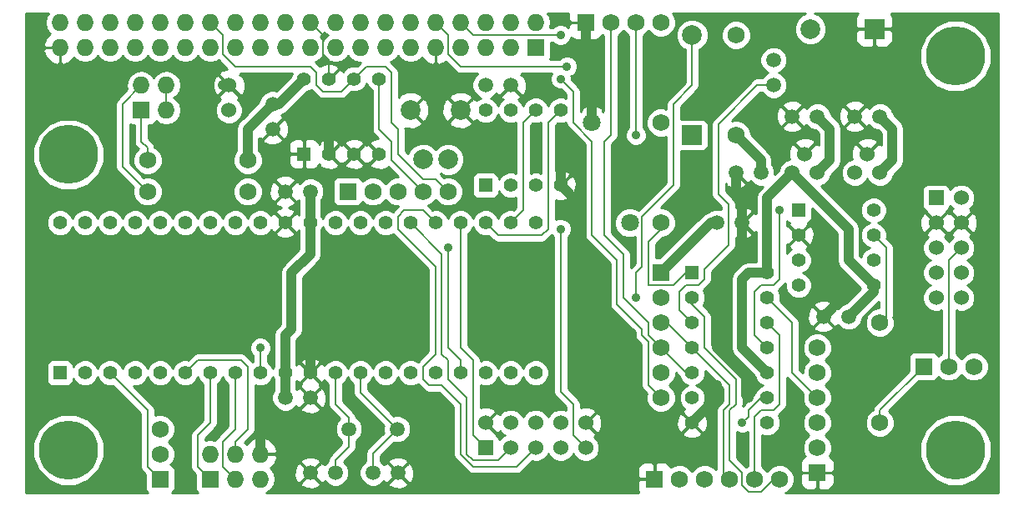
<source format=gtl>
%FSLAX36Y36*%
G04 Gerber Fmt 3.6, Leading zero omitted, Abs format (unit inch)*
G04 Created by KiCad (PCBNEW (2014-jul-16 BZR unknown)-product) date Sun 08 Feb 2015 08:42:31 PM PST*
%MOIN*%
G01*
G04 APERTURE LIST*
%ADD10C,0.003937*%
%ADD11C,0.068000*%
%ADD12C,0.059100*%
%ADD13C,0.078700*%
%ADD14R,0.078700X0.078700*%
%ADD15C,0.060000*%
%ADD16R,0.068000X0.068000*%
%ADD17O,0.068000X0.068000*%
%ADD18R,0.060000X0.060000*%
%ADD19R,0.055000X0.055000*%
%ADD20C,0.055000*%
%ADD21C,0.078740*%
%ADD22C,0.236220*%
%ADD23C,0.070866*%
%ADD24C,0.035000*%
%ADD25C,0.008000*%
%ADD26C,0.040000*%
%ADD27C,0.010000*%
G04 APERTURE END LIST*
D10*
D11*
X7375000Y-5200000D03*
X7375000Y-5600000D03*
X6800000Y-4050000D03*
X6800000Y-4450000D03*
X4450000Y-4675000D03*
X4850000Y-4675000D03*
X4450000Y-4550000D03*
X4850000Y-4550000D03*
X6500000Y-4800000D03*
X6500000Y-4400000D03*
D12*
X5200000Y-5800000D03*
X5100000Y-5800000D03*
X5350000Y-5800000D03*
X5450000Y-5800000D03*
X5000000Y-5500000D03*
X5100000Y-5500000D03*
X5100000Y-4675000D03*
X5000000Y-4675000D03*
X7250000Y-5175000D03*
X7150000Y-5175000D03*
X6950000Y-4250000D03*
X6950000Y-4150000D03*
X6725000Y-4800000D03*
X6825000Y-4800000D03*
X7125000Y-4375000D03*
X7025000Y-4375000D03*
X7375000Y-4375000D03*
X7275000Y-4375000D03*
X6900000Y-4600000D03*
X6800000Y-4600000D03*
X5800000Y-4250000D03*
X5900000Y-4250000D03*
X4950000Y-4325000D03*
X4950000Y-4425000D03*
D13*
X6625000Y-4050000D03*
D14*
X6625000Y-4450000D03*
D15*
X4775000Y-4350000D03*
X4775000Y-4250000D03*
D16*
X7550000Y-5375000D03*
D11*
X7650000Y-5375000D03*
X7750000Y-5375000D03*
D16*
X4425000Y-4350000D03*
D17*
X4425000Y-4250000D03*
X4525000Y-4350000D03*
X4525000Y-4250000D03*
D16*
X6000000Y-4100000D03*
D17*
X6000000Y-4000000D03*
X5900000Y-4100000D03*
X5900000Y-4000000D03*
X5800000Y-4100000D03*
X5800000Y-4000000D03*
X5700000Y-4100000D03*
X5700000Y-4000000D03*
X5600000Y-4100000D03*
X5600000Y-4000000D03*
X5500000Y-4100000D03*
X5500000Y-4000000D03*
X5400000Y-4100000D03*
X5400000Y-4000000D03*
X5300000Y-4100000D03*
X5300000Y-4000000D03*
X5200000Y-4100000D03*
X5200000Y-4000000D03*
X5100000Y-4100000D03*
X5100000Y-4000000D03*
X5000000Y-4100000D03*
X5000000Y-4000000D03*
X4900000Y-4100000D03*
X4900000Y-4000000D03*
X4800000Y-4100000D03*
X4800000Y-4000000D03*
X4700000Y-4100000D03*
X4700000Y-4000000D03*
X4600000Y-4100000D03*
X4600000Y-4000000D03*
X4500000Y-4100000D03*
X4500000Y-4000000D03*
X4400000Y-4100000D03*
X4400000Y-4000000D03*
X4300000Y-4100000D03*
X4300000Y-4000000D03*
X4200000Y-4100000D03*
X4200000Y-4000000D03*
X4100000Y-4100000D03*
X4100000Y-4000000D03*
D18*
X7600000Y-4700000D03*
D15*
X7700000Y-4700000D03*
X7600000Y-4800000D03*
X7700000Y-4800000D03*
X7600000Y-4900000D03*
X7700000Y-4900000D03*
X7600000Y-5000000D03*
X7700000Y-5000000D03*
X7600000Y-5100000D03*
X7700000Y-5100000D03*
D16*
X6475000Y-5825000D03*
D11*
X6575000Y-5825000D03*
X6675000Y-5825000D03*
X6775000Y-5825000D03*
X6875000Y-5825000D03*
X6975000Y-5825000D03*
D16*
X7125000Y-5800000D03*
D11*
X7125000Y-5700000D03*
X7125000Y-5600000D03*
X7125000Y-5500000D03*
X7125000Y-5400000D03*
X7125000Y-5300000D03*
D16*
X4700000Y-5825000D03*
D17*
X4700000Y-5725000D03*
X4800000Y-5825000D03*
X4800000Y-5725000D03*
X4900000Y-5825000D03*
X4900000Y-5725000D03*
D16*
X6200000Y-4000000D03*
D11*
X6300000Y-4000000D03*
X6400000Y-4000000D03*
X6500000Y-4000000D03*
D18*
X5800000Y-5700000D03*
D15*
X5800000Y-5600000D03*
X5900000Y-5700000D03*
X5900000Y-5600000D03*
X6000000Y-5700000D03*
X6000000Y-5600000D03*
X6100000Y-5700000D03*
X6100000Y-5600000D03*
X6200000Y-5700000D03*
X6200000Y-5600000D03*
D16*
X6500000Y-5000000D03*
D11*
X6500000Y-5100000D03*
X6500000Y-5200000D03*
X6500000Y-5300000D03*
X6500000Y-5400000D03*
X6500000Y-5500000D03*
D14*
X7353000Y-4025000D03*
D13*
X7097000Y-4025000D03*
D19*
X5800000Y-4650000D03*
D20*
X5900000Y-4650000D03*
X6000000Y-4650000D03*
X6100000Y-4650000D03*
X6100000Y-4350000D03*
X6000000Y-4350000D03*
X5900000Y-4350000D03*
X5800000Y-4350000D03*
D19*
X6625000Y-5000000D03*
D20*
X6625000Y-5100000D03*
X6625000Y-5200000D03*
X6625000Y-5300000D03*
X6625000Y-5400000D03*
X6625000Y-5500000D03*
X6625000Y-5600000D03*
X6925000Y-5600000D03*
X6925000Y-5500000D03*
X6925000Y-5400000D03*
X6925000Y-5300000D03*
X6925000Y-5200000D03*
X6925000Y-5100000D03*
X6925000Y-5000000D03*
D19*
X7050000Y-4750000D03*
D20*
X7050000Y-4850000D03*
X7050000Y-4950000D03*
X7050000Y-5050000D03*
X7350000Y-5050000D03*
X7350000Y-4950000D03*
X7350000Y-4850000D03*
X7350000Y-4750000D03*
D15*
X7275000Y-4600000D03*
X7325000Y-4525000D03*
X7375000Y-4600000D03*
D19*
X4100000Y-5400000D03*
D20*
X4200000Y-5400000D03*
X4300000Y-5400000D03*
X4400000Y-5400000D03*
X4500000Y-5400000D03*
X4600000Y-5400000D03*
X4700000Y-5400000D03*
X4800000Y-5400000D03*
X4900000Y-5400000D03*
X5000000Y-5400000D03*
X5100000Y-5400000D03*
X5200000Y-5400000D03*
X5300000Y-5400000D03*
X5400000Y-5400000D03*
X5500000Y-5400000D03*
X5600000Y-5400000D03*
X5700000Y-5400000D03*
X5800000Y-5400000D03*
X5900000Y-5400000D03*
X6000000Y-5400000D03*
X6000000Y-4800000D03*
X5900000Y-4800000D03*
X5800000Y-4800000D03*
X5700000Y-4800000D03*
X5600000Y-4800000D03*
X5500000Y-4800000D03*
X5400000Y-4800000D03*
X5300000Y-4800000D03*
X5200000Y-4800000D03*
X5100000Y-4800000D03*
X5000000Y-4800000D03*
X4900000Y-4800000D03*
X4800000Y-4800000D03*
X4700000Y-4800000D03*
X4600000Y-4800000D03*
X4500000Y-4800000D03*
X4400000Y-4800000D03*
X4300000Y-4800000D03*
X4200000Y-4800000D03*
X4100000Y-4800000D03*
D15*
X7025000Y-4600000D03*
X7075000Y-4525000D03*
X7125000Y-4600000D03*
D19*
X5075000Y-4525000D03*
D20*
X5175000Y-4525000D03*
X5275000Y-4525000D03*
X5375000Y-4525000D03*
X5375000Y-4225000D03*
X5275000Y-4225000D03*
X5175000Y-4225000D03*
X5075000Y-4225000D03*
D12*
X5253900Y-5625000D03*
X5446100Y-5625000D03*
D21*
X5650000Y-4546850D03*
X5550000Y-4546850D03*
X5700000Y-4350000D03*
X5500000Y-4350000D03*
D16*
X5250000Y-4675000D03*
D11*
X5350000Y-4675000D03*
X5450000Y-4675000D03*
X5550000Y-4675000D03*
X5650000Y-4675000D03*
D22*
X7677165Y-5708661D03*
X4133858Y-5708661D03*
X7677165Y-4133858D03*
X4133858Y-4527559D03*
D23*
X6375787Y-4800197D03*
X6224213Y-4399803D03*
D16*
X4500000Y-5825000D03*
D11*
X4500000Y-5725000D03*
X4500000Y-5625000D03*
D24*
X5150000Y-5150000D03*
X4925000Y-5150000D03*
X6175000Y-5300000D03*
X6825000Y-5700000D03*
X6950000Y-5675000D03*
X6000000Y-5525000D03*
X6175000Y-5475000D03*
X5300000Y-5550000D03*
X5600000Y-5550000D03*
X5700000Y-5850000D03*
X4750000Y-5500000D03*
X4600000Y-5675000D03*
X4375000Y-5600000D03*
X6175000Y-5150000D03*
X5525000Y-5150000D03*
X5775000Y-5150000D03*
X6025000Y-5150000D03*
X4725000Y-5150000D03*
X4600000Y-5500000D03*
X4600000Y-5775000D03*
X4900000Y-5500000D03*
X7500000Y-4800000D03*
X7150000Y-4950000D03*
X7250000Y-4700000D03*
X7500000Y-4600000D03*
X7500000Y-5025000D03*
X4675000Y-4275000D03*
X4675000Y-4400000D03*
X6000000Y-4550000D03*
X5875000Y-4550000D03*
X6200000Y-4125000D03*
X6025000Y-4225000D03*
X6725000Y-4250000D03*
X6400000Y-4675000D03*
X6350000Y-4375000D03*
X6500000Y-4900000D03*
X6575000Y-4800000D03*
X6500000Y-4250000D03*
X6825000Y-4925000D03*
X6725000Y-5100000D03*
X5100000Y-5300000D03*
X6650000Y-4525000D03*
X6839873Y-5414873D03*
X6725000Y-5200000D03*
X6725000Y-5300000D03*
X6850000Y-5500000D03*
X6725000Y-5450000D03*
X6175000Y-4925000D03*
X6025000Y-4925000D03*
X5750000Y-4950000D03*
X5475000Y-4952000D03*
X6100000Y-4450000D03*
X5175000Y-4325000D03*
X4900000Y-5300000D03*
X6400000Y-5100000D03*
X6100000Y-4825000D03*
X5650000Y-4900000D03*
X6100000Y-4050000D03*
X6400000Y-4450000D03*
X6975000Y-4750000D03*
X6125000Y-4175000D03*
X6825000Y-5600000D03*
X6100000Y-4225000D03*
D25*
X5253900Y-5625000D02*
X5253900Y-5578900D01*
X5200000Y-5525000D02*
X5200000Y-5400000D01*
X5253900Y-5578900D02*
X5200000Y-5525000D01*
X5200000Y-5800000D02*
X5200000Y-5750000D01*
X5253900Y-5696100D02*
X5253900Y-5625000D01*
X5200000Y-5750000D02*
X5253900Y-5696100D01*
D26*
X4725000Y-5150000D02*
X4925000Y-5150000D01*
D25*
X5875000Y-5525000D02*
X6000000Y-5525000D01*
X5800000Y-5600000D02*
X5875000Y-5525000D01*
X6175000Y-5475000D02*
X6175000Y-5300000D01*
X6175000Y-5300000D02*
X6175000Y-5150000D01*
X5450000Y-5800000D02*
X5500000Y-5850000D01*
X5500000Y-5850000D02*
X5700000Y-5850000D01*
D26*
X4600000Y-5775000D02*
X4600000Y-5675000D01*
X5525000Y-5150000D02*
X5150000Y-5150000D01*
X6025000Y-5150000D02*
X5775000Y-5150000D01*
X6175000Y-5150000D02*
X6175000Y-4925000D01*
X4600000Y-5675000D02*
X4600000Y-5500000D01*
X4900000Y-5725000D02*
X4900000Y-5500000D01*
X7500000Y-5025000D02*
X7500000Y-4800000D01*
X7250000Y-4700000D02*
X7275000Y-4675000D01*
X7225000Y-5100000D02*
X7225000Y-5050000D01*
X7225000Y-5050000D02*
X7225000Y-5025000D01*
X7225000Y-5025000D02*
X7150000Y-4950000D01*
X7225000Y-5100000D02*
X7150000Y-5175000D01*
X7425000Y-4675000D02*
X7500000Y-4600000D01*
X7275000Y-4675000D02*
X7425000Y-4675000D01*
X7500000Y-4800000D02*
X7500000Y-4600000D01*
X4675000Y-4400000D02*
X4675000Y-4275000D01*
D25*
X6400000Y-4675000D02*
X6350000Y-4625000D01*
X6350000Y-4625000D02*
X6350000Y-4375000D01*
X6500000Y-4900000D02*
X6575000Y-4825000D01*
X6575000Y-4825000D02*
X6575000Y-4800000D01*
D26*
X6725000Y-5075000D02*
X6725000Y-5025000D01*
X6725000Y-5025000D02*
X6825000Y-4925000D01*
X5100000Y-5400000D02*
X5100000Y-5300000D01*
X6825000Y-4800000D02*
X6825000Y-4700000D01*
X6800000Y-4675000D02*
X6800000Y-4600000D01*
X6825000Y-4700000D02*
X6800000Y-4675000D01*
X6850000Y-5500000D02*
X6839873Y-5489873D01*
X6839873Y-5489873D02*
X6839873Y-5414873D01*
X6725000Y-5300000D02*
X6725000Y-5200000D01*
X6825000Y-4800000D02*
X6825000Y-4925000D01*
X6725000Y-5200000D02*
X6725000Y-5100000D01*
X6725000Y-5100000D02*
X6725000Y-5075000D01*
X6725000Y-5500000D02*
X6625000Y-5600000D01*
X6725000Y-5500000D02*
X6725000Y-5450000D01*
X6839873Y-5414873D02*
X6725000Y-5300000D01*
X6839873Y-5489873D02*
X6839873Y-5414873D01*
X4775000Y-4250000D02*
X4750000Y-4250000D01*
X6200000Y-4225000D02*
X6200000Y-4125000D01*
X6200000Y-4125000D02*
X6200000Y-4000000D01*
X6224213Y-4249213D02*
X6200000Y-4225000D01*
X6224213Y-4399803D02*
X6224213Y-4249213D01*
X6175000Y-4725000D02*
X6175000Y-4925000D01*
X6025000Y-4925000D02*
X6000000Y-4950000D01*
X6000000Y-4950000D02*
X5750000Y-4950000D01*
X5475000Y-4952000D02*
X5475000Y-4950000D01*
X6100000Y-4650000D02*
X6175000Y-4725000D01*
X6100000Y-4650000D02*
X6100000Y-4450000D01*
D25*
X5150000Y-4050000D02*
X5150000Y-4125000D01*
X5150000Y-4125000D02*
X5175000Y-4150000D01*
X5175000Y-4150000D02*
X5175000Y-4225000D01*
X5100000Y-4000000D02*
X5150000Y-4050000D01*
D26*
X5175000Y-4325000D02*
X5175000Y-4525000D01*
D25*
X5350000Y-5800000D02*
X5350000Y-5721100D01*
X5350000Y-5721100D02*
X5446100Y-5625000D01*
X5446100Y-5625000D02*
X5300000Y-5478900D01*
X5300000Y-5478900D02*
X5300000Y-5400000D01*
X6400000Y-5000000D02*
X6425000Y-4975000D01*
X6550000Y-4325000D02*
X6625000Y-4250000D01*
X6550000Y-4650000D02*
X6550000Y-4325000D01*
X6425000Y-4775000D02*
X6550000Y-4650000D01*
X6425000Y-4975000D02*
X6425000Y-4775000D01*
X6400000Y-5100000D02*
X6400000Y-5000000D01*
X6625000Y-4250000D02*
X6625000Y-4050000D01*
X4900000Y-5400000D02*
X4900000Y-5300000D01*
X4525000Y-4350000D02*
X4525000Y-4250000D01*
X7375000Y-5600000D02*
X7375000Y-5550000D01*
X7375000Y-5550000D02*
X7550000Y-5375000D01*
X4450000Y-4550000D02*
X4450000Y-4500000D01*
X4425000Y-4475000D02*
X4425000Y-4350000D01*
X4450000Y-4500000D02*
X4425000Y-4475000D01*
X4450000Y-4675000D02*
X4350000Y-4575000D01*
X4350000Y-4325000D02*
X4425000Y-4250000D01*
X4350000Y-4575000D02*
X4350000Y-4325000D01*
X4700000Y-5825000D02*
X4650000Y-5775000D01*
X4700000Y-5600000D02*
X4700000Y-5400000D01*
X4650000Y-5650000D02*
X4700000Y-5600000D01*
X4650000Y-5775000D02*
X4650000Y-5650000D01*
X4800000Y-5825000D02*
X4750000Y-5775000D01*
X4800000Y-5625000D02*
X4800000Y-5400000D01*
X4750000Y-5675000D02*
X4800000Y-5625000D01*
X4750000Y-5775000D02*
X4750000Y-5675000D01*
X4800000Y-5725000D02*
X4800000Y-5675000D01*
X4650000Y-5350000D02*
X4600000Y-5400000D01*
X4825000Y-5350000D02*
X4650000Y-5350000D01*
X4850000Y-5375000D02*
X4825000Y-5350000D01*
X4850000Y-5625000D02*
X4850000Y-5375000D01*
X4800000Y-5675000D02*
X4850000Y-5625000D01*
X5800000Y-5700000D02*
X5750000Y-5650000D01*
X5700000Y-5300000D02*
X5700000Y-4800000D01*
X5750000Y-5350000D02*
X5700000Y-5300000D01*
X5750000Y-5650000D02*
X5750000Y-5350000D01*
X5750000Y-5750000D02*
X5725000Y-5725000D01*
X5725000Y-5725000D02*
X5725000Y-5500000D01*
X5725000Y-5500000D02*
X5650000Y-5425000D01*
X5500000Y-4800000D02*
X5625000Y-4925000D01*
X5625000Y-4925000D02*
X5625000Y-5325000D01*
X5650000Y-5350000D02*
X5625000Y-5325000D01*
X5650000Y-5425000D02*
X5650000Y-5350000D01*
X5850000Y-5750000D02*
X5750000Y-5750000D01*
X5900000Y-5700000D02*
X5850000Y-5750000D01*
X5925000Y-5775000D02*
X5750000Y-5775000D01*
X5750000Y-5775000D02*
X5700000Y-5725000D01*
X5700000Y-5725000D02*
X5700000Y-5525000D01*
X5575000Y-5450000D02*
X5550000Y-5425000D01*
X5625000Y-5450000D02*
X5575000Y-5450000D01*
X5700000Y-5525000D02*
X5625000Y-5450000D01*
X5550000Y-5375000D02*
X5600000Y-5325000D01*
X5600000Y-4975000D02*
X5450000Y-4825000D01*
X5600000Y-5325000D02*
X5600000Y-4975000D01*
X5550000Y-4750000D02*
X5600000Y-4800000D01*
X5475000Y-4750000D02*
X5550000Y-4750000D01*
X5450000Y-4775000D02*
X5475000Y-4750000D01*
X5450000Y-4825000D02*
X5450000Y-4775000D01*
X6000000Y-5700000D02*
X5925000Y-5775000D01*
X5550000Y-5425000D02*
X5550000Y-5375000D01*
X6200000Y-5700000D02*
X6150000Y-5650000D01*
X6150000Y-5650000D02*
X6150000Y-5525000D01*
X6100000Y-5475000D02*
X6150000Y-5525000D01*
X6100000Y-4825000D02*
X6100000Y-5475000D01*
X6875000Y-5825000D02*
X6875000Y-5575000D01*
X6975000Y-5250000D02*
X6925000Y-5200000D01*
X6975000Y-5525000D02*
X6975000Y-5250000D01*
X6950000Y-5550000D02*
X6975000Y-5525000D01*
X6900000Y-5550000D02*
X6950000Y-5550000D01*
X6875000Y-5575000D02*
X6900000Y-5550000D01*
X5650000Y-4900000D02*
X5650000Y-5300000D01*
X5700000Y-5350000D02*
X5700000Y-5400000D01*
X5650000Y-5300000D02*
X5700000Y-5350000D01*
X7650000Y-5375000D02*
X7650000Y-4950000D01*
X7650000Y-4950000D02*
X7700000Y-4900000D01*
X7375000Y-5200000D02*
X7400000Y-5175000D01*
X7400000Y-5175000D02*
X7400000Y-4900000D01*
X7400000Y-4900000D02*
X7350000Y-4850000D01*
X6950000Y-4250000D02*
X6885000Y-4250000D01*
X6575000Y-5150000D02*
X6575000Y-5075000D01*
X6575000Y-5150000D02*
X6625000Y-5200000D01*
X6600000Y-5050000D02*
X6650000Y-5050000D01*
X6650000Y-5050000D02*
X6675000Y-5025000D01*
X6675000Y-5025000D02*
X6675000Y-4985000D01*
X6575000Y-5075000D02*
X6600000Y-5050000D01*
X6770000Y-4890000D02*
X6770000Y-4725000D01*
X6770000Y-4725000D02*
X6730000Y-4685000D01*
X6675000Y-4985000D02*
X6770000Y-4890000D01*
X6730000Y-4405000D02*
X6730000Y-4685000D01*
X6885000Y-4250000D02*
X6730000Y-4405000D01*
X6800000Y-5525000D02*
X6800000Y-5425000D01*
X6625000Y-5100000D02*
X6625000Y-5125000D01*
X6625000Y-5125000D02*
X6675000Y-5175000D01*
X6675000Y-5175000D02*
X6675000Y-5300000D01*
X6675000Y-5300000D02*
X6800000Y-5425000D01*
X6975000Y-5825000D02*
X6950000Y-5825000D01*
X6850000Y-5875000D02*
X6825000Y-5850000D01*
X6825000Y-5850000D02*
X6825000Y-5800000D01*
X6950000Y-5825000D02*
X6900000Y-5875000D01*
X6900000Y-5875000D02*
X6850000Y-5875000D01*
X6775000Y-5550000D02*
X6775000Y-5750000D01*
X6775000Y-5750000D02*
X6825000Y-5800000D01*
X6800000Y-5525000D02*
X6775000Y-5550000D01*
X6625000Y-5300000D02*
X6525000Y-5200000D01*
X6525000Y-5200000D02*
X6500000Y-5200000D01*
X6775000Y-5525000D02*
X6775000Y-5450000D01*
X6775000Y-5450000D02*
X6625000Y-5300000D01*
X6750000Y-5550000D02*
X6750000Y-5800000D01*
X6750000Y-5800000D02*
X6775000Y-5825000D01*
X6775000Y-5525000D02*
X6750000Y-5550000D01*
X7125000Y-5500000D02*
X7025000Y-5400000D01*
X7025000Y-5200000D02*
X6925000Y-5100000D01*
X7025000Y-5400000D02*
X7025000Y-5200000D01*
D26*
X7125000Y-4600000D02*
X7175000Y-4550000D01*
X7175000Y-4425000D02*
X7125000Y-4375000D01*
X7175000Y-4550000D02*
X7175000Y-4425000D01*
X7375000Y-4600000D02*
X7425000Y-4550000D01*
X7425000Y-4425000D02*
X7375000Y-4375000D01*
X7425000Y-4475000D02*
X7425000Y-4425000D01*
X7425000Y-4550000D02*
X7425000Y-4475000D01*
D25*
X6625000Y-5400000D02*
X6600000Y-5400000D01*
X6600000Y-5400000D02*
X6500000Y-5300000D01*
X6275000Y-4850000D02*
X6275000Y-4475000D01*
X6275000Y-4475000D02*
X6300000Y-4450000D01*
X6300000Y-4450000D02*
X6300000Y-4000000D01*
X6500000Y-5300000D02*
X6450000Y-5250000D01*
X6450000Y-5200000D02*
X6450000Y-5250000D01*
X6350000Y-5100000D02*
X6350000Y-4925000D01*
X6350000Y-4925000D02*
X6275000Y-4850000D01*
X6450000Y-5200000D02*
X6350000Y-5100000D01*
X5750000Y-4050000D02*
X6100000Y-4050000D01*
X5700000Y-4000000D02*
X5750000Y-4050000D01*
X6875000Y-5250000D02*
X6875000Y-5075000D01*
X6875000Y-5075000D02*
X6900000Y-5050000D01*
X6900000Y-5050000D02*
X6950000Y-5050000D01*
X6950000Y-5050000D02*
X6975000Y-5025000D01*
X6975000Y-5025000D02*
X6975000Y-4750000D01*
X6400000Y-4450000D02*
X6400000Y-4000000D01*
X6925000Y-5300000D02*
X6875000Y-5250000D01*
X5650000Y-4050000D02*
X5650000Y-4125000D01*
X5650000Y-4125000D02*
X5700000Y-4175000D01*
X5700000Y-4175000D02*
X6125000Y-4175000D01*
X5600000Y-4000000D02*
X5650000Y-4050000D01*
X6900000Y-5500000D02*
X6925000Y-5500000D01*
X6825000Y-5600000D02*
X6850000Y-5575000D01*
X6850000Y-5575000D02*
X6850000Y-5550000D01*
X6850000Y-5550000D02*
X6900000Y-5500000D01*
X6225000Y-4850000D02*
X6225000Y-4475000D01*
X6225000Y-4475000D02*
X6150000Y-4400000D01*
X6150000Y-4400000D02*
X6150000Y-4275000D01*
X6150000Y-4275000D02*
X6100000Y-4225000D01*
X6500000Y-5500000D02*
X6450000Y-5450000D01*
X6450000Y-5275000D02*
X6425000Y-5250000D01*
X6425000Y-5250000D02*
X6425000Y-5225000D01*
X6425000Y-5225000D02*
X6325000Y-5125000D01*
X6325000Y-5125000D02*
X6325000Y-4950000D01*
X6325000Y-4950000D02*
X6225000Y-4850000D01*
X6450000Y-5450000D02*
X6450000Y-5275000D01*
X5425000Y-4550000D02*
X5425000Y-4475000D01*
X5550000Y-4675000D02*
X5425000Y-4550000D01*
X5375000Y-4425000D02*
X5425000Y-4475000D01*
X5375000Y-4225000D02*
X5375000Y-4425000D01*
X5325000Y-4175000D02*
X5275000Y-4225000D01*
X5400000Y-4175000D02*
X5325000Y-4175000D01*
X5425000Y-4200000D02*
X5400000Y-4175000D01*
X5425000Y-4400000D02*
X5425000Y-4200000D01*
X5450000Y-4425000D02*
X5425000Y-4400000D01*
X5450000Y-4525000D02*
X5450000Y-4425000D01*
X5550000Y-4625000D02*
X5450000Y-4525000D01*
X5575000Y-4625000D02*
X5550000Y-4625000D01*
X5600000Y-4625000D02*
X5575000Y-4625000D01*
X5650000Y-4675000D02*
X5600000Y-4625000D01*
X4750000Y-4050000D02*
X4750000Y-4125000D01*
X4750000Y-4125000D02*
X4800000Y-4175000D01*
X4800000Y-4175000D02*
X5100000Y-4175000D01*
X5100000Y-4175000D02*
X5125000Y-4200000D01*
X5125000Y-4200000D02*
X5125000Y-4250000D01*
X5125000Y-4250000D02*
X5150000Y-4275000D01*
X5150000Y-4275000D02*
X5225000Y-4275000D01*
X5225000Y-4275000D02*
X5275000Y-4225000D01*
X4700000Y-4000000D02*
X4750000Y-4050000D01*
X5800000Y-4800000D02*
X5850000Y-4850000D01*
X6050000Y-4400000D02*
X6100000Y-4350000D01*
X6050000Y-4825000D02*
X6050000Y-4400000D01*
X6025000Y-4850000D02*
X6050000Y-4825000D01*
X5850000Y-4850000D02*
X6025000Y-4850000D01*
X5900000Y-4800000D02*
X5950000Y-4750000D01*
X5950000Y-4400000D02*
X6000000Y-4350000D01*
X5950000Y-4750000D02*
X5950000Y-4400000D01*
D26*
X6500000Y-5000000D02*
X6700000Y-4800000D01*
X6700000Y-4800000D02*
X6725000Y-4800000D01*
X6925000Y-5000000D02*
X6850000Y-5000000D01*
X6925000Y-5400000D02*
X6825000Y-5300000D01*
X6850000Y-5000000D02*
X6825000Y-5025000D01*
X6825000Y-5025000D02*
X6825000Y-5300000D01*
X6900000Y-4600000D02*
X6900000Y-4550000D01*
X6900000Y-4550000D02*
X6800000Y-4450000D01*
X5000000Y-5500000D02*
X5000000Y-5400000D01*
X5000000Y-5400000D02*
X5000000Y-5250000D01*
X5000000Y-5250000D02*
X5025000Y-5225000D01*
X5100000Y-4675000D02*
X5100000Y-4800000D01*
X6925000Y-5000000D02*
X6925000Y-4700000D01*
X6925000Y-4700000D02*
X7025000Y-4600000D01*
X7250000Y-5175000D02*
X7350000Y-5075000D01*
X7350000Y-5075000D02*
X7350000Y-5050000D01*
X7350000Y-5050000D02*
X7250000Y-4950000D01*
X7250000Y-4825000D02*
X7025000Y-4600000D01*
X7250000Y-4950000D02*
X7250000Y-4825000D01*
X4850000Y-4425000D02*
X4950000Y-4325000D01*
X4850000Y-4550000D02*
X4850000Y-4425000D01*
X4975000Y-4325000D02*
X5075000Y-4225000D01*
X4950000Y-4325000D02*
X4975000Y-4325000D01*
X5100000Y-4925000D02*
X5025000Y-5000000D01*
X5025000Y-5000000D02*
X5025000Y-5225000D01*
X5100000Y-4800000D02*
X5100000Y-4925000D01*
D25*
X4500000Y-5825000D02*
X4450000Y-5775000D01*
X4450000Y-5550000D02*
X4300000Y-5400000D01*
X4450000Y-5775000D02*
X4450000Y-5550000D01*
X6625000Y-5000000D02*
X6600000Y-5000000D01*
X6600000Y-5000000D02*
X6550000Y-5050000D01*
X6550000Y-5050000D02*
X6450000Y-5050000D01*
X6450000Y-5050000D02*
X6450000Y-4875000D01*
X6450000Y-4875000D02*
X6500000Y-4825000D01*
X6500000Y-4825000D02*
X6500000Y-4800000D01*
D27*
G36*
X4401787Y-4001000D02*
X4401000Y-4001000D01*
X4401000Y-4001787D01*
X4399000Y-4001787D01*
X4399000Y-4001000D01*
X4398213Y-4001000D01*
X4398213Y-3999000D01*
X4399000Y-3999000D01*
X4399000Y-3998213D01*
X4401000Y-3998213D01*
X4401000Y-3999000D01*
X4401787Y-3999000D01*
X4401787Y-4001000D01*
X4401787Y-4001000D01*
G37*
X4401787Y-4001000D02*
X4401000Y-4001000D01*
X4401000Y-4001787D01*
X4399000Y-4001787D01*
X4399000Y-4001000D01*
X4398213Y-4001000D01*
X4398213Y-3999000D01*
X4399000Y-3999000D01*
X4399000Y-3998213D01*
X4401000Y-3998213D01*
X4401000Y-3999000D01*
X4401787Y-3999000D01*
X4401787Y-4001000D01*
G36*
X4601787Y-4001000D02*
X4601000Y-4001000D01*
X4601000Y-4001787D01*
X4599000Y-4001787D01*
X4599000Y-4001000D01*
X4598213Y-4001000D01*
X4598213Y-3999000D01*
X4599000Y-3999000D01*
X4599000Y-3998213D01*
X4601000Y-3998213D01*
X4601000Y-3999000D01*
X4601787Y-3999000D01*
X4601787Y-4001000D01*
X4601787Y-4001000D01*
G37*
X4601787Y-4001000D02*
X4601000Y-4001000D01*
X4601000Y-4001787D01*
X4599000Y-4001787D01*
X4599000Y-4001000D01*
X4598213Y-4001000D01*
X4598213Y-3999000D01*
X4599000Y-3999000D01*
X4599000Y-3998213D01*
X4601000Y-3998213D01*
X4601000Y-3999000D01*
X4601787Y-3999000D01*
X4601787Y-4001000D01*
G36*
X4671000Y-5587988D02*
X4629494Y-5629494D01*
X4623207Y-5638902D01*
X4621000Y-5650000D01*
X4621000Y-5775000D01*
X4623207Y-5786098D01*
X4629494Y-5795506D01*
X4641000Y-5807012D01*
X4641000Y-5863973D01*
X4644806Y-5873161D01*
X4651172Y-5879528D01*
X4548828Y-5879528D01*
X4555194Y-5873161D01*
X4559000Y-5863973D01*
X4559000Y-5854027D01*
X4559000Y-5786027D01*
X4555194Y-5776839D01*
X4548161Y-5769806D01*
X4541423Y-5767015D01*
X4549989Y-5758464D01*
X4558990Y-5736787D01*
X4559010Y-5713316D01*
X4550047Y-5691623D01*
X4533464Y-5675011D01*
X4533428Y-5674996D01*
X4549989Y-5658464D01*
X4558990Y-5636787D01*
X4559010Y-5613316D01*
X4550047Y-5591623D01*
X4533464Y-5575011D01*
X4511787Y-5566010D01*
X4488316Y-5565990D01*
X4479000Y-5569839D01*
X4479000Y-5550000D01*
X4476793Y-5538902D01*
X4476793Y-5538902D01*
X4470506Y-5529494D01*
X4393507Y-5452494D01*
X4410397Y-5452509D01*
X4429700Y-5444533D01*
X4444481Y-5429778D01*
X4450004Y-5416478D01*
X4455467Y-5429700D01*
X4470222Y-5444481D01*
X4489511Y-5452491D01*
X4510397Y-5452509D01*
X4529700Y-5444533D01*
X4544481Y-5429778D01*
X4550004Y-5416478D01*
X4555467Y-5429700D01*
X4570222Y-5444481D01*
X4589511Y-5452491D01*
X4610397Y-5452509D01*
X4629700Y-5444533D01*
X4644481Y-5429778D01*
X4650004Y-5416478D01*
X4655467Y-5429700D01*
X4670222Y-5444481D01*
X4671000Y-5444804D01*
X4671000Y-5587988D01*
X4671000Y-5587988D01*
G37*
X4671000Y-5587988D02*
X4629494Y-5629494D01*
X4623207Y-5638902D01*
X4621000Y-5650000D01*
X4621000Y-5775000D01*
X4623207Y-5786098D01*
X4629494Y-5795506D01*
X4641000Y-5807012D01*
X4641000Y-5863973D01*
X4644806Y-5873161D01*
X4651172Y-5879528D01*
X4548828Y-5879528D01*
X4555194Y-5873161D01*
X4559000Y-5863973D01*
X4559000Y-5854027D01*
X4559000Y-5786027D01*
X4555194Y-5776839D01*
X4548161Y-5769806D01*
X4541423Y-5767015D01*
X4549989Y-5758464D01*
X4558990Y-5736787D01*
X4559010Y-5713316D01*
X4550047Y-5691623D01*
X4533464Y-5675011D01*
X4533428Y-5674996D01*
X4549989Y-5658464D01*
X4558990Y-5636787D01*
X4559010Y-5613316D01*
X4550047Y-5591623D01*
X4533464Y-5575011D01*
X4511787Y-5566010D01*
X4488316Y-5565990D01*
X4479000Y-5569839D01*
X4479000Y-5550000D01*
X4476793Y-5538902D01*
X4476793Y-5538902D01*
X4470506Y-5529494D01*
X4393507Y-5452494D01*
X4410397Y-5452509D01*
X4429700Y-5444533D01*
X4444481Y-5429778D01*
X4450004Y-5416478D01*
X4455467Y-5429700D01*
X4470222Y-5444481D01*
X4489511Y-5452491D01*
X4510397Y-5452509D01*
X4529700Y-5444533D01*
X4544481Y-5429778D01*
X4550004Y-5416478D01*
X4555467Y-5429700D01*
X4570222Y-5444481D01*
X4589511Y-5452491D01*
X4610397Y-5452509D01*
X4629700Y-5444533D01*
X4644481Y-5429778D01*
X4650004Y-5416478D01*
X4655467Y-5429700D01*
X4670222Y-5444481D01*
X4671000Y-5444804D01*
X4671000Y-5587988D01*
G36*
X4771000Y-5612988D02*
X4729494Y-5654494D01*
X4723207Y-5663902D01*
X4721967Y-5670140D01*
X4701156Y-5666000D01*
X4698844Y-5666000D01*
X4679000Y-5669947D01*
X4679000Y-5662012D01*
X4720506Y-5620506D01*
X4726793Y-5611098D01*
X4729000Y-5600000D01*
X4729000Y-5444823D01*
X4729700Y-5444533D01*
X4744481Y-5429778D01*
X4750004Y-5416478D01*
X4755467Y-5429700D01*
X4770222Y-5444481D01*
X4771000Y-5444804D01*
X4771000Y-5612988D01*
X4771000Y-5612988D01*
G37*
X4771000Y-5612988D02*
X4729494Y-5654494D01*
X4723207Y-5663902D01*
X4721967Y-5670140D01*
X4701156Y-5666000D01*
X4698844Y-5666000D01*
X4679000Y-5669947D01*
X4679000Y-5662012D01*
X4720506Y-5620506D01*
X4726793Y-5611098D01*
X4729000Y-5600000D01*
X4729000Y-5444823D01*
X4729700Y-5444533D01*
X4744481Y-5429778D01*
X4750004Y-5416478D01*
X4755467Y-5429700D01*
X4770222Y-5444481D01*
X4771000Y-5444804D01*
X4771000Y-5612988D01*
G36*
X4801787Y-4101000D02*
X4801000Y-4101000D01*
X4801000Y-4101787D01*
X4799000Y-4101787D01*
X4799000Y-4101000D01*
X4798213Y-4101000D01*
X4798213Y-4099000D01*
X4799000Y-4099000D01*
X4799000Y-4098213D01*
X4801000Y-4098213D01*
X4801000Y-4099000D01*
X4801787Y-4099000D01*
X4801787Y-4101000D01*
X4801787Y-4101000D01*
G37*
X4801787Y-4101000D02*
X4801000Y-4101000D01*
X4801000Y-4101787D01*
X4799000Y-4101787D01*
X4799000Y-4101000D01*
X4798213Y-4101000D01*
X4798213Y-4099000D01*
X4799000Y-4099000D01*
X4799000Y-4098213D01*
X4801000Y-4098213D01*
X4801000Y-4099000D01*
X4801787Y-4099000D01*
X4801787Y-4101000D01*
G36*
X5101787Y-4001000D02*
X5101000Y-4001000D01*
X5101000Y-4001787D01*
X5099000Y-4001787D01*
X5099000Y-4001000D01*
X5098213Y-4001000D01*
X5098213Y-3999000D01*
X5099000Y-3999000D01*
X5099000Y-3998213D01*
X5101000Y-3998213D01*
X5101000Y-3999000D01*
X5101787Y-3999000D01*
X5101787Y-4001000D01*
X5101787Y-4001000D01*
G37*
X5101787Y-4001000D02*
X5101000Y-4001000D01*
X5101000Y-4001787D01*
X5099000Y-4001787D01*
X5099000Y-4001000D01*
X5098213Y-4001000D01*
X5098213Y-3999000D01*
X5099000Y-3999000D01*
X5099000Y-3998213D01*
X5101000Y-3998213D01*
X5101000Y-3999000D01*
X5101787Y-3999000D01*
X5101787Y-4001000D01*
G36*
X5169518Y-4050000D02*
X5157125Y-4058281D01*
X5150000Y-4068944D01*
X5142875Y-4058281D01*
X5139380Y-4055945D01*
X5156038Y-4040093D01*
X5157125Y-4041719D01*
X5169518Y-4050000D01*
X5169518Y-4050000D01*
G37*
X5169518Y-4050000D02*
X5157125Y-4058281D01*
X5150000Y-4068944D01*
X5142875Y-4058281D01*
X5139380Y-4055945D01*
X5156038Y-4040093D01*
X5157125Y-4041719D01*
X5169518Y-4050000D01*
G36*
X5299988Y-4159000D02*
X5286188Y-4172800D01*
X5285489Y-4172509D01*
X5264603Y-4172491D01*
X5245300Y-4180467D01*
X5230519Y-4195222D01*
X5230506Y-4195253D01*
X5228805Y-4190855D01*
X5227136Y-4188357D01*
X5214573Y-4186841D01*
X5176414Y-4225000D01*
X5176971Y-4225557D01*
X5175557Y-4226971D01*
X5175000Y-4226414D01*
X5174443Y-4226971D01*
X5173029Y-4225557D01*
X5173586Y-4225000D01*
X5173029Y-4224443D01*
X5174443Y-4223029D01*
X5175000Y-4223586D01*
X5213159Y-4185427D01*
X5211643Y-4172864D01*
X5188902Y-4162810D01*
X5164045Y-4162224D01*
X5140855Y-4171195D01*
X5138669Y-4172656D01*
X5121054Y-4155042D01*
X5123734Y-4154509D01*
X5142875Y-4141719D01*
X5150000Y-4131056D01*
X5157125Y-4141719D01*
X5176266Y-4154509D01*
X5198844Y-4159000D01*
X5201156Y-4159000D01*
X5223734Y-4154509D01*
X5242875Y-4141719D01*
X5250000Y-4131056D01*
X5257125Y-4141719D01*
X5276266Y-4154509D01*
X5298844Y-4159000D01*
X5299988Y-4159000D01*
X5299988Y-4159000D01*
G37*
X5299988Y-4159000D02*
X5286188Y-4172800D01*
X5285489Y-4172509D01*
X5264603Y-4172491D01*
X5245300Y-4180467D01*
X5230519Y-4195222D01*
X5230506Y-4195253D01*
X5228805Y-4190855D01*
X5227136Y-4188357D01*
X5214573Y-4186841D01*
X5176414Y-4225000D01*
X5176971Y-4225557D01*
X5175557Y-4226971D01*
X5175000Y-4226414D01*
X5174443Y-4226971D01*
X5173029Y-4225557D01*
X5173586Y-4225000D01*
X5173029Y-4224443D01*
X5174443Y-4223029D01*
X5175000Y-4223586D01*
X5213159Y-4185427D01*
X5211643Y-4172864D01*
X5188902Y-4162810D01*
X5164045Y-4162224D01*
X5140855Y-4171195D01*
X5138669Y-4172656D01*
X5121054Y-4155042D01*
X5123734Y-4154509D01*
X5142875Y-4141719D01*
X5150000Y-4131056D01*
X5157125Y-4141719D01*
X5176266Y-4154509D01*
X5198844Y-4159000D01*
X5201156Y-4159000D01*
X5223734Y-4154509D01*
X5242875Y-4141719D01*
X5250000Y-4131056D01*
X5257125Y-4141719D01*
X5276266Y-4154509D01*
X5298844Y-4159000D01*
X5299988Y-4159000D01*
G36*
X5401787Y-4001000D02*
X5401000Y-4001000D01*
X5401000Y-4001787D01*
X5399000Y-4001787D01*
X5399000Y-4001000D01*
X5398213Y-4001000D01*
X5398213Y-3999000D01*
X5399000Y-3999000D01*
X5399000Y-3998213D01*
X5401000Y-3998213D01*
X5401000Y-3999000D01*
X5401787Y-3999000D01*
X5401787Y-4001000D01*
X5401787Y-4001000D01*
G37*
X5401787Y-4001000D02*
X5401000Y-4001000D01*
X5401000Y-4001787D01*
X5399000Y-4001787D01*
X5399000Y-4001000D01*
X5398213Y-4001000D01*
X5398213Y-3999000D01*
X5399000Y-3999000D01*
X5399000Y-3998213D01*
X5401000Y-3998213D01*
X5401000Y-3999000D01*
X5401787Y-3999000D01*
X5401787Y-4001000D01*
G36*
X5449988Y-4734000D02*
X5429494Y-4754494D01*
X5429020Y-4755204D01*
X5410489Y-4747509D01*
X5389603Y-4747491D01*
X5370300Y-4755467D01*
X5355519Y-4770222D01*
X5349996Y-4783521D01*
X5344533Y-4770300D01*
X5329778Y-4755519D01*
X5310489Y-4747509D01*
X5289603Y-4747491D01*
X5270300Y-4755467D01*
X5255519Y-4770222D01*
X5249996Y-4783521D01*
X5244533Y-4770300D01*
X5229778Y-4755519D01*
X5210489Y-4747509D01*
X5189603Y-4747491D01*
X5170300Y-4755467D01*
X5155519Y-4770222D01*
X5149996Y-4783521D01*
X5145000Y-4771429D01*
X5145000Y-4707157D01*
X5146218Y-4705940D01*
X5154541Y-4685898D01*
X5154559Y-4664197D01*
X5146272Y-4644140D01*
X5130940Y-4628782D01*
X5110898Y-4620459D01*
X5089197Y-4620441D01*
X5074000Y-4626720D01*
X5074000Y-4578750D01*
X5074000Y-4526000D01*
X5074000Y-4524000D01*
X5074000Y-4471250D01*
X5065250Y-4462500D01*
X5040538Y-4462500D01*
X5027674Y-4467828D01*
X5017828Y-4477674D01*
X5014840Y-4484888D01*
X5014840Y-4413718D01*
X5005587Y-4389763D01*
X5003827Y-4387129D01*
X4991052Y-4385363D01*
X4951414Y-4425000D01*
X4991052Y-4464637D01*
X5003827Y-4462871D01*
X5014222Y-4439390D01*
X5014840Y-4413718D01*
X5014840Y-4484888D01*
X5012500Y-4490538D01*
X5012500Y-4504462D01*
X5012500Y-4515250D01*
X5021250Y-4524000D01*
X5074000Y-4524000D01*
X5074000Y-4526000D01*
X5021250Y-4526000D01*
X5012500Y-4534750D01*
X5012500Y-4545538D01*
X5012500Y-4559462D01*
X5017828Y-4572326D01*
X5027674Y-4582172D01*
X5040538Y-4587500D01*
X5065250Y-4587500D01*
X5074000Y-4578750D01*
X5074000Y-4626720D01*
X5069140Y-4628728D01*
X5056282Y-4641563D01*
X5055587Y-4639763D01*
X5053827Y-4637129D01*
X5041052Y-4635363D01*
X5039637Y-4636777D01*
X5039637Y-4633948D01*
X5037871Y-4621173D01*
X5014390Y-4610778D01*
X4989637Y-4610182D01*
X4989637Y-4466052D01*
X4950000Y-4426414D01*
X4910363Y-4466052D01*
X4912129Y-4478827D01*
X4935610Y-4489222D01*
X4961282Y-4489840D01*
X4985237Y-4480587D01*
X4987871Y-4478827D01*
X4989637Y-4466052D01*
X4989637Y-4610182D01*
X4988718Y-4610160D01*
X4964763Y-4619413D01*
X4962129Y-4621173D01*
X4960363Y-4633948D01*
X5000000Y-4673586D01*
X5039637Y-4633948D01*
X5039637Y-4636777D01*
X5001414Y-4675000D01*
X5041052Y-4714637D01*
X5053827Y-4712871D01*
X5055000Y-4710221D01*
X5055000Y-4768945D01*
X5053805Y-4765855D01*
X5052136Y-4763357D01*
X5039637Y-4761848D01*
X5039637Y-4716052D01*
X5000000Y-4676414D01*
X4998586Y-4677828D01*
X4998586Y-4675000D01*
X4958948Y-4635363D01*
X4946173Y-4637129D01*
X4935778Y-4660610D01*
X4935160Y-4686282D01*
X4944413Y-4710237D01*
X4946173Y-4712871D01*
X4958948Y-4714637D01*
X4998586Y-4675000D01*
X4998586Y-4677828D01*
X4960363Y-4716052D01*
X4962129Y-4728827D01*
X4984803Y-4738865D01*
X4965855Y-4746195D01*
X4963357Y-4747864D01*
X4961841Y-4760427D01*
X5000000Y-4798586D01*
X5038159Y-4760427D01*
X5036643Y-4747864D01*
X5015131Y-4738354D01*
X5035237Y-4730587D01*
X5037871Y-4728827D01*
X5039637Y-4716052D01*
X5039637Y-4761848D01*
X5039573Y-4761841D01*
X5001414Y-4800000D01*
X5039573Y-4838159D01*
X5052136Y-4836643D01*
X5055000Y-4830164D01*
X5055000Y-4906360D01*
X5038159Y-4923201D01*
X5038159Y-4839573D01*
X5000000Y-4801414D01*
X4998586Y-4802828D01*
X4998586Y-4800000D01*
X4960427Y-4761841D01*
X4947864Y-4763357D01*
X4944660Y-4770606D01*
X4944533Y-4770300D01*
X4929778Y-4755519D01*
X4910489Y-4747509D01*
X4909010Y-4747508D01*
X4909010Y-4663316D01*
X4900047Y-4641623D01*
X4883464Y-4625011D01*
X4861787Y-4616010D01*
X4838316Y-4615990D01*
X4816623Y-4624953D01*
X4800011Y-4641536D01*
X4791010Y-4663213D01*
X4790990Y-4686684D01*
X4799953Y-4708377D01*
X4816536Y-4724989D01*
X4838213Y-4733990D01*
X4861684Y-4734010D01*
X4883377Y-4725047D01*
X4899989Y-4708464D01*
X4908990Y-4686787D01*
X4909010Y-4663316D01*
X4909010Y-4747508D01*
X4889603Y-4747491D01*
X4870300Y-4755467D01*
X4855519Y-4770222D01*
X4849996Y-4783521D01*
X4844533Y-4770300D01*
X4829778Y-4755519D01*
X4810489Y-4747509D01*
X4789603Y-4747491D01*
X4770300Y-4755467D01*
X4755519Y-4770222D01*
X4749996Y-4783521D01*
X4744533Y-4770300D01*
X4729778Y-4755519D01*
X4710489Y-4747509D01*
X4689603Y-4747491D01*
X4670300Y-4755467D01*
X4655519Y-4770222D01*
X4649996Y-4783521D01*
X4644533Y-4770300D01*
X4629778Y-4755519D01*
X4610489Y-4747509D01*
X4589603Y-4747491D01*
X4585156Y-4749328D01*
X4585156Y-4350000D01*
X4580665Y-4327422D01*
X4567875Y-4308281D01*
X4555482Y-4300000D01*
X4567875Y-4291719D01*
X4580665Y-4272578D01*
X4585156Y-4250000D01*
X4580665Y-4227422D01*
X4567875Y-4208281D01*
X4548734Y-4195491D01*
X4526156Y-4191000D01*
X4523844Y-4191000D01*
X4501266Y-4195491D01*
X4482125Y-4208281D01*
X4475000Y-4218944D01*
X4467875Y-4208281D01*
X4448734Y-4195491D01*
X4426156Y-4191000D01*
X4423844Y-4191000D01*
X4401266Y-4195491D01*
X4382125Y-4208281D01*
X4369335Y-4227422D01*
X4364844Y-4250000D01*
X4368020Y-4265968D01*
X4329494Y-4304494D01*
X4323207Y-4313902D01*
X4321000Y-4325000D01*
X4321000Y-4575000D01*
X4323207Y-4586098D01*
X4329494Y-4595506D01*
X4392826Y-4658839D01*
X4391010Y-4663213D01*
X4390990Y-4686684D01*
X4399953Y-4708377D01*
X4416536Y-4724989D01*
X4438213Y-4733990D01*
X4461684Y-4734010D01*
X4483377Y-4725047D01*
X4499989Y-4708464D01*
X4508990Y-4686787D01*
X4509010Y-4663316D01*
X4500047Y-4641623D01*
X4483464Y-4625011D01*
X4461787Y-4616010D01*
X4438316Y-4615990D01*
X4433848Y-4617836D01*
X4379000Y-4562988D01*
X4379000Y-4406089D01*
X4386027Y-4409000D01*
X4395973Y-4409000D01*
X4396000Y-4409000D01*
X4396000Y-4475000D01*
X4398207Y-4486098D01*
X4404494Y-4495506D01*
X4412778Y-4503791D01*
X4400011Y-4516536D01*
X4391010Y-4538213D01*
X4390990Y-4561684D01*
X4399953Y-4583377D01*
X4416536Y-4599989D01*
X4438213Y-4608990D01*
X4461684Y-4609010D01*
X4483377Y-4600047D01*
X4499989Y-4583464D01*
X4508990Y-4561787D01*
X4509010Y-4538316D01*
X4500047Y-4516623D01*
X4483464Y-4500011D01*
X4478601Y-4497992D01*
X4476793Y-4488902D01*
X4476793Y-4488902D01*
X4470506Y-4479494D01*
X4454000Y-4462988D01*
X4454000Y-4409000D01*
X4463973Y-4409000D01*
X4473161Y-4405194D01*
X4480194Y-4398161D01*
X4482702Y-4392105D01*
X4501266Y-4404509D01*
X4523844Y-4409000D01*
X4526156Y-4409000D01*
X4548734Y-4404509D01*
X4567875Y-4391719D01*
X4580665Y-4372578D01*
X4585156Y-4350000D01*
X4585156Y-4749328D01*
X4570300Y-4755467D01*
X4555519Y-4770222D01*
X4549996Y-4783521D01*
X4544533Y-4770300D01*
X4529778Y-4755519D01*
X4510489Y-4747509D01*
X4489603Y-4747491D01*
X4470300Y-4755467D01*
X4455519Y-4770222D01*
X4449996Y-4783521D01*
X4444533Y-4770300D01*
X4429778Y-4755519D01*
X4410489Y-4747509D01*
X4389603Y-4747491D01*
X4370300Y-4755467D01*
X4355519Y-4770222D01*
X4349996Y-4783521D01*
X4344533Y-4770300D01*
X4329778Y-4755519D01*
X4310489Y-4747509D01*
X4289603Y-4747491D01*
X4276993Y-4752701D01*
X4276993Y-4499218D01*
X4255252Y-4446600D01*
X4215030Y-4406307D01*
X4162450Y-4384474D01*
X4105517Y-4384424D01*
X4099000Y-4387117D01*
X4099000Y-4160243D01*
X4099000Y-4101000D01*
X4039758Y-4101000D01*
X4032013Y-4111781D01*
X4032680Y-4115134D01*
X4043596Y-4139744D01*
X4063099Y-4158304D01*
X4088219Y-4167987D01*
X4099000Y-4160243D01*
X4099000Y-4387117D01*
X4052899Y-4406165D01*
X4012606Y-4446388D01*
X3990773Y-4498968D01*
X3990723Y-4555901D01*
X4012465Y-4608519D01*
X4052687Y-4648811D01*
X4105267Y-4670644D01*
X4162200Y-4670694D01*
X4214818Y-4648953D01*
X4255110Y-4608730D01*
X4276944Y-4556150D01*
X4276993Y-4499218D01*
X4276993Y-4752701D01*
X4270300Y-4755467D01*
X4255519Y-4770222D01*
X4249996Y-4783521D01*
X4244533Y-4770300D01*
X4229778Y-4755519D01*
X4210489Y-4747509D01*
X4189603Y-4747491D01*
X4170300Y-4755467D01*
X4155519Y-4770222D01*
X4149996Y-4783521D01*
X4144533Y-4770300D01*
X4129778Y-4755519D01*
X4110489Y-4747509D01*
X4089603Y-4747491D01*
X4070300Y-4755467D01*
X4055519Y-4770222D01*
X4047509Y-4789511D01*
X4047491Y-4810397D01*
X4055467Y-4829700D01*
X4070222Y-4844481D01*
X4089511Y-4852491D01*
X4110397Y-4852509D01*
X4129700Y-4844533D01*
X4144481Y-4829778D01*
X4150004Y-4816478D01*
X4155467Y-4829700D01*
X4170222Y-4844481D01*
X4189511Y-4852491D01*
X4210397Y-4852509D01*
X4229700Y-4844533D01*
X4244481Y-4829778D01*
X4250004Y-4816478D01*
X4255467Y-4829700D01*
X4270222Y-4844481D01*
X4289511Y-4852491D01*
X4310397Y-4852509D01*
X4329700Y-4844533D01*
X4344481Y-4829778D01*
X4350004Y-4816478D01*
X4355467Y-4829700D01*
X4370222Y-4844481D01*
X4389511Y-4852491D01*
X4410397Y-4852509D01*
X4429700Y-4844533D01*
X4444481Y-4829778D01*
X4450004Y-4816478D01*
X4455467Y-4829700D01*
X4470222Y-4844481D01*
X4489511Y-4852491D01*
X4510397Y-4852509D01*
X4529700Y-4844533D01*
X4544481Y-4829778D01*
X4550004Y-4816478D01*
X4555467Y-4829700D01*
X4570222Y-4844481D01*
X4589511Y-4852491D01*
X4610397Y-4852509D01*
X4629700Y-4844533D01*
X4644481Y-4829778D01*
X4650004Y-4816478D01*
X4655467Y-4829700D01*
X4670222Y-4844481D01*
X4689511Y-4852491D01*
X4710397Y-4852509D01*
X4729700Y-4844533D01*
X4744481Y-4829778D01*
X4750004Y-4816478D01*
X4755467Y-4829700D01*
X4770222Y-4844481D01*
X4789511Y-4852491D01*
X4810397Y-4852509D01*
X4829700Y-4844533D01*
X4844481Y-4829778D01*
X4850004Y-4816478D01*
X4855467Y-4829700D01*
X4870222Y-4844481D01*
X4889511Y-4852491D01*
X4910397Y-4852509D01*
X4929700Y-4844533D01*
X4944481Y-4829778D01*
X4944494Y-4829747D01*
X4946195Y-4834145D01*
X4947864Y-4836643D01*
X4960427Y-4838159D01*
X4998586Y-4800000D01*
X4998586Y-4802828D01*
X4961841Y-4839573D01*
X4963357Y-4852136D01*
X4986098Y-4862190D01*
X5010955Y-4862776D01*
X5034145Y-4853805D01*
X5036643Y-4852136D01*
X5038159Y-4839573D01*
X5038159Y-4923201D01*
X4993180Y-4968180D01*
X4983425Y-4982779D01*
X4980000Y-5000000D01*
X4980000Y-5206360D01*
X4968180Y-5218180D01*
X4958425Y-5232779D01*
X4955000Y-5250000D01*
X4955000Y-5371471D01*
X4949996Y-5383521D01*
X4944533Y-5370300D01*
X4929778Y-5355519D01*
X4929000Y-5355196D01*
X4929000Y-5331102D01*
X4936009Y-5324106D01*
X4942493Y-5308491D01*
X4942507Y-5291583D01*
X4936051Y-5275957D01*
X4924106Y-5263991D01*
X4908491Y-5257507D01*
X4891583Y-5257493D01*
X4875957Y-5263949D01*
X4863991Y-5275894D01*
X4857507Y-5291509D01*
X4857493Y-5308417D01*
X4863949Y-5324043D01*
X4871000Y-5331106D01*
X4871000Y-5355177D01*
X4870971Y-5355189D01*
X4870506Y-5354494D01*
X4845506Y-5329494D01*
X4836098Y-5323207D01*
X4825000Y-5321000D01*
X4650000Y-5321000D01*
X4638902Y-5323207D01*
X4629494Y-5329494D01*
X4611188Y-5347800D01*
X4610489Y-5347509D01*
X4589603Y-5347491D01*
X4570300Y-5355467D01*
X4555519Y-5370222D01*
X4549996Y-5383521D01*
X4544533Y-5370300D01*
X4529778Y-5355519D01*
X4510489Y-5347509D01*
X4489603Y-5347491D01*
X4470300Y-5355467D01*
X4455519Y-5370222D01*
X4449996Y-5383521D01*
X4444533Y-5370300D01*
X4429778Y-5355519D01*
X4410489Y-5347509D01*
X4389603Y-5347491D01*
X4370300Y-5355467D01*
X4355519Y-5370222D01*
X4349996Y-5383521D01*
X4344533Y-5370300D01*
X4329778Y-5355519D01*
X4310489Y-5347509D01*
X4289603Y-5347491D01*
X4270300Y-5355467D01*
X4255519Y-5370222D01*
X4249996Y-5383521D01*
X4244533Y-5370300D01*
X4229778Y-5355519D01*
X4210489Y-5347509D01*
X4189603Y-5347491D01*
X4170300Y-5355467D01*
X4155519Y-5370222D01*
X4152500Y-5377492D01*
X4152500Y-5367527D01*
X4148694Y-5358339D01*
X4141661Y-5351306D01*
X4132473Y-5347500D01*
X4122527Y-5347500D01*
X4067527Y-5347500D01*
X4058339Y-5351306D01*
X4051306Y-5358339D01*
X4047500Y-5367527D01*
X4047500Y-5377473D01*
X4047500Y-5432473D01*
X4051306Y-5441661D01*
X4058339Y-5448694D01*
X4067527Y-5452500D01*
X4077473Y-5452500D01*
X4132473Y-5452500D01*
X4141661Y-5448694D01*
X4148694Y-5441661D01*
X4152500Y-5432473D01*
X4152500Y-5422527D01*
X4152500Y-5422520D01*
X4155467Y-5429700D01*
X4170222Y-5444481D01*
X4189511Y-5452491D01*
X4210397Y-5452509D01*
X4229700Y-5444533D01*
X4244481Y-5429778D01*
X4250004Y-5416478D01*
X4255467Y-5429700D01*
X4270222Y-5444481D01*
X4289511Y-5452491D01*
X4310397Y-5452509D01*
X4311175Y-5452188D01*
X4421000Y-5562012D01*
X4421000Y-5775000D01*
X4423207Y-5786098D01*
X4429494Y-5795506D01*
X4441000Y-5807012D01*
X4441000Y-5863973D01*
X4444806Y-5873161D01*
X4451172Y-5879528D01*
X4276993Y-5879528D01*
X4276993Y-5680320D01*
X4255252Y-5627702D01*
X4215030Y-5587409D01*
X4162450Y-5565576D01*
X4105517Y-5565526D01*
X4052899Y-5587268D01*
X4012606Y-5627490D01*
X3990773Y-5680070D01*
X3990723Y-5737003D01*
X4012465Y-5789621D01*
X4052687Y-5829914D01*
X4105267Y-5851747D01*
X4162200Y-5851796D01*
X4214818Y-5830055D01*
X4255110Y-5789833D01*
X4276944Y-5737253D01*
X4276993Y-5680320D01*
X4276993Y-5879528D01*
X3962992Y-5879528D01*
X3962992Y-3962992D01*
X4053977Y-3962992D01*
X4044335Y-3977422D01*
X4039844Y-4000000D01*
X4044335Y-4022578D01*
X4057125Y-4041719D01*
X4060620Y-4044055D01*
X4043596Y-4060256D01*
X4032680Y-4084866D01*
X4032013Y-4088219D01*
X4039758Y-4099000D01*
X4099000Y-4099000D01*
X4099000Y-4098213D01*
X4101000Y-4098213D01*
X4101000Y-4099000D01*
X4101787Y-4099000D01*
X4101787Y-4101000D01*
X4101000Y-4101000D01*
X4101000Y-4160243D01*
X4111781Y-4167987D01*
X4136901Y-4158304D01*
X4156038Y-4140093D01*
X4157125Y-4141719D01*
X4176266Y-4154509D01*
X4198844Y-4159000D01*
X4201156Y-4159000D01*
X4223734Y-4154509D01*
X4242875Y-4141719D01*
X4250000Y-4131056D01*
X4257125Y-4141719D01*
X4276266Y-4154509D01*
X4298844Y-4159000D01*
X4301156Y-4159000D01*
X4323734Y-4154509D01*
X4342875Y-4141719D01*
X4350000Y-4131056D01*
X4357125Y-4141719D01*
X4376266Y-4154509D01*
X4398844Y-4159000D01*
X4401156Y-4159000D01*
X4423734Y-4154509D01*
X4442875Y-4141719D01*
X4450000Y-4131056D01*
X4457125Y-4141719D01*
X4476266Y-4154509D01*
X4498844Y-4159000D01*
X4501156Y-4159000D01*
X4523734Y-4154509D01*
X4542875Y-4141719D01*
X4550000Y-4131056D01*
X4557125Y-4141719D01*
X4576266Y-4154509D01*
X4598844Y-4159000D01*
X4601156Y-4159000D01*
X4623734Y-4154509D01*
X4642875Y-4141719D01*
X4650000Y-4131056D01*
X4657125Y-4141719D01*
X4676266Y-4154509D01*
X4698844Y-4159000D01*
X4701156Y-4159000D01*
X4723734Y-4154509D01*
X4732584Y-4148596D01*
X4768819Y-4184831D01*
X4763646Y-4184706D01*
X4739524Y-4194022D01*
X4736859Y-4195802D01*
X4735038Y-4208624D01*
X4775000Y-4248586D01*
X4775557Y-4248029D01*
X4776971Y-4249443D01*
X4776414Y-4250000D01*
X4816376Y-4289962D01*
X4829198Y-4288141D01*
X4839668Y-4264497D01*
X4840294Y-4238646D01*
X4830978Y-4214524D01*
X4829198Y-4211859D01*
X4816376Y-4210038D01*
X4822414Y-4204000D01*
X5026874Y-4204000D01*
X5022978Y-4213383D01*
X4964433Y-4271927D01*
X4960898Y-4270459D01*
X4939197Y-4270441D01*
X4919140Y-4278728D01*
X4903782Y-4294060D01*
X4895459Y-4314102D01*
X4895458Y-4315902D01*
X4840294Y-4371067D01*
X4830010Y-4381351D01*
X4830010Y-4339108D01*
X4821654Y-4318886D01*
X4809244Y-4306454D01*
X4810476Y-4305978D01*
X4813141Y-4304198D01*
X4814962Y-4291376D01*
X4775000Y-4251414D01*
X4773586Y-4252828D01*
X4773586Y-4250000D01*
X4733624Y-4210038D01*
X4720802Y-4211859D01*
X4710332Y-4235503D01*
X4709706Y-4261354D01*
X4719022Y-4285476D01*
X4720802Y-4288141D01*
X4733624Y-4289962D01*
X4773586Y-4250000D01*
X4773586Y-4252828D01*
X4735038Y-4291376D01*
X4736859Y-4304198D01*
X4741135Y-4306092D01*
X4728400Y-4318804D01*
X4720010Y-4339012D01*
X4719990Y-4360892D01*
X4728346Y-4381114D01*
X4743804Y-4396600D01*
X4764012Y-4404990D01*
X4785892Y-4405010D01*
X4806114Y-4396654D01*
X4821600Y-4381196D01*
X4829990Y-4360988D01*
X4830010Y-4339108D01*
X4830010Y-4381351D01*
X4818180Y-4393180D01*
X4808425Y-4407779D01*
X4805000Y-4425000D01*
X4805000Y-4511556D01*
X4800011Y-4516536D01*
X4791010Y-4538213D01*
X4790990Y-4561684D01*
X4799953Y-4583377D01*
X4816536Y-4599989D01*
X4838213Y-4608990D01*
X4861684Y-4609010D01*
X4883377Y-4600047D01*
X4899989Y-4583464D01*
X4908990Y-4561787D01*
X4909010Y-4538316D01*
X4900047Y-4516623D01*
X4895000Y-4511567D01*
X4895000Y-4461116D01*
X4896173Y-4462871D01*
X4908948Y-4464637D01*
X4948586Y-4425000D01*
X4948029Y-4424443D01*
X4949443Y-4423029D01*
X4950000Y-4423586D01*
X4989637Y-4383948D01*
X4987871Y-4371173D01*
X4983083Y-4369053D01*
X4983909Y-4368228D01*
X4992221Y-4366575D01*
X5006820Y-4356820D01*
X5086647Y-4276993D01*
X5104029Y-4269810D01*
X5104494Y-4270506D01*
X5129494Y-4295506D01*
X5138902Y-4301793D01*
X5138902Y-4301793D01*
X5150000Y-4304000D01*
X5225000Y-4304000D01*
X5236098Y-4301793D01*
X5245506Y-4295506D01*
X5263812Y-4277200D01*
X5264511Y-4277491D01*
X5285397Y-4277509D01*
X5304700Y-4269533D01*
X5319481Y-4254778D01*
X5325004Y-4241478D01*
X5330467Y-4254700D01*
X5345222Y-4269481D01*
X5346000Y-4269804D01*
X5346000Y-4425000D01*
X5348207Y-4436098D01*
X5354494Y-4445506D01*
X5371385Y-4462397D01*
X5364045Y-4462224D01*
X5340855Y-4471195D01*
X5338357Y-4472864D01*
X5336841Y-4485427D01*
X5375000Y-4523586D01*
X5375557Y-4523029D01*
X5376971Y-4524443D01*
X5376414Y-4525000D01*
X5376971Y-4525557D01*
X5375557Y-4526971D01*
X5375000Y-4526414D01*
X5373586Y-4527828D01*
X5373586Y-4525000D01*
X5335427Y-4486841D01*
X5325000Y-4488099D01*
X5314573Y-4486841D01*
X5313159Y-4488255D01*
X5313159Y-4485427D01*
X5311643Y-4472864D01*
X5288902Y-4462810D01*
X5264045Y-4462224D01*
X5240855Y-4471195D01*
X5238357Y-4472864D01*
X5236841Y-4485427D01*
X5275000Y-4523586D01*
X5313159Y-4485427D01*
X5313159Y-4488255D01*
X5276414Y-4525000D01*
X5314573Y-4563159D01*
X5325000Y-4561900D01*
X5335427Y-4563159D01*
X5373586Y-4525000D01*
X5373586Y-4527828D01*
X5336841Y-4564573D01*
X5338357Y-4577136D01*
X5361098Y-4587190D01*
X5385955Y-4587776D01*
X5409145Y-4578805D01*
X5411331Y-4577344D01*
X5449988Y-4616000D01*
X5438316Y-4615990D01*
X5416623Y-4624953D01*
X5400011Y-4641536D01*
X5399996Y-4641572D01*
X5383464Y-4625011D01*
X5361787Y-4616010D01*
X5338316Y-4615990D01*
X5316623Y-4624953D01*
X5313159Y-4628411D01*
X5313159Y-4564573D01*
X5275000Y-4526414D01*
X5273586Y-4527828D01*
X5273586Y-4525000D01*
X5235427Y-4486841D01*
X5225000Y-4488099D01*
X5214573Y-4486841D01*
X5213159Y-4488255D01*
X5176414Y-4525000D01*
X5214573Y-4563159D01*
X5225000Y-4561900D01*
X5235427Y-4563159D01*
X5273586Y-4525000D01*
X5273586Y-4527828D01*
X5236841Y-4564573D01*
X5238357Y-4577136D01*
X5261098Y-4587190D01*
X5285955Y-4587776D01*
X5309145Y-4578805D01*
X5311643Y-4577136D01*
X5313159Y-4564573D01*
X5313159Y-4628411D01*
X5307985Y-4633576D01*
X5305194Y-4626839D01*
X5298161Y-4619806D01*
X5288973Y-4616000D01*
X5279027Y-4616000D01*
X5213159Y-4616000D01*
X5213159Y-4564573D01*
X5175000Y-4526414D01*
X5174443Y-4526971D01*
X5173586Y-4526114D01*
X5173029Y-4525557D01*
X5173586Y-4525000D01*
X5173029Y-4524443D01*
X5174443Y-4523029D01*
X5175000Y-4523586D01*
X5213159Y-4485427D01*
X5211643Y-4472864D01*
X5188902Y-4462810D01*
X5164045Y-4462224D01*
X5140855Y-4471195D01*
X5138357Y-4472864D01*
X5136841Y-4485426D01*
X5134352Y-4482937D01*
X5132172Y-4477674D01*
X5122326Y-4467828D01*
X5109462Y-4462500D01*
X5084750Y-4462500D01*
X5076000Y-4471250D01*
X5076000Y-4524000D01*
X5076787Y-4524000D01*
X5076787Y-4526000D01*
X5076000Y-4526000D01*
X5076000Y-4578750D01*
X5084750Y-4587500D01*
X5109462Y-4587500D01*
X5122326Y-4582172D01*
X5132172Y-4572326D01*
X5134352Y-4567063D01*
X5136841Y-4564574D01*
X5138357Y-4577136D01*
X5161098Y-4587190D01*
X5185955Y-4587776D01*
X5209145Y-4578805D01*
X5211643Y-4577136D01*
X5213159Y-4564573D01*
X5213159Y-4616000D01*
X5211027Y-4616000D01*
X5201839Y-4619806D01*
X5194806Y-4626839D01*
X5191000Y-4636027D01*
X5191000Y-4645973D01*
X5191000Y-4713973D01*
X5194806Y-4723161D01*
X5201839Y-4730194D01*
X5211027Y-4734000D01*
X5220973Y-4734000D01*
X5288973Y-4734000D01*
X5298161Y-4730194D01*
X5305194Y-4723161D01*
X5307985Y-4716423D01*
X5316536Y-4724989D01*
X5338213Y-4733990D01*
X5361684Y-4734010D01*
X5383377Y-4725047D01*
X5399989Y-4708464D01*
X5400004Y-4708428D01*
X5416536Y-4724989D01*
X5438213Y-4733990D01*
X5449988Y-4734000D01*
X5449988Y-4734000D01*
G37*
X5449988Y-4734000D02*
X5429494Y-4754494D01*
X5429020Y-4755204D01*
X5410489Y-4747509D01*
X5389603Y-4747491D01*
X5370300Y-4755467D01*
X5355519Y-4770222D01*
X5349996Y-4783521D01*
X5344533Y-4770300D01*
X5329778Y-4755519D01*
X5310489Y-4747509D01*
X5289603Y-4747491D01*
X5270300Y-4755467D01*
X5255519Y-4770222D01*
X5249996Y-4783521D01*
X5244533Y-4770300D01*
X5229778Y-4755519D01*
X5210489Y-4747509D01*
X5189603Y-4747491D01*
X5170300Y-4755467D01*
X5155519Y-4770222D01*
X5149996Y-4783521D01*
X5145000Y-4771429D01*
X5145000Y-4707157D01*
X5146218Y-4705940D01*
X5154541Y-4685898D01*
X5154559Y-4664197D01*
X5146272Y-4644140D01*
X5130940Y-4628782D01*
X5110898Y-4620459D01*
X5089197Y-4620441D01*
X5074000Y-4626720D01*
X5074000Y-4578750D01*
X5074000Y-4526000D01*
X5074000Y-4524000D01*
X5074000Y-4471250D01*
X5065250Y-4462500D01*
X5040538Y-4462500D01*
X5027674Y-4467828D01*
X5017828Y-4477674D01*
X5014840Y-4484888D01*
X5014840Y-4413718D01*
X5005587Y-4389763D01*
X5003827Y-4387129D01*
X4991052Y-4385363D01*
X4951414Y-4425000D01*
X4991052Y-4464637D01*
X5003827Y-4462871D01*
X5014222Y-4439390D01*
X5014840Y-4413718D01*
X5014840Y-4484888D01*
X5012500Y-4490538D01*
X5012500Y-4504462D01*
X5012500Y-4515250D01*
X5021250Y-4524000D01*
X5074000Y-4524000D01*
X5074000Y-4526000D01*
X5021250Y-4526000D01*
X5012500Y-4534750D01*
X5012500Y-4545538D01*
X5012500Y-4559462D01*
X5017828Y-4572326D01*
X5027674Y-4582172D01*
X5040538Y-4587500D01*
X5065250Y-4587500D01*
X5074000Y-4578750D01*
X5074000Y-4626720D01*
X5069140Y-4628728D01*
X5056282Y-4641563D01*
X5055587Y-4639763D01*
X5053827Y-4637129D01*
X5041052Y-4635363D01*
X5039637Y-4636777D01*
X5039637Y-4633948D01*
X5037871Y-4621173D01*
X5014390Y-4610778D01*
X4989637Y-4610182D01*
X4989637Y-4466052D01*
X4950000Y-4426414D01*
X4910363Y-4466052D01*
X4912129Y-4478827D01*
X4935610Y-4489222D01*
X4961282Y-4489840D01*
X4985237Y-4480587D01*
X4987871Y-4478827D01*
X4989637Y-4466052D01*
X4989637Y-4610182D01*
X4988718Y-4610160D01*
X4964763Y-4619413D01*
X4962129Y-4621173D01*
X4960363Y-4633948D01*
X5000000Y-4673586D01*
X5039637Y-4633948D01*
X5039637Y-4636777D01*
X5001414Y-4675000D01*
X5041052Y-4714637D01*
X5053827Y-4712871D01*
X5055000Y-4710221D01*
X5055000Y-4768945D01*
X5053805Y-4765855D01*
X5052136Y-4763357D01*
X5039637Y-4761848D01*
X5039637Y-4716052D01*
X5000000Y-4676414D01*
X4998586Y-4677828D01*
X4998586Y-4675000D01*
X4958948Y-4635363D01*
X4946173Y-4637129D01*
X4935778Y-4660610D01*
X4935160Y-4686282D01*
X4944413Y-4710237D01*
X4946173Y-4712871D01*
X4958948Y-4714637D01*
X4998586Y-4675000D01*
X4998586Y-4677828D01*
X4960363Y-4716052D01*
X4962129Y-4728827D01*
X4984803Y-4738865D01*
X4965855Y-4746195D01*
X4963357Y-4747864D01*
X4961841Y-4760427D01*
X5000000Y-4798586D01*
X5038159Y-4760427D01*
X5036643Y-4747864D01*
X5015131Y-4738354D01*
X5035237Y-4730587D01*
X5037871Y-4728827D01*
X5039637Y-4716052D01*
X5039637Y-4761848D01*
X5039573Y-4761841D01*
X5001414Y-4800000D01*
X5039573Y-4838159D01*
X5052136Y-4836643D01*
X5055000Y-4830164D01*
X5055000Y-4906360D01*
X5038159Y-4923201D01*
X5038159Y-4839573D01*
X5000000Y-4801414D01*
X4998586Y-4802828D01*
X4998586Y-4800000D01*
X4960427Y-4761841D01*
X4947864Y-4763357D01*
X4944660Y-4770606D01*
X4944533Y-4770300D01*
X4929778Y-4755519D01*
X4910489Y-4747509D01*
X4909010Y-4747508D01*
X4909010Y-4663316D01*
X4900047Y-4641623D01*
X4883464Y-4625011D01*
X4861787Y-4616010D01*
X4838316Y-4615990D01*
X4816623Y-4624953D01*
X4800011Y-4641536D01*
X4791010Y-4663213D01*
X4790990Y-4686684D01*
X4799953Y-4708377D01*
X4816536Y-4724989D01*
X4838213Y-4733990D01*
X4861684Y-4734010D01*
X4883377Y-4725047D01*
X4899989Y-4708464D01*
X4908990Y-4686787D01*
X4909010Y-4663316D01*
X4909010Y-4747508D01*
X4889603Y-4747491D01*
X4870300Y-4755467D01*
X4855519Y-4770222D01*
X4849996Y-4783521D01*
X4844533Y-4770300D01*
X4829778Y-4755519D01*
X4810489Y-4747509D01*
X4789603Y-4747491D01*
X4770300Y-4755467D01*
X4755519Y-4770222D01*
X4749996Y-4783521D01*
X4744533Y-4770300D01*
X4729778Y-4755519D01*
X4710489Y-4747509D01*
X4689603Y-4747491D01*
X4670300Y-4755467D01*
X4655519Y-4770222D01*
X4649996Y-4783521D01*
X4644533Y-4770300D01*
X4629778Y-4755519D01*
X4610489Y-4747509D01*
X4589603Y-4747491D01*
X4585156Y-4749328D01*
X4585156Y-4350000D01*
X4580665Y-4327422D01*
X4567875Y-4308281D01*
X4555482Y-4300000D01*
X4567875Y-4291719D01*
X4580665Y-4272578D01*
X4585156Y-4250000D01*
X4580665Y-4227422D01*
X4567875Y-4208281D01*
X4548734Y-4195491D01*
X4526156Y-4191000D01*
X4523844Y-4191000D01*
X4501266Y-4195491D01*
X4482125Y-4208281D01*
X4475000Y-4218944D01*
X4467875Y-4208281D01*
X4448734Y-4195491D01*
X4426156Y-4191000D01*
X4423844Y-4191000D01*
X4401266Y-4195491D01*
X4382125Y-4208281D01*
X4369335Y-4227422D01*
X4364844Y-4250000D01*
X4368020Y-4265968D01*
X4329494Y-4304494D01*
X4323207Y-4313902D01*
X4321000Y-4325000D01*
X4321000Y-4575000D01*
X4323207Y-4586098D01*
X4329494Y-4595506D01*
X4392826Y-4658839D01*
X4391010Y-4663213D01*
X4390990Y-4686684D01*
X4399953Y-4708377D01*
X4416536Y-4724989D01*
X4438213Y-4733990D01*
X4461684Y-4734010D01*
X4483377Y-4725047D01*
X4499989Y-4708464D01*
X4508990Y-4686787D01*
X4509010Y-4663316D01*
X4500047Y-4641623D01*
X4483464Y-4625011D01*
X4461787Y-4616010D01*
X4438316Y-4615990D01*
X4433848Y-4617836D01*
X4379000Y-4562988D01*
X4379000Y-4406089D01*
X4386027Y-4409000D01*
X4395973Y-4409000D01*
X4396000Y-4409000D01*
X4396000Y-4475000D01*
X4398207Y-4486098D01*
X4404494Y-4495506D01*
X4412778Y-4503791D01*
X4400011Y-4516536D01*
X4391010Y-4538213D01*
X4390990Y-4561684D01*
X4399953Y-4583377D01*
X4416536Y-4599989D01*
X4438213Y-4608990D01*
X4461684Y-4609010D01*
X4483377Y-4600047D01*
X4499989Y-4583464D01*
X4508990Y-4561787D01*
X4509010Y-4538316D01*
X4500047Y-4516623D01*
X4483464Y-4500011D01*
X4478601Y-4497992D01*
X4476793Y-4488902D01*
X4476793Y-4488902D01*
X4470506Y-4479494D01*
X4454000Y-4462988D01*
X4454000Y-4409000D01*
X4463973Y-4409000D01*
X4473161Y-4405194D01*
X4480194Y-4398161D01*
X4482702Y-4392105D01*
X4501266Y-4404509D01*
X4523844Y-4409000D01*
X4526156Y-4409000D01*
X4548734Y-4404509D01*
X4567875Y-4391719D01*
X4580665Y-4372578D01*
X4585156Y-4350000D01*
X4585156Y-4749328D01*
X4570300Y-4755467D01*
X4555519Y-4770222D01*
X4549996Y-4783521D01*
X4544533Y-4770300D01*
X4529778Y-4755519D01*
X4510489Y-4747509D01*
X4489603Y-4747491D01*
X4470300Y-4755467D01*
X4455519Y-4770222D01*
X4449996Y-4783521D01*
X4444533Y-4770300D01*
X4429778Y-4755519D01*
X4410489Y-4747509D01*
X4389603Y-4747491D01*
X4370300Y-4755467D01*
X4355519Y-4770222D01*
X4349996Y-4783521D01*
X4344533Y-4770300D01*
X4329778Y-4755519D01*
X4310489Y-4747509D01*
X4289603Y-4747491D01*
X4276993Y-4752701D01*
X4276993Y-4499218D01*
X4255252Y-4446600D01*
X4215030Y-4406307D01*
X4162450Y-4384474D01*
X4105517Y-4384424D01*
X4099000Y-4387117D01*
X4099000Y-4160243D01*
X4099000Y-4101000D01*
X4039758Y-4101000D01*
X4032013Y-4111781D01*
X4032680Y-4115134D01*
X4043596Y-4139744D01*
X4063099Y-4158304D01*
X4088219Y-4167987D01*
X4099000Y-4160243D01*
X4099000Y-4387117D01*
X4052899Y-4406165D01*
X4012606Y-4446388D01*
X3990773Y-4498968D01*
X3990723Y-4555901D01*
X4012465Y-4608519D01*
X4052687Y-4648811D01*
X4105267Y-4670644D01*
X4162200Y-4670694D01*
X4214818Y-4648953D01*
X4255110Y-4608730D01*
X4276944Y-4556150D01*
X4276993Y-4499218D01*
X4276993Y-4752701D01*
X4270300Y-4755467D01*
X4255519Y-4770222D01*
X4249996Y-4783521D01*
X4244533Y-4770300D01*
X4229778Y-4755519D01*
X4210489Y-4747509D01*
X4189603Y-4747491D01*
X4170300Y-4755467D01*
X4155519Y-4770222D01*
X4149996Y-4783521D01*
X4144533Y-4770300D01*
X4129778Y-4755519D01*
X4110489Y-4747509D01*
X4089603Y-4747491D01*
X4070300Y-4755467D01*
X4055519Y-4770222D01*
X4047509Y-4789511D01*
X4047491Y-4810397D01*
X4055467Y-4829700D01*
X4070222Y-4844481D01*
X4089511Y-4852491D01*
X4110397Y-4852509D01*
X4129700Y-4844533D01*
X4144481Y-4829778D01*
X4150004Y-4816478D01*
X4155467Y-4829700D01*
X4170222Y-4844481D01*
X4189511Y-4852491D01*
X4210397Y-4852509D01*
X4229700Y-4844533D01*
X4244481Y-4829778D01*
X4250004Y-4816478D01*
X4255467Y-4829700D01*
X4270222Y-4844481D01*
X4289511Y-4852491D01*
X4310397Y-4852509D01*
X4329700Y-4844533D01*
X4344481Y-4829778D01*
X4350004Y-4816478D01*
X4355467Y-4829700D01*
X4370222Y-4844481D01*
X4389511Y-4852491D01*
X4410397Y-4852509D01*
X4429700Y-4844533D01*
X4444481Y-4829778D01*
X4450004Y-4816478D01*
X4455467Y-4829700D01*
X4470222Y-4844481D01*
X4489511Y-4852491D01*
X4510397Y-4852509D01*
X4529700Y-4844533D01*
X4544481Y-4829778D01*
X4550004Y-4816478D01*
X4555467Y-4829700D01*
X4570222Y-4844481D01*
X4589511Y-4852491D01*
X4610397Y-4852509D01*
X4629700Y-4844533D01*
X4644481Y-4829778D01*
X4650004Y-4816478D01*
X4655467Y-4829700D01*
X4670222Y-4844481D01*
X4689511Y-4852491D01*
X4710397Y-4852509D01*
X4729700Y-4844533D01*
X4744481Y-4829778D01*
X4750004Y-4816478D01*
X4755467Y-4829700D01*
X4770222Y-4844481D01*
X4789511Y-4852491D01*
X4810397Y-4852509D01*
X4829700Y-4844533D01*
X4844481Y-4829778D01*
X4850004Y-4816478D01*
X4855467Y-4829700D01*
X4870222Y-4844481D01*
X4889511Y-4852491D01*
X4910397Y-4852509D01*
X4929700Y-4844533D01*
X4944481Y-4829778D01*
X4944494Y-4829747D01*
X4946195Y-4834145D01*
X4947864Y-4836643D01*
X4960427Y-4838159D01*
X4998586Y-4800000D01*
X4998586Y-4802828D01*
X4961841Y-4839573D01*
X4963357Y-4852136D01*
X4986098Y-4862190D01*
X5010955Y-4862776D01*
X5034145Y-4853805D01*
X5036643Y-4852136D01*
X5038159Y-4839573D01*
X5038159Y-4923201D01*
X4993180Y-4968180D01*
X4983425Y-4982779D01*
X4980000Y-5000000D01*
X4980000Y-5206360D01*
X4968180Y-5218180D01*
X4958425Y-5232779D01*
X4955000Y-5250000D01*
X4955000Y-5371471D01*
X4949996Y-5383521D01*
X4944533Y-5370300D01*
X4929778Y-5355519D01*
X4929000Y-5355196D01*
X4929000Y-5331102D01*
X4936009Y-5324106D01*
X4942493Y-5308491D01*
X4942507Y-5291583D01*
X4936051Y-5275957D01*
X4924106Y-5263991D01*
X4908491Y-5257507D01*
X4891583Y-5257493D01*
X4875957Y-5263949D01*
X4863991Y-5275894D01*
X4857507Y-5291509D01*
X4857493Y-5308417D01*
X4863949Y-5324043D01*
X4871000Y-5331106D01*
X4871000Y-5355177D01*
X4870971Y-5355189D01*
X4870506Y-5354494D01*
X4845506Y-5329494D01*
X4836098Y-5323207D01*
X4825000Y-5321000D01*
X4650000Y-5321000D01*
X4638902Y-5323207D01*
X4629494Y-5329494D01*
X4611188Y-5347800D01*
X4610489Y-5347509D01*
X4589603Y-5347491D01*
X4570300Y-5355467D01*
X4555519Y-5370222D01*
X4549996Y-5383521D01*
X4544533Y-5370300D01*
X4529778Y-5355519D01*
X4510489Y-5347509D01*
X4489603Y-5347491D01*
X4470300Y-5355467D01*
X4455519Y-5370222D01*
X4449996Y-5383521D01*
X4444533Y-5370300D01*
X4429778Y-5355519D01*
X4410489Y-5347509D01*
X4389603Y-5347491D01*
X4370300Y-5355467D01*
X4355519Y-5370222D01*
X4349996Y-5383521D01*
X4344533Y-5370300D01*
X4329778Y-5355519D01*
X4310489Y-5347509D01*
X4289603Y-5347491D01*
X4270300Y-5355467D01*
X4255519Y-5370222D01*
X4249996Y-5383521D01*
X4244533Y-5370300D01*
X4229778Y-5355519D01*
X4210489Y-5347509D01*
X4189603Y-5347491D01*
X4170300Y-5355467D01*
X4155519Y-5370222D01*
X4152500Y-5377492D01*
X4152500Y-5367527D01*
X4148694Y-5358339D01*
X4141661Y-5351306D01*
X4132473Y-5347500D01*
X4122527Y-5347500D01*
X4067527Y-5347500D01*
X4058339Y-5351306D01*
X4051306Y-5358339D01*
X4047500Y-5367527D01*
X4047500Y-5377473D01*
X4047500Y-5432473D01*
X4051306Y-5441661D01*
X4058339Y-5448694D01*
X4067527Y-5452500D01*
X4077473Y-5452500D01*
X4132473Y-5452500D01*
X4141661Y-5448694D01*
X4148694Y-5441661D01*
X4152500Y-5432473D01*
X4152500Y-5422527D01*
X4152500Y-5422520D01*
X4155467Y-5429700D01*
X4170222Y-5444481D01*
X4189511Y-5452491D01*
X4210397Y-5452509D01*
X4229700Y-5444533D01*
X4244481Y-5429778D01*
X4250004Y-5416478D01*
X4255467Y-5429700D01*
X4270222Y-5444481D01*
X4289511Y-5452491D01*
X4310397Y-5452509D01*
X4311175Y-5452188D01*
X4421000Y-5562012D01*
X4421000Y-5775000D01*
X4423207Y-5786098D01*
X4429494Y-5795506D01*
X4441000Y-5807012D01*
X4441000Y-5863973D01*
X4444806Y-5873161D01*
X4451172Y-5879528D01*
X4276993Y-5879528D01*
X4276993Y-5680320D01*
X4255252Y-5627702D01*
X4215030Y-5587409D01*
X4162450Y-5565576D01*
X4105517Y-5565526D01*
X4052899Y-5587268D01*
X4012606Y-5627490D01*
X3990773Y-5680070D01*
X3990723Y-5737003D01*
X4012465Y-5789621D01*
X4052687Y-5829914D01*
X4105267Y-5851747D01*
X4162200Y-5851796D01*
X4214818Y-5830055D01*
X4255110Y-5789833D01*
X4276944Y-5737253D01*
X4276993Y-5680320D01*
X4276993Y-5879528D01*
X3962992Y-5879528D01*
X3962992Y-3962992D01*
X4053977Y-3962992D01*
X4044335Y-3977422D01*
X4039844Y-4000000D01*
X4044335Y-4022578D01*
X4057125Y-4041719D01*
X4060620Y-4044055D01*
X4043596Y-4060256D01*
X4032680Y-4084866D01*
X4032013Y-4088219D01*
X4039758Y-4099000D01*
X4099000Y-4099000D01*
X4099000Y-4098213D01*
X4101000Y-4098213D01*
X4101000Y-4099000D01*
X4101787Y-4099000D01*
X4101787Y-4101000D01*
X4101000Y-4101000D01*
X4101000Y-4160243D01*
X4111781Y-4167987D01*
X4136901Y-4158304D01*
X4156038Y-4140093D01*
X4157125Y-4141719D01*
X4176266Y-4154509D01*
X4198844Y-4159000D01*
X4201156Y-4159000D01*
X4223734Y-4154509D01*
X4242875Y-4141719D01*
X4250000Y-4131056D01*
X4257125Y-4141719D01*
X4276266Y-4154509D01*
X4298844Y-4159000D01*
X4301156Y-4159000D01*
X4323734Y-4154509D01*
X4342875Y-4141719D01*
X4350000Y-4131056D01*
X4357125Y-4141719D01*
X4376266Y-4154509D01*
X4398844Y-4159000D01*
X4401156Y-4159000D01*
X4423734Y-4154509D01*
X4442875Y-4141719D01*
X4450000Y-4131056D01*
X4457125Y-4141719D01*
X4476266Y-4154509D01*
X4498844Y-4159000D01*
X4501156Y-4159000D01*
X4523734Y-4154509D01*
X4542875Y-4141719D01*
X4550000Y-4131056D01*
X4557125Y-4141719D01*
X4576266Y-4154509D01*
X4598844Y-4159000D01*
X4601156Y-4159000D01*
X4623734Y-4154509D01*
X4642875Y-4141719D01*
X4650000Y-4131056D01*
X4657125Y-4141719D01*
X4676266Y-4154509D01*
X4698844Y-4159000D01*
X4701156Y-4159000D01*
X4723734Y-4154509D01*
X4732584Y-4148596D01*
X4768819Y-4184831D01*
X4763646Y-4184706D01*
X4739524Y-4194022D01*
X4736859Y-4195802D01*
X4735038Y-4208624D01*
X4775000Y-4248586D01*
X4775557Y-4248029D01*
X4776971Y-4249443D01*
X4776414Y-4250000D01*
X4816376Y-4289962D01*
X4829198Y-4288141D01*
X4839668Y-4264497D01*
X4840294Y-4238646D01*
X4830978Y-4214524D01*
X4829198Y-4211859D01*
X4816376Y-4210038D01*
X4822414Y-4204000D01*
X5026874Y-4204000D01*
X5022978Y-4213383D01*
X4964433Y-4271927D01*
X4960898Y-4270459D01*
X4939197Y-4270441D01*
X4919140Y-4278728D01*
X4903782Y-4294060D01*
X4895459Y-4314102D01*
X4895458Y-4315902D01*
X4840294Y-4371067D01*
X4830010Y-4381351D01*
X4830010Y-4339108D01*
X4821654Y-4318886D01*
X4809244Y-4306454D01*
X4810476Y-4305978D01*
X4813141Y-4304198D01*
X4814962Y-4291376D01*
X4775000Y-4251414D01*
X4773586Y-4252828D01*
X4773586Y-4250000D01*
X4733624Y-4210038D01*
X4720802Y-4211859D01*
X4710332Y-4235503D01*
X4709706Y-4261354D01*
X4719022Y-4285476D01*
X4720802Y-4288141D01*
X4733624Y-4289962D01*
X4773586Y-4250000D01*
X4773586Y-4252828D01*
X4735038Y-4291376D01*
X4736859Y-4304198D01*
X4741135Y-4306092D01*
X4728400Y-4318804D01*
X4720010Y-4339012D01*
X4719990Y-4360892D01*
X4728346Y-4381114D01*
X4743804Y-4396600D01*
X4764012Y-4404990D01*
X4785892Y-4405010D01*
X4806114Y-4396654D01*
X4821600Y-4381196D01*
X4829990Y-4360988D01*
X4830010Y-4339108D01*
X4830010Y-4381351D01*
X4818180Y-4393180D01*
X4808425Y-4407779D01*
X4805000Y-4425000D01*
X4805000Y-4511556D01*
X4800011Y-4516536D01*
X4791010Y-4538213D01*
X4790990Y-4561684D01*
X4799953Y-4583377D01*
X4816536Y-4599989D01*
X4838213Y-4608990D01*
X4861684Y-4609010D01*
X4883377Y-4600047D01*
X4899989Y-4583464D01*
X4908990Y-4561787D01*
X4909010Y-4538316D01*
X4900047Y-4516623D01*
X4895000Y-4511567D01*
X4895000Y-4461116D01*
X4896173Y-4462871D01*
X4908948Y-4464637D01*
X4948586Y-4425000D01*
X4948029Y-4424443D01*
X4949443Y-4423029D01*
X4950000Y-4423586D01*
X4989637Y-4383948D01*
X4987871Y-4371173D01*
X4983083Y-4369053D01*
X4983909Y-4368228D01*
X4992221Y-4366575D01*
X5006820Y-4356820D01*
X5086647Y-4276993D01*
X5104029Y-4269810D01*
X5104494Y-4270506D01*
X5129494Y-4295506D01*
X5138902Y-4301793D01*
X5138902Y-4301793D01*
X5150000Y-4304000D01*
X5225000Y-4304000D01*
X5236098Y-4301793D01*
X5245506Y-4295506D01*
X5263812Y-4277200D01*
X5264511Y-4277491D01*
X5285397Y-4277509D01*
X5304700Y-4269533D01*
X5319481Y-4254778D01*
X5325004Y-4241478D01*
X5330467Y-4254700D01*
X5345222Y-4269481D01*
X5346000Y-4269804D01*
X5346000Y-4425000D01*
X5348207Y-4436098D01*
X5354494Y-4445506D01*
X5371385Y-4462397D01*
X5364045Y-4462224D01*
X5340855Y-4471195D01*
X5338357Y-4472864D01*
X5336841Y-4485427D01*
X5375000Y-4523586D01*
X5375557Y-4523029D01*
X5376971Y-4524443D01*
X5376414Y-4525000D01*
X5376971Y-4525557D01*
X5375557Y-4526971D01*
X5375000Y-4526414D01*
X5373586Y-4527828D01*
X5373586Y-4525000D01*
X5335427Y-4486841D01*
X5325000Y-4488099D01*
X5314573Y-4486841D01*
X5313159Y-4488255D01*
X5313159Y-4485427D01*
X5311643Y-4472864D01*
X5288902Y-4462810D01*
X5264045Y-4462224D01*
X5240855Y-4471195D01*
X5238357Y-4472864D01*
X5236841Y-4485427D01*
X5275000Y-4523586D01*
X5313159Y-4485427D01*
X5313159Y-4488255D01*
X5276414Y-4525000D01*
X5314573Y-4563159D01*
X5325000Y-4561900D01*
X5335427Y-4563159D01*
X5373586Y-4525000D01*
X5373586Y-4527828D01*
X5336841Y-4564573D01*
X5338357Y-4577136D01*
X5361098Y-4587190D01*
X5385955Y-4587776D01*
X5409145Y-4578805D01*
X5411331Y-4577344D01*
X5449988Y-4616000D01*
X5438316Y-4615990D01*
X5416623Y-4624953D01*
X5400011Y-4641536D01*
X5399996Y-4641572D01*
X5383464Y-4625011D01*
X5361787Y-4616010D01*
X5338316Y-4615990D01*
X5316623Y-4624953D01*
X5313159Y-4628411D01*
X5313159Y-4564573D01*
X5275000Y-4526414D01*
X5273586Y-4527828D01*
X5273586Y-4525000D01*
X5235427Y-4486841D01*
X5225000Y-4488099D01*
X5214573Y-4486841D01*
X5213159Y-4488255D01*
X5176414Y-4525000D01*
X5214573Y-4563159D01*
X5225000Y-4561900D01*
X5235427Y-4563159D01*
X5273586Y-4525000D01*
X5273586Y-4527828D01*
X5236841Y-4564573D01*
X5238357Y-4577136D01*
X5261098Y-4587190D01*
X5285955Y-4587776D01*
X5309145Y-4578805D01*
X5311643Y-4577136D01*
X5313159Y-4564573D01*
X5313159Y-4628411D01*
X5307985Y-4633576D01*
X5305194Y-4626839D01*
X5298161Y-4619806D01*
X5288973Y-4616000D01*
X5279027Y-4616000D01*
X5213159Y-4616000D01*
X5213159Y-4564573D01*
X5175000Y-4526414D01*
X5174443Y-4526971D01*
X5173586Y-4526114D01*
X5173029Y-4525557D01*
X5173586Y-4525000D01*
X5173029Y-4524443D01*
X5174443Y-4523029D01*
X5175000Y-4523586D01*
X5213159Y-4485427D01*
X5211643Y-4472864D01*
X5188902Y-4462810D01*
X5164045Y-4462224D01*
X5140855Y-4471195D01*
X5138357Y-4472864D01*
X5136841Y-4485426D01*
X5134352Y-4482937D01*
X5132172Y-4477674D01*
X5122326Y-4467828D01*
X5109462Y-4462500D01*
X5084750Y-4462500D01*
X5076000Y-4471250D01*
X5076000Y-4524000D01*
X5076787Y-4524000D01*
X5076787Y-4526000D01*
X5076000Y-4526000D01*
X5076000Y-4578750D01*
X5084750Y-4587500D01*
X5109462Y-4587500D01*
X5122326Y-4582172D01*
X5132172Y-4572326D01*
X5134352Y-4567063D01*
X5136841Y-4564574D01*
X5138357Y-4577136D01*
X5161098Y-4587190D01*
X5185955Y-4587776D01*
X5209145Y-4578805D01*
X5211643Y-4577136D01*
X5213159Y-4564573D01*
X5213159Y-4616000D01*
X5211027Y-4616000D01*
X5201839Y-4619806D01*
X5194806Y-4626839D01*
X5191000Y-4636027D01*
X5191000Y-4645973D01*
X5191000Y-4713973D01*
X5194806Y-4723161D01*
X5201839Y-4730194D01*
X5211027Y-4734000D01*
X5220973Y-4734000D01*
X5288973Y-4734000D01*
X5298161Y-4730194D01*
X5305194Y-4723161D01*
X5307985Y-4716423D01*
X5316536Y-4724989D01*
X5338213Y-4733990D01*
X5361684Y-4734010D01*
X5383377Y-4725047D01*
X5399989Y-4708464D01*
X5400004Y-4708428D01*
X5416536Y-4724989D01*
X5438213Y-4733990D01*
X5449988Y-4734000D01*
G36*
X5801787Y-4001000D02*
X5801000Y-4001000D01*
X5801000Y-4001787D01*
X5799000Y-4001787D01*
X5799000Y-4001000D01*
X5798213Y-4001000D01*
X5798213Y-3999000D01*
X5799000Y-3999000D01*
X5799000Y-3998213D01*
X5801000Y-3998213D01*
X5801000Y-3999000D01*
X5801787Y-3999000D01*
X5801787Y-4001000D01*
X5801787Y-4001000D01*
G37*
X5801787Y-4001000D02*
X5801000Y-4001000D01*
X5801000Y-4001787D01*
X5799000Y-4001787D01*
X5799000Y-4001000D01*
X5798213Y-4001000D01*
X5798213Y-3999000D01*
X5799000Y-3999000D01*
X5799000Y-3998213D01*
X5801000Y-3998213D01*
X5801000Y-3999000D01*
X5801787Y-3999000D01*
X5801787Y-4001000D01*
G36*
X5921406Y-4397960D02*
X5921000Y-4400000D01*
X5921000Y-4601874D01*
X5910489Y-4597509D01*
X5889603Y-4597491D01*
X5870300Y-4605467D01*
X5855519Y-4620222D01*
X5852500Y-4627492D01*
X5852500Y-4617527D01*
X5848694Y-4608339D01*
X5841661Y-4601306D01*
X5832473Y-4597500D01*
X5822527Y-4597500D01*
X5767527Y-4597500D01*
X5758339Y-4601306D01*
X5751306Y-4608339D01*
X5747500Y-4617527D01*
X5747500Y-4627473D01*
X5747500Y-4682473D01*
X5751306Y-4691661D01*
X5758339Y-4698694D01*
X5767527Y-4702500D01*
X5777473Y-4702500D01*
X5832473Y-4702500D01*
X5841661Y-4698694D01*
X5848694Y-4691661D01*
X5852500Y-4682473D01*
X5852500Y-4672527D01*
X5852500Y-4672520D01*
X5855467Y-4679700D01*
X5870222Y-4694481D01*
X5889511Y-4702491D01*
X5910397Y-4702509D01*
X5921000Y-4698128D01*
X5921000Y-4737988D01*
X5911188Y-4747800D01*
X5910489Y-4747509D01*
X5889603Y-4747491D01*
X5870300Y-4755467D01*
X5855519Y-4770222D01*
X5849996Y-4783521D01*
X5844533Y-4770300D01*
X5829778Y-4755519D01*
X5810489Y-4747509D01*
X5789603Y-4747491D01*
X5770300Y-4755467D01*
X5755519Y-4770222D01*
X5749996Y-4783521D01*
X5746718Y-4775588D01*
X5746718Y-4398133D01*
X5700000Y-4351414D01*
X5698586Y-4352828D01*
X5698586Y-4350000D01*
X5651867Y-4303282D01*
X5638072Y-4306243D01*
X5626041Y-4333272D01*
X5625269Y-4362849D01*
X5635875Y-4390469D01*
X5638072Y-4393757D01*
X5651867Y-4396718D01*
X5698586Y-4350000D01*
X5698586Y-4352828D01*
X5653282Y-4398133D01*
X5656243Y-4411928D01*
X5683272Y-4423959D01*
X5712849Y-4424731D01*
X5740469Y-4414125D01*
X5743757Y-4411928D01*
X5746718Y-4398133D01*
X5746718Y-4775588D01*
X5744533Y-4770300D01*
X5729778Y-4755519D01*
X5710489Y-4747509D01*
X5689603Y-4747491D01*
X5670300Y-4755467D01*
X5655519Y-4770222D01*
X5649996Y-4783521D01*
X5644533Y-4770300D01*
X5629778Y-4755519D01*
X5610489Y-4747509D01*
X5589603Y-4747491D01*
X5588825Y-4747812D01*
X5571123Y-4730110D01*
X5583377Y-4725047D01*
X5599989Y-4708464D01*
X5600004Y-4708428D01*
X5616536Y-4724989D01*
X5638213Y-4733990D01*
X5661684Y-4734010D01*
X5683377Y-4725047D01*
X5699989Y-4708464D01*
X5708990Y-4686787D01*
X5709010Y-4663316D01*
X5700047Y-4641623D01*
X5683464Y-4625011D01*
X5661787Y-4616010D01*
X5638316Y-4615990D01*
X5633848Y-4617836D01*
X5620506Y-4604494D01*
X5619749Y-4603988D01*
X5637140Y-4611209D01*
X5662748Y-4611232D01*
X5686415Y-4601453D01*
X5704539Y-4583361D01*
X5714359Y-4559711D01*
X5714381Y-4534103D01*
X5704602Y-4510435D01*
X5686510Y-4492312D01*
X5662860Y-4482491D01*
X5637252Y-4482469D01*
X5613585Y-4492248D01*
X5599992Y-4505817D01*
X5586510Y-4492312D01*
X5574731Y-4487421D01*
X5574731Y-4337151D01*
X5564125Y-4309531D01*
X5561928Y-4306243D01*
X5548133Y-4303282D01*
X5501414Y-4350000D01*
X5548133Y-4396718D01*
X5561928Y-4393757D01*
X5573959Y-4366728D01*
X5574731Y-4337151D01*
X5574731Y-4487421D01*
X5562860Y-4482491D01*
X5537252Y-4482469D01*
X5513585Y-4492248D01*
X5495461Y-4510340D01*
X5489855Y-4523843D01*
X5479000Y-4512988D01*
X5479000Y-4425000D01*
X5478358Y-4421771D01*
X5483272Y-4423959D01*
X5512849Y-4424731D01*
X5540469Y-4414125D01*
X5543757Y-4411928D01*
X5546718Y-4398133D01*
X5500000Y-4351414D01*
X5499443Y-4351971D01*
X5498029Y-4350557D01*
X5498586Y-4350000D01*
X5498029Y-4349443D01*
X5499443Y-4348029D01*
X5500000Y-4348586D01*
X5546718Y-4301867D01*
X5543757Y-4288072D01*
X5516728Y-4276041D01*
X5487151Y-4275269D01*
X5459531Y-4285875D01*
X5456243Y-4288072D01*
X5454000Y-4298521D01*
X5454000Y-4200000D01*
X5451793Y-4188902D01*
X5451793Y-4188902D01*
X5445506Y-4179494D01*
X5421054Y-4155042D01*
X5423734Y-4154509D01*
X5442875Y-4141719D01*
X5450000Y-4131056D01*
X5457125Y-4141719D01*
X5476266Y-4154509D01*
X5498844Y-4159000D01*
X5501156Y-4159000D01*
X5523734Y-4154509D01*
X5542875Y-4141719D01*
X5543962Y-4140093D01*
X5563099Y-4158304D01*
X5588219Y-4167987D01*
X5599000Y-4160243D01*
X5599000Y-4101000D01*
X5598213Y-4101000D01*
X5598213Y-4099000D01*
X5599000Y-4099000D01*
X5599000Y-4098213D01*
X5601000Y-4098213D01*
X5601000Y-4099000D01*
X5601787Y-4099000D01*
X5601787Y-4101000D01*
X5601000Y-4101000D01*
X5601000Y-4160243D01*
X5611781Y-4167987D01*
X5636901Y-4158304D01*
X5639663Y-4155675D01*
X5679494Y-4195506D01*
X5688902Y-4201793D01*
X5700000Y-4204000D01*
X5768868Y-4204000D01*
X5753782Y-4219060D01*
X5745459Y-4239102D01*
X5745441Y-4260803D01*
X5753728Y-4280860D01*
X5769060Y-4296218D01*
X5780842Y-4301111D01*
X5770300Y-4305467D01*
X5764708Y-4311049D01*
X5764125Y-4309531D01*
X5761928Y-4306243D01*
X5748133Y-4303282D01*
X5746718Y-4304696D01*
X5746718Y-4301867D01*
X5743757Y-4288072D01*
X5716728Y-4276041D01*
X5687151Y-4275269D01*
X5659531Y-4285875D01*
X5656243Y-4288072D01*
X5653282Y-4301867D01*
X5700000Y-4348586D01*
X5746718Y-4301867D01*
X5746718Y-4304696D01*
X5701414Y-4350000D01*
X5748133Y-4396718D01*
X5761928Y-4393757D01*
X5764263Y-4388511D01*
X5770222Y-4394481D01*
X5789511Y-4402491D01*
X5810397Y-4402509D01*
X5829700Y-4394533D01*
X5844481Y-4379778D01*
X5850004Y-4366478D01*
X5855467Y-4379700D01*
X5870222Y-4394481D01*
X5889511Y-4402491D01*
X5910397Y-4402509D01*
X5921406Y-4397960D01*
X5921406Y-4397960D01*
G37*
X5921406Y-4397960D02*
X5921000Y-4400000D01*
X5921000Y-4601874D01*
X5910489Y-4597509D01*
X5889603Y-4597491D01*
X5870300Y-4605467D01*
X5855519Y-4620222D01*
X5852500Y-4627492D01*
X5852500Y-4617527D01*
X5848694Y-4608339D01*
X5841661Y-4601306D01*
X5832473Y-4597500D01*
X5822527Y-4597500D01*
X5767527Y-4597500D01*
X5758339Y-4601306D01*
X5751306Y-4608339D01*
X5747500Y-4617527D01*
X5747500Y-4627473D01*
X5747500Y-4682473D01*
X5751306Y-4691661D01*
X5758339Y-4698694D01*
X5767527Y-4702500D01*
X5777473Y-4702500D01*
X5832473Y-4702500D01*
X5841661Y-4698694D01*
X5848694Y-4691661D01*
X5852500Y-4682473D01*
X5852500Y-4672527D01*
X5852500Y-4672520D01*
X5855467Y-4679700D01*
X5870222Y-4694481D01*
X5889511Y-4702491D01*
X5910397Y-4702509D01*
X5921000Y-4698128D01*
X5921000Y-4737988D01*
X5911188Y-4747800D01*
X5910489Y-4747509D01*
X5889603Y-4747491D01*
X5870300Y-4755467D01*
X5855519Y-4770222D01*
X5849996Y-4783521D01*
X5844533Y-4770300D01*
X5829778Y-4755519D01*
X5810489Y-4747509D01*
X5789603Y-4747491D01*
X5770300Y-4755467D01*
X5755519Y-4770222D01*
X5749996Y-4783521D01*
X5746718Y-4775588D01*
X5746718Y-4398133D01*
X5700000Y-4351414D01*
X5698586Y-4352828D01*
X5698586Y-4350000D01*
X5651867Y-4303282D01*
X5638072Y-4306243D01*
X5626041Y-4333272D01*
X5625269Y-4362849D01*
X5635875Y-4390469D01*
X5638072Y-4393757D01*
X5651867Y-4396718D01*
X5698586Y-4350000D01*
X5698586Y-4352828D01*
X5653282Y-4398133D01*
X5656243Y-4411928D01*
X5683272Y-4423959D01*
X5712849Y-4424731D01*
X5740469Y-4414125D01*
X5743757Y-4411928D01*
X5746718Y-4398133D01*
X5746718Y-4775588D01*
X5744533Y-4770300D01*
X5729778Y-4755519D01*
X5710489Y-4747509D01*
X5689603Y-4747491D01*
X5670300Y-4755467D01*
X5655519Y-4770222D01*
X5649996Y-4783521D01*
X5644533Y-4770300D01*
X5629778Y-4755519D01*
X5610489Y-4747509D01*
X5589603Y-4747491D01*
X5588825Y-4747812D01*
X5571123Y-4730110D01*
X5583377Y-4725047D01*
X5599989Y-4708464D01*
X5600004Y-4708428D01*
X5616536Y-4724989D01*
X5638213Y-4733990D01*
X5661684Y-4734010D01*
X5683377Y-4725047D01*
X5699989Y-4708464D01*
X5708990Y-4686787D01*
X5709010Y-4663316D01*
X5700047Y-4641623D01*
X5683464Y-4625011D01*
X5661787Y-4616010D01*
X5638316Y-4615990D01*
X5633848Y-4617836D01*
X5620506Y-4604494D01*
X5619749Y-4603988D01*
X5637140Y-4611209D01*
X5662748Y-4611232D01*
X5686415Y-4601453D01*
X5704539Y-4583361D01*
X5714359Y-4559711D01*
X5714381Y-4534103D01*
X5704602Y-4510435D01*
X5686510Y-4492312D01*
X5662860Y-4482491D01*
X5637252Y-4482469D01*
X5613585Y-4492248D01*
X5599992Y-4505817D01*
X5586510Y-4492312D01*
X5574731Y-4487421D01*
X5574731Y-4337151D01*
X5564125Y-4309531D01*
X5561928Y-4306243D01*
X5548133Y-4303282D01*
X5501414Y-4350000D01*
X5548133Y-4396718D01*
X5561928Y-4393757D01*
X5573959Y-4366728D01*
X5574731Y-4337151D01*
X5574731Y-4487421D01*
X5562860Y-4482491D01*
X5537252Y-4482469D01*
X5513585Y-4492248D01*
X5495461Y-4510340D01*
X5489855Y-4523843D01*
X5479000Y-4512988D01*
X5479000Y-4425000D01*
X5478358Y-4421771D01*
X5483272Y-4423959D01*
X5512849Y-4424731D01*
X5540469Y-4414125D01*
X5543757Y-4411928D01*
X5546718Y-4398133D01*
X5500000Y-4351414D01*
X5499443Y-4351971D01*
X5498029Y-4350557D01*
X5498586Y-4350000D01*
X5498029Y-4349443D01*
X5499443Y-4348029D01*
X5500000Y-4348586D01*
X5546718Y-4301867D01*
X5543757Y-4288072D01*
X5516728Y-4276041D01*
X5487151Y-4275269D01*
X5459531Y-4285875D01*
X5456243Y-4288072D01*
X5454000Y-4298521D01*
X5454000Y-4200000D01*
X5451793Y-4188902D01*
X5451793Y-4188902D01*
X5445506Y-4179494D01*
X5421054Y-4155042D01*
X5423734Y-4154509D01*
X5442875Y-4141719D01*
X5450000Y-4131056D01*
X5457125Y-4141719D01*
X5476266Y-4154509D01*
X5498844Y-4159000D01*
X5501156Y-4159000D01*
X5523734Y-4154509D01*
X5542875Y-4141719D01*
X5543962Y-4140093D01*
X5563099Y-4158304D01*
X5588219Y-4167987D01*
X5599000Y-4160243D01*
X5599000Y-4101000D01*
X5598213Y-4101000D01*
X5598213Y-4099000D01*
X5599000Y-4099000D01*
X5599000Y-4098213D01*
X5601000Y-4098213D01*
X5601000Y-4099000D01*
X5601787Y-4099000D01*
X5601787Y-4101000D01*
X5601000Y-4101000D01*
X5601000Y-4160243D01*
X5611781Y-4167987D01*
X5636901Y-4158304D01*
X5639663Y-4155675D01*
X5679494Y-4195506D01*
X5688902Y-4201793D01*
X5700000Y-4204000D01*
X5768868Y-4204000D01*
X5753782Y-4219060D01*
X5745459Y-4239102D01*
X5745441Y-4260803D01*
X5753728Y-4280860D01*
X5769060Y-4296218D01*
X5780842Y-4301111D01*
X5770300Y-4305467D01*
X5764708Y-4311049D01*
X5764125Y-4309531D01*
X5761928Y-4306243D01*
X5748133Y-4303282D01*
X5746718Y-4304696D01*
X5746718Y-4301867D01*
X5743757Y-4288072D01*
X5716728Y-4276041D01*
X5687151Y-4275269D01*
X5659531Y-4285875D01*
X5656243Y-4288072D01*
X5653282Y-4301867D01*
X5700000Y-4348586D01*
X5746718Y-4301867D01*
X5746718Y-4304696D01*
X5701414Y-4350000D01*
X5748133Y-4396718D01*
X5761928Y-4393757D01*
X5764263Y-4388511D01*
X5770222Y-4394481D01*
X5789511Y-4402491D01*
X5810397Y-4402509D01*
X5829700Y-4394533D01*
X5844481Y-4379778D01*
X5850004Y-4366478D01*
X5855467Y-4379700D01*
X5870222Y-4394481D01*
X5889511Y-4402491D01*
X5910397Y-4402509D01*
X5921406Y-4397960D01*
G36*
X6021406Y-4397960D02*
X6021000Y-4400000D01*
X6021000Y-4601874D01*
X6010489Y-4597509D01*
X5989603Y-4597491D01*
X5979000Y-4601872D01*
X5979000Y-4412012D01*
X5988812Y-4402200D01*
X5989511Y-4402491D01*
X6010397Y-4402509D01*
X6021406Y-4397960D01*
X6021406Y-4397960D01*
G37*
X6021406Y-4397960D02*
X6021000Y-4400000D01*
X6021000Y-4601874D01*
X6010489Y-4597509D01*
X5989603Y-4597491D01*
X5979000Y-4601872D01*
X5979000Y-4412012D01*
X5988812Y-4402200D01*
X5989511Y-4402491D01*
X6010397Y-4402509D01*
X6021406Y-4397960D01*
G36*
X6121000Y-4301874D02*
X6110489Y-4297509D01*
X6089603Y-4297491D01*
X6070300Y-4305467D01*
X6055519Y-4320222D01*
X6049996Y-4333521D01*
X6044533Y-4320300D01*
X6029778Y-4305519D01*
X6010489Y-4297509D01*
X5989603Y-4297491D01*
X5970300Y-4305467D01*
X5964840Y-4310917D01*
X5955519Y-4320222D01*
X5949996Y-4333521D01*
X5944533Y-4320300D01*
X5931346Y-4307090D01*
X5935237Y-4305587D01*
X5937871Y-4303827D01*
X5939637Y-4291052D01*
X5900000Y-4251414D01*
X5860363Y-4291052D01*
X5862129Y-4303827D01*
X5868928Y-4306837D01*
X5855519Y-4320222D01*
X5849996Y-4333521D01*
X5844533Y-4320300D01*
X5829778Y-4305519D01*
X5819156Y-4301108D01*
X5830860Y-4296272D01*
X5843718Y-4283437D01*
X5844413Y-4285237D01*
X5846173Y-4287871D01*
X5858948Y-4289637D01*
X5898586Y-4250000D01*
X5898029Y-4249443D01*
X5899443Y-4248029D01*
X5900000Y-4248586D01*
X5900557Y-4248029D01*
X5901971Y-4249443D01*
X5901414Y-4250000D01*
X5941052Y-4289637D01*
X5953827Y-4287871D01*
X5964222Y-4264390D01*
X5964840Y-4238718D01*
X5955587Y-4214763D01*
X5953827Y-4212129D01*
X5941052Y-4210363D01*
X5947176Y-4204238D01*
X5946937Y-4204000D01*
X6062702Y-4204000D01*
X6057507Y-4216509D01*
X6057493Y-4233417D01*
X6063949Y-4249043D01*
X6075894Y-4261009D01*
X6091509Y-4267493D01*
X6101489Y-4267501D01*
X6121000Y-4287012D01*
X6121000Y-4301874D01*
X6121000Y-4301874D01*
G37*
X6121000Y-4301874D02*
X6110489Y-4297509D01*
X6089603Y-4297491D01*
X6070300Y-4305467D01*
X6055519Y-4320222D01*
X6049996Y-4333521D01*
X6044533Y-4320300D01*
X6029778Y-4305519D01*
X6010489Y-4297509D01*
X5989603Y-4297491D01*
X5970300Y-4305467D01*
X5964840Y-4310917D01*
X5955519Y-4320222D01*
X5949996Y-4333521D01*
X5944533Y-4320300D01*
X5931346Y-4307090D01*
X5935237Y-4305587D01*
X5937871Y-4303827D01*
X5939637Y-4291052D01*
X5900000Y-4251414D01*
X5860363Y-4291052D01*
X5862129Y-4303827D01*
X5868928Y-4306837D01*
X5855519Y-4320222D01*
X5849996Y-4333521D01*
X5844533Y-4320300D01*
X5829778Y-4305519D01*
X5819156Y-4301108D01*
X5830860Y-4296272D01*
X5843718Y-4283437D01*
X5844413Y-4285237D01*
X5846173Y-4287871D01*
X5858948Y-4289637D01*
X5898586Y-4250000D01*
X5898029Y-4249443D01*
X5899443Y-4248029D01*
X5900000Y-4248586D01*
X5900557Y-4248029D01*
X5901971Y-4249443D01*
X5901414Y-4250000D01*
X5941052Y-4289637D01*
X5953827Y-4287871D01*
X5964222Y-4264390D01*
X5964840Y-4238718D01*
X5955587Y-4214763D01*
X5953827Y-4212129D01*
X5941052Y-4210363D01*
X5947176Y-4204238D01*
X5946937Y-4204000D01*
X6062702Y-4204000D01*
X6057507Y-4216509D01*
X6057493Y-4233417D01*
X6063949Y-4249043D01*
X6075894Y-4261009D01*
X6091509Y-4267493D01*
X6101489Y-4267501D01*
X6121000Y-4287012D01*
X6121000Y-4301874D01*
G36*
X6121000Y-5549167D02*
X6110988Y-5545010D01*
X6089108Y-5544990D01*
X6068886Y-5553346D01*
X6053400Y-5568804D01*
X6050002Y-5576989D01*
X6046654Y-5568886D01*
X6031196Y-5553400D01*
X6010988Y-5545010D01*
X5989108Y-5544990D01*
X5968886Y-5553346D01*
X5953400Y-5568804D01*
X5950002Y-5576989D01*
X5946654Y-5568886D01*
X5931196Y-5553400D01*
X5910988Y-5545010D01*
X5889108Y-5544990D01*
X5868886Y-5553346D01*
X5856454Y-5565756D01*
X5855978Y-5564524D01*
X5854198Y-5561859D01*
X5841376Y-5560038D01*
X5801414Y-5600000D01*
X5841376Y-5639962D01*
X5854198Y-5638141D01*
X5856092Y-5633865D01*
X5868804Y-5646600D01*
X5876989Y-5649998D01*
X5868886Y-5653346D01*
X5855000Y-5667208D01*
X5855000Y-5665027D01*
X5851194Y-5655839D01*
X5844161Y-5648806D01*
X5839199Y-5646750D01*
X5839962Y-5641376D01*
X5800000Y-5601414D01*
X5799443Y-5601971D01*
X5798029Y-5600557D01*
X5798586Y-5600000D01*
X5798029Y-5599443D01*
X5799443Y-5598029D01*
X5800000Y-5598586D01*
X5839962Y-5558624D01*
X5838141Y-5545802D01*
X5814497Y-5535332D01*
X5788646Y-5534706D01*
X5779000Y-5538431D01*
X5779000Y-5448126D01*
X5789511Y-5452491D01*
X5810397Y-5452509D01*
X5829700Y-5444533D01*
X5844481Y-5429778D01*
X5850004Y-5416478D01*
X5855467Y-5429700D01*
X5870222Y-5444481D01*
X5889511Y-5452491D01*
X5910397Y-5452509D01*
X5929700Y-5444533D01*
X5944481Y-5429778D01*
X5950004Y-5416478D01*
X5955467Y-5429700D01*
X5970222Y-5444481D01*
X5989511Y-5452491D01*
X6010397Y-5452509D01*
X6029700Y-5444533D01*
X6044481Y-5429778D01*
X6052491Y-5410489D01*
X6052509Y-5389603D01*
X6044533Y-5370300D01*
X6029778Y-5355519D01*
X6010489Y-5347509D01*
X5989603Y-5347491D01*
X5970300Y-5355467D01*
X5955519Y-5370222D01*
X5949996Y-5383521D01*
X5944533Y-5370300D01*
X5929778Y-5355519D01*
X5910489Y-5347509D01*
X5889603Y-5347491D01*
X5870300Y-5355467D01*
X5855519Y-5370222D01*
X5849996Y-5383521D01*
X5844533Y-5370300D01*
X5829778Y-5355519D01*
X5810489Y-5347509D01*
X5789603Y-5347491D01*
X5779000Y-5351872D01*
X5779000Y-5350000D01*
X5776793Y-5338902D01*
X5770506Y-5329494D01*
X5729000Y-5287988D01*
X5729000Y-4844823D01*
X5729700Y-4844533D01*
X5744481Y-4829778D01*
X5750004Y-4816478D01*
X5755467Y-4829700D01*
X5770222Y-4844481D01*
X5789511Y-4852491D01*
X5810397Y-4852509D01*
X5811175Y-4852188D01*
X5829494Y-4870506D01*
X5838902Y-4876793D01*
X5850000Y-4879000D01*
X6025000Y-4879000D01*
X6036098Y-4876793D01*
X6045506Y-4870506D01*
X6065458Y-4850554D01*
X6071000Y-4856106D01*
X6071000Y-5475000D01*
X6073207Y-5486098D01*
X6079494Y-5495506D01*
X6121000Y-5537012D01*
X6121000Y-5549167D01*
X6121000Y-5549167D01*
G37*
X6121000Y-5549167D02*
X6110988Y-5545010D01*
X6089108Y-5544990D01*
X6068886Y-5553346D01*
X6053400Y-5568804D01*
X6050002Y-5576989D01*
X6046654Y-5568886D01*
X6031196Y-5553400D01*
X6010988Y-5545010D01*
X5989108Y-5544990D01*
X5968886Y-5553346D01*
X5953400Y-5568804D01*
X5950002Y-5576989D01*
X5946654Y-5568886D01*
X5931196Y-5553400D01*
X5910988Y-5545010D01*
X5889108Y-5544990D01*
X5868886Y-5553346D01*
X5856454Y-5565756D01*
X5855978Y-5564524D01*
X5854198Y-5561859D01*
X5841376Y-5560038D01*
X5801414Y-5600000D01*
X5841376Y-5639962D01*
X5854198Y-5638141D01*
X5856092Y-5633865D01*
X5868804Y-5646600D01*
X5876989Y-5649998D01*
X5868886Y-5653346D01*
X5855000Y-5667208D01*
X5855000Y-5665027D01*
X5851194Y-5655839D01*
X5844161Y-5648806D01*
X5839199Y-5646750D01*
X5839962Y-5641376D01*
X5800000Y-5601414D01*
X5799443Y-5601971D01*
X5798029Y-5600557D01*
X5798586Y-5600000D01*
X5798029Y-5599443D01*
X5799443Y-5598029D01*
X5800000Y-5598586D01*
X5839962Y-5558624D01*
X5838141Y-5545802D01*
X5814497Y-5535332D01*
X5788646Y-5534706D01*
X5779000Y-5538431D01*
X5779000Y-5448126D01*
X5789511Y-5452491D01*
X5810397Y-5452509D01*
X5829700Y-5444533D01*
X5844481Y-5429778D01*
X5850004Y-5416478D01*
X5855467Y-5429700D01*
X5870222Y-5444481D01*
X5889511Y-5452491D01*
X5910397Y-5452509D01*
X5929700Y-5444533D01*
X5944481Y-5429778D01*
X5950004Y-5416478D01*
X5955467Y-5429700D01*
X5970222Y-5444481D01*
X5989511Y-5452491D01*
X6010397Y-5452509D01*
X6029700Y-5444533D01*
X6044481Y-5429778D01*
X6052491Y-5410489D01*
X6052509Y-5389603D01*
X6044533Y-5370300D01*
X6029778Y-5355519D01*
X6010489Y-5347509D01*
X5989603Y-5347491D01*
X5970300Y-5355467D01*
X5955519Y-5370222D01*
X5949996Y-5383521D01*
X5944533Y-5370300D01*
X5929778Y-5355519D01*
X5910489Y-5347509D01*
X5889603Y-5347491D01*
X5870300Y-5355467D01*
X5855519Y-5370222D01*
X5849996Y-5383521D01*
X5844533Y-5370300D01*
X5829778Y-5355519D01*
X5810489Y-5347509D01*
X5789603Y-5347491D01*
X5779000Y-5351872D01*
X5779000Y-5350000D01*
X5776793Y-5338902D01*
X5770506Y-5329494D01*
X5729000Y-5287988D01*
X5729000Y-4844823D01*
X5729700Y-4844533D01*
X5744481Y-4829778D01*
X5750004Y-4816478D01*
X5755467Y-4829700D01*
X5770222Y-4844481D01*
X5789511Y-4852491D01*
X5810397Y-4852509D01*
X5811175Y-4852188D01*
X5829494Y-4870506D01*
X5838902Y-4876793D01*
X5850000Y-4879000D01*
X6025000Y-4879000D01*
X6036098Y-4876793D01*
X6045506Y-4870506D01*
X6065458Y-4850554D01*
X6071000Y-4856106D01*
X6071000Y-5475000D01*
X6073207Y-5486098D01*
X6079494Y-5495506D01*
X6121000Y-5537012D01*
X6121000Y-5549167D01*
G36*
X6226184Y-4400360D02*
X6224769Y-4401774D01*
X6224213Y-4401217D01*
X6223656Y-4401774D01*
X6222242Y-4400360D01*
X6222798Y-4399803D01*
X6222242Y-4399246D01*
X6223656Y-4397832D01*
X6224213Y-4398389D01*
X6224769Y-4397832D01*
X6226184Y-4399246D01*
X6225627Y-4399803D01*
X6226184Y-4400360D01*
X6226184Y-4400360D01*
G37*
X6226184Y-4400360D02*
X6224769Y-4401774D01*
X6224213Y-4401217D01*
X6223656Y-4401774D01*
X6222242Y-4400360D01*
X6222798Y-4399803D01*
X6222242Y-4399246D01*
X6223656Y-4397832D01*
X6224213Y-4398389D01*
X6224769Y-4397832D01*
X6226184Y-4399246D01*
X6225627Y-4399803D01*
X6226184Y-4400360D01*
G36*
X6271000Y-4351601D02*
X6268092Y-4354509D01*
X6265610Y-4341123D01*
X6240003Y-4329748D01*
X6211992Y-4329038D01*
X6185841Y-4339101D01*
X6182815Y-4341123D01*
X6180333Y-4354509D01*
X6179000Y-4353176D01*
X6179000Y-4275000D01*
X6176793Y-4263902D01*
X6170506Y-4254494D01*
X6142499Y-4226486D01*
X6142507Y-4216583D01*
X6141508Y-4214164D01*
X6149043Y-4211051D01*
X6161009Y-4199106D01*
X6167493Y-4183491D01*
X6167507Y-4166583D01*
X6161051Y-4150957D01*
X6149106Y-4138991D01*
X6133491Y-4132507D01*
X6116583Y-4132493D01*
X6100957Y-4138949D01*
X6093894Y-4146000D01*
X6056089Y-4146000D01*
X6059000Y-4138973D01*
X6059000Y-4129027D01*
X6059000Y-4079000D01*
X6068898Y-4079000D01*
X6075894Y-4086009D01*
X6091509Y-4092493D01*
X6108417Y-4092507D01*
X6124043Y-4086051D01*
X6136009Y-4074106D01*
X6142053Y-4059550D01*
X6146174Y-4063672D01*
X6159038Y-4069000D01*
X6190250Y-4069000D01*
X6199000Y-4060250D01*
X6199000Y-4001000D01*
X6139750Y-4001000D01*
X6131000Y-4009750D01*
X6131000Y-4020898D01*
X6124106Y-4013991D01*
X6108491Y-4007507D01*
X6091583Y-4007493D01*
X6075957Y-4013949D01*
X6068894Y-4021000D01*
X6055979Y-4021000D01*
X6060156Y-4000000D01*
X6055665Y-3977422D01*
X6046023Y-3962992D01*
X6131000Y-3962992D01*
X6131000Y-3972962D01*
X6131000Y-3990250D01*
X6139750Y-3999000D01*
X6199000Y-3999000D01*
X6199000Y-3998213D01*
X6201000Y-3998213D01*
X6201000Y-3999000D01*
X6201787Y-3999000D01*
X6201787Y-4001000D01*
X6201000Y-4001000D01*
X6201000Y-4060250D01*
X6209750Y-4069000D01*
X6240962Y-4069000D01*
X6253826Y-4063672D01*
X6263672Y-4053826D01*
X6265635Y-4049086D01*
X6266536Y-4049989D01*
X6271000Y-4051842D01*
X6271000Y-4351601D01*
X6271000Y-4351601D01*
G37*
X6271000Y-4351601D02*
X6268092Y-4354509D01*
X6265610Y-4341123D01*
X6240003Y-4329748D01*
X6211992Y-4329038D01*
X6185841Y-4339101D01*
X6182815Y-4341123D01*
X6180333Y-4354509D01*
X6179000Y-4353176D01*
X6179000Y-4275000D01*
X6176793Y-4263902D01*
X6170506Y-4254494D01*
X6142499Y-4226486D01*
X6142507Y-4216583D01*
X6141508Y-4214164D01*
X6149043Y-4211051D01*
X6161009Y-4199106D01*
X6167493Y-4183491D01*
X6167507Y-4166583D01*
X6161051Y-4150957D01*
X6149106Y-4138991D01*
X6133491Y-4132507D01*
X6116583Y-4132493D01*
X6100957Y-4138949D01*
X6093894Y-4146000D01*
X6056089Y-4146000D01*
X6059000Y-4138973D01*
X6059000Y-4129027D01*
X6059000Y-4079000D01*
X6068898Y-4079000D01*
X6075894Y-4086009D01*
X6091509Y-4092493D01*
X6108417Y-4092507D01*
X6124043Y-4086051D01*
X6136009Y-4074106D01*
X6142053Y-4059550D01*
X6146174Y-4063672D01*
X6159038Y-4069000D01*
X6190250Y-4069000D01*
X6199000Y-4060250D01*
X6199000Y-4001000D01*
X6139750Y-4001000D01*
X6131000Y-4009750D01*
X6131000Y-4020898D01*
X6124106Y-4013991D01*
X6108491Y-4007507D01*
X6091583Y-4007493D01*
X6075957Y-4013949D01*
X6068894Y-4021000D01*
X6055979Y-4021000D01*
X6060156Y-4000000D01*
X6055665Y-3977422D01*
X6046023Y-3962992D01*
X6131000Y-3962992D01*
X6131000Y-3972962D01*
X6131000Y-3990250D01*
X6139750Y-3999000D01*
X6199000Y-3999000D01*
X6199000Y-3998213D01*
X6201000Y-3998213D01*
X6201000Y-3999000D01*
X6201787Y-3999000D01*
X6201787Y-4001000D01*
X6201000Y-4001000D01*
X6201000Y-4060250D01*
X6209750Y-4069000D01*
X6240962Y-4069000D01*
X6253826Y-4063672D01*
X6263672Y-4053826D01*
X6265635Y-4049086D01*
X6266536Y-4049989D01*
X6271000Y-4051842D01*
X6271000Y-4351601D01*
G36*
X6746000Y-5512988D02*
X6729494Y-5529494D01*
X6723207Y-5538902D01*
X6721000Y-5550000D01*
X6721000Y-5787569D01*
X6708464Y-5775011D01*
X6687776Y-5766421D01*
X6687776Y-5589045D01*
X6678805Y-5565855D01*
X6677136Y-5563357D01*
X6664573Y-5561841D01*
X6626414Y-5600000D01*
X6664573Y-5638159D01*
X6677136Y-5636643D01*
X6687190Y-5613902D01*
X6687776Y-5589045D01*
X6687776Y-5766421D01*
X6686787Y-5766010D01*
X6663316Y-5765990D01*
X6663159Y-5766054D01*
X6663159Y-5639573D01*
X6625000Y-5601414D01*
X6623586Y-5602828D01*
X6623586Y-5600000D01*
X6585427Y-5561841D01*
X6572864Y-5563357D01*
X6562810Y-5586098D01*
X6562224Y-5610955D01*
X6571195Y-5634145D01*
X6572864Y-5636643D01*
X6585427Y-5638159D01*
X6623586Y-5600000D01*
X6623586Y-5602828D01*
X6586841Y-5639573D01*
X6588357Y-5652136D01*
X6611098Y-5662190D01*
X6635955Y-5662776D01*
X6659145Y-5653805D01*
X6661643Y-5652136D01*
X6663159Y-5639573D01*
X6663159Y-5766054D01*
X6641623Y-5774953D01*
X6625011Y-5791536D01*
X6624996Y-5791572D01*
X6608464Y-5775011D01*
X6586787Y-5766010D01*
X6563316Y-5765990D01*
X6541623Y-5774953D01*
X6540642Y-5775932D01*
X6538672Y-5771174D01*
X6528826Y-5761328D01*
X6515962Y-5756000D01*
X6484750Y-5756000D01*
X6476000Y-5764750D01*
X6476000Y-5824000D01*
X6476787Y-5824000D01*
X6476787Y-5826000D01*
X6476000Y-5826000D01*
X6476000Y-5826787D01*
X6474000Y-5826787D01*
X6474000Y-5826000D01*
X6474000Y-5824000D01*
X6474000Y-5764750D01*
X6465250Y-5756000D01*
X6434038Y-5756000D01*
X6421174Y-5761328D01*
X6411328Y-5771174D01*
X6406000Y-5784038D01*
X6406000Y-5797962D01*
X6406000Y-5815250D01*
X6414750Y-5824000D01*
X6474000Y-5824000D01*
X6474000Y-5826000D01*
X6414750Y-5826000D01*
X6406000Y-5834750D01*
X6406000Y-5852038D01*
X6406000Y-5865962D01*
X6411328Y-5878826D01*
X6412030Y-5879528D01*
X6265294Y-5879528D01*
X6265294Y-5588646D01*
X6255978Y-5564524D01*
X6254198Y-5561859D01*
X6241376Y-5560038D01*
X6201414Y-5600000D01*
X6241376Y-5639962D01*
X6254198Y-5638141D01*
X6264668Y-5614497D01*
X6265294Y-5588646D01*
X6265294Y-5879528D01*
X5514840Y-5879528D01*
X5514840Y-5788718D01*
X5505587Y-5764763D01*
X5503827Y-5762129D01*
X5491052Y-5760363D01*
X5489637Y-5761777D01*
X5489637Y-5758948D01*
X5487871Y-5746173D01*
X5464390Y-5735778D01*
X5438718Y-5735160D01*
X5414763Y-5744413D01*
X5412129Y-5746173D01*
X5410363Y-5758948D01*
X5450000Y-5798586D01*
X5489637Y-5758948D01*
X5489637Y-5761777D01*
X5451414Y-5800000D01*
X5491052Y-5839637D01*
X5503827Y-5837871D01*
X5514222Y-5814390D01*
X5514840Y-5788718D01*
X5514840Y-5879528D01*
X5489637Y-5879528D01*
X5489637Y-5841052D01*
X5450000Y-5801414D01*
X5410363Y-5841052D01*
X5412129Y-5853827D01*
X5435610Y-5864222D01*
X5461282Y-5864840D01*
X5485237Y-5855587D01*
X5487871Y-5853827D01*
X5489637Y-5841052D01*
X5489637Y-5879528D01*
X5139637Y-5879528D01*
X5139637Y-5841052D01*
X5100000Y-5801414D01*
X5098586Y-5802828D01*
X5098586Y-5800000D01*
X5058948Y-5760363D01*
X5046173Y-5762129D01*
X5035778Y-5785610D01*
X5035160Y-5811282D01*
X5044413Y-5835237D01*
X5046173Y-5837871D01*
X5058948Y-5839637D01*
X5098586Y-5800000D01*
X5098586Y-5802828D01*
X5060363Y-5841052D01*
X5062129Y-5853827D01*
X5085610Y-5864222D01*
X5111282Y-5864840D01*
X5135237Y-5855587D01*
X5137871Y-5853827D01*
X5139637Y-5841052D01*
X5139637Y-5879528D01*
X4923640Y-5879528D01*
X4923734Y-5879509D01*
X4942875Y-5866719D01*
X4955665Y-5847578D01*
X4960156Y-5825000D01*
X4955665Y-5802422D01*
X4942875Y-5783281D01*
X4939380Y-5780945D01*
X4956404Y-5764744D01*
X4967320Y-5740134D01*
X4967987Y-5736781D01*
X4967987Y-5713219D01*
X4967320Y-5709866D01*
X4956404Y-5685256D01*
X4936901Y-5666696D01*
X4911781Y-5657013D01*
X4901000Y-5664757D01*
X4901000Y-5724000D01*
X4960242Y-5724000D01*
X4967987Y-5713219D01*
X4967987Y-5736781D01*
X4960242Y-5726000D01*
X4901000Y-5726000D01*
X4901000Y-5726787D01*
X4899000Y-5726787D01*
X4899000Y-5726000D01*
X4898213Y-5726000D01*
X4898213Y-5724000D01*
X4899000Y-5724000D01*
X4899000Y-5664757D01*
X4888219Y-5657013D01*
X4863099Y-5666696D01*
X4843962Y-5684907D01*
X4842875Y-5683281D01*
X4836794Y-5679218D01*
X4870506Y-5645506D01*
X4876793Y-5636098D01*
X4879000Y-5625000D01*
X4879000Y-5448126D01*
X4889511Y-5452491D01*
X4910397Y-5452509D01*
X4929700Y-5444533D01*
X4944481Y-5429778D01*
X4950004Y-5416478D01*
X4955000Y-5428571D01*
X4955000Y-5467843D01*
X4953782Y-5469060D01*
X4945459Y-5489102D01*
X4945441Y-5510803D01*
X4953728Y-5530860D01*
X4969060Y-5546218D01*
X4989102Y-5554541D01*
X5010803Y-5554559D01*
X5030860Y-5546272D01*
X5043718Y-5533437D01*
X5044413Y-5535237D01*
X5046173Y-5537871D01*
X5058948Y-5539637D01*
X5098586Y-5500000D01*
X5058948Y-5460363D01*
X5046173Y-5462129D01*
X5045000Y-5464779D01*
X5045000Y-5431055D01*
X5046195Y-5434145D01*
X5047864Y-5436643D01*
X5060427Y-5438159D01*
X5098586Y-5400000D01*
X5060427Y-5361841D01*
X5047864Y-5363357D01*
X5045000Y-5369836D01*
X5045000Y-5268640D01*
X5056820Y-5256820D01*
X5066575Y-5242221D01*
X5070000Y-5225000D01*
X5070000Y-5018640D01*
X5131820Y-4956820D01*
X5141575Y-4942221D01*
X5145000Y-4925000D01*
X5145000Y-4828529D01*
X5150004Y-4816478D01*
X5155467Y-4829700D01*
X5170222Y-4844481D01*
X5189511Y-4852491D01*
X5210397Y-4852509D01*
X5229700Y-4844533D01*
X5244481Y-4829778D01*
X5250004Y-4816478D01*
X5255467Y-4829700D01*
X5270222Y-4844481D01*
X5289511Y-4852491D01*
X5310397Y-4852509D01*
X5329700Y-4844533D01*
X5344481Y-4829778D01*
X5350004Y-4816478D01*
X5355467Y-4829700D01*
X5370222Y-4844481D01*
X5389511Y-4852491D01*
X5410397Y-4852509D01*
X5429029Y-4844810D01*
X5429494Y-4845506D01*
X5571000Y-4987012D01*
X5571000Y-5312988D01*
X5529494Y-5354494D01*
X5529020Y-5355204D01*
X5510489Y-5347509D01*
X5489603Y-5347491D01*
X5470300Y-5355467D01*
X5455519Y-5370222D01*
X5449996Y-5383521D01*
X5444533Y-5370300D01*
X5429778Y-5355519D01*
X5410489Y-5347509D01*
X5389603Y-5347491D01*
X5370300Y-5355467D01*
X5355519Y-5370222D01*
X5349996Y-5383521D01*
X5344533Y-5370300D01*
X5329778Y-5355519D01*
X5310489Y-5347509D01*
X5289603Y-5347491D01*
X5270300Y-5355467D01*
X5255519Y-5370222D01*
X5249996Y-5383521D01*
X5244533Y-5370300D01*
X5229778Y-5355519D01*
X5210489Y-5347509D01*
X5189603Y-5347491D01*
X5170300Y-5355467D01*
X5155519Y-5370222D01*
X5155506Y-5370253D01*
X5153805Y-5365855D01*
X5152136Y-5363357D01*
X5139573Y-5361841D01*
X5138159Y-5363255D01*
X5138159Y-5360427D01*
X5136643Y-5347864D01*
X5113902Y-5337810D01*
X5089045Y-5337224D01*
X5065855Y-5346195D01*
X5063357Y-5347864D01*
X5061841Y-5360427D01*
X5100000Y-5398586D01*
X5138159Y-5360427D01*
X5138159Y-5363255D01*
X5101414Y-5400000D01*
X5139573Y-5438159D01*
X5152136Y-5436643D01*
X5155340Y-5429394D01*
X5155467Y-5429700D01*
X5170222Y-5444481D01*
X5171000Y-5444804D01*
X5171000Y-5525000D01*
X5173207Y-5536098D01*
X5179494Y-5545506D01*
X5217873Y-5583886D01*
X5207682Y-5594060D01*
X5199359Y-5614102D01*
X5199341Y-5635803D01*
X5207628Y-5655860D01*
X5222960Y-5671218D01*
X5224900Y-5672024D01*
X5224900Y-5684088D01*
X5179494Y-5729494D01*
X5173207Y-5738902D01*
X5171000Y-5750000D01*
X5171000Y-5752959D01*
X5169140Y-5753728D01*
X5164840Y-5758020D01*
X5164840Y-5488718D01*
X5155587Y-5464763D01*
X5153827Y-5462129D01*
X5141052Y-5460363D01*
X5139637Y-5461777D01*
X5139637Y-5458948D01*
X5137871Y-5446173D01*
X5137388Y-5445959D01*
X5138159Y-5439573D01*
X5100000Y-5401414D01*
X5061841Y-5439573D01*
X5062599Y-5445859D01*
X5062129Y-5446173D01*
X5060363Y-5458948D01*
X5100000Y-5498586D01*
X5139637Y-5458948D01*
X5139637Y-5461777D01*
X5101414Y-5500000D01*
X5141052Y-5539637D01*
X5153827Y-5537871D01*
X5164222Y-5514390D01*
X5164840Y-5488718D01*
X5164840Y-5758020D01*
X5156282Y-5766563D01*
X5155587Y-5764763D01*
X5153827Y-5762129D01*
X5141052Y-5760363D01*
X5139637Y-5761777D01*
X5139637Y-5758948D01*
X5139637Y-5541052D01*
X5100000Y-5501414D01*
X5060363Y-5541052D01*
X5062129Y-5553827D01*
X5085610Y-5564222D01*
X5111282Y-5564840D01*
X5135237Y-5555587D01*
X5137871Y-5553827D01*
X5139637Y-5541052D01*
X5139637Y-5758948D01*
X5137871Y-5746173D01*
X5114390Y-5735778D01*
X5088718Y-5735160D01*
X5064763Y-5744413D01*
X5062129Y-5746173D01*
X5060363Y-5758948D01*
X5100000Y-5798586D01*
X5139637Y-5758948D01*
X5139637Y-5761777D01*
X5101414Y-5800000D01*
X5141052Y-5839637D01*
X5153827Y-5837871D01*
X5155947Y-5833083D01*
X5169060Y-5846218D01*
X5189102Y-5854541D01*
X5210803Y-5854559D01*
X5230860Y-5846272D01*
X5246218Y-5830940D01*
X5254541Y-5810898D01*
X5254559Y-5789197D01*
X5246272Y-5769140D01*
X5234083Y-5756929D01*
X5274406Y-5716606D01*
X5280693Y-5707198D01*
X5282900Y-5696100D01*
X5282900Y-5672041D01*
X5284760Y-5671272D01*
X5300118Y-5655940D01*
X5308441Y-5635898D01*
X5308459Y-5614197D01*
X5300172Y-5594140D01*
X5284840Y-5578782D01*
X5282700Y-5577893D01*
X5280693Y-5567802D01*
X5274406Y-5558394D01*
X5229000Y-5512988D01*
X5229000Y-5444823D01*
X5229700Y-5444533D01*
X5244481Y-5429778D01*
X5250004Y-5416478D01*
X5255467Y-5429700D01*
X5270222Y-5444481D01*
X5271000Y-5444804D01*
X5271000Y-5478900D01*
X5273207Y-5489998D01*
X5279494Y-5499406D01*
X5392331Y-5612243D01*
X5391559Y-5614102D01*
X5391541Y-5635803D01*
X5392343Y-5637745D01*
X5329494Y-5700594D01*
X5323207Y-5710002D01*
X5321000Y-5721100D01*
X5321000Y-5752959D01*
X5319140Y-5753728D01*
X5303782Y-5769060D01*
X5295459Y-5789102D01*
X5295441Y-5810803D01*
X5303728Y-5830860D01*
X5319060Y-5846218D01*
X5339102Y-5854541D01*
X5360803Y-5854559D01*
X5380860Y-5846272D01*
X5393718Y-5833437D01*
X5394413Y-5835237D01*
X5396173Y-5837871D01*
X5408948Y-5839637D01*
X5448586Y-5800000D01*
X5408948Y-5760363D01*
X5396173Y-5762129D01*
X5394053Y-5766917D01*
X5380940Y-5753782D01*
X5379000Y-5752976D01*
X5379000Y-5733112D01*
X5433343Y-5678769D01*
X5435202Y-5679541D01*
X5456903Y-5679559D01*
X5476960Y-5671272D01*
X5492318Y-5655940D01*
X5500641Y-5635898D01*
X5500659Y-5614197D01*
X5492372Y-5594140D01*
X5477040Y-5578782D01*
X5456998Y-5570459D01*
X5435297Y-5570441D01*
X5433355Y-5571243D01*
X5329000Y-5466888D01*
X5329000Y-5444823D01*
X5329700Y-5444533D01*
X5344481Y-5429778D01*
X5350004Y-5416478D01*
X5355467Y-5429700D01*
X5370222Y-5444481D01*
X5389511Y-5452491D01*
X5410397Y-5452509D01*
X5429700Y-5444533D01*
X5444481Y-5429778D01*
X5450004Y-5416478D01*
X5455467Y-5429700D01*
X5470222Y-5444481D01*
X5489511Y-5452491D01*
X5510397Y-5452509D01*
X5529029Y-5444810D01*
X5529494Y-5445506D01*
X5554494Y-5470506D01*
X5563902Y-5476793D01*
X5563902Y-5476793D01*
X5575000Y-5479000D01*
X5612988Y-5479000D01*
X5671000Y-5537012D01*
X5671000Y-5725000D01*
X5673207Y-5736098D01*
X5679494Y-5745506D01*
X5729494Y-5795506D01*
X5738902Y-5801793D01*
X5750000Y-5804000D01*
X5925000Y-5804000D01*
X5936098Y-5801793D01*
X5945506Y-5795506D01*
X5986899Y-5754113D01*
X5989012Y-5754990D01*
X6010892Y-5755010D01*
X6031114Y-5746654D01*
X6046600Y-5731196D01*
X6049998Y-5723011D01*
X6053346Y-5731114D01*
X6068804Y-5746600D01*
X6089012Y-5754990D01*
X6110892Y-5755010D01*
X6131114Y-5746654D01*
X6146600Y-5731196D01*
X6149998Y-5723011D01*
X6153346Y-5731114D01*
X6168804Y-5746600D01*
X6189012Y-5754990D01*
X6210892Y-5755010D01*
X6231114Y-5746654D01*
X6246600Y-5731196D01*
X6254990Y-5710988D01*
X6255010Y-5689108D01*
X6246654Y-5668886D01*
X6234244Y-5656454D01*
X6235476Y-5655978D01*
X6238141Y-5654198D01*
X6239962Y-5641376D01*
X6200000Y-5601414D01*
X6199443Y-5601971D01*
X6198029Y-5600557D01*
X6198586Y-5600000D01*
X6198029Y-5599443D01*
X6199443Y-5598029D01*
X6200000Y-5598586D01*
X6239962Y-5558624D01*
X6238141Y-5545802D01*
X6214497Y-5535332D01*
X6188646Y-5534706D01*
X6179000Y-5538431D01*
X6179000Y-5525000D01*
X6176793Y-5513902D01*
X6170506Y-5504494D01*
X6162776Y-5496764D01*
X6162776Y-4639045D01*
X6153805Y-4615855D01*
X6152136Y-4613357D01*
X6139573Y-4611841D01*
X6101414Y-4650000D01*
X6139573Y-4688159D01*
X6152136Y-4686643D01*
X6162190Y-4663902D01*
X6162776Y-4639045D01*
X6162776Y-5496764D01*
X6129000Y-5462988D01*
X6129000Y-4856102D01*
X6136009Y-4849106D01*
X6142493Y-4833491D01*
X6142507Y-4816583D01*
X6136051Y-4800957D01*
X6124106Y-4788991D01*
X6108491Y-4782507D01*
X6091583Y-4782493D01*
X6079000Y-4787692D01*
X6079000Y-4709051D01*
X6086098Y-4712190D01*
X6110955Y-4712776D01*
X6134145Y-4703805D01*
X6136643Y-4702136D01*
X6138159Y-4689573D01*
X6100000Y-4651414D01*
X6099443Y-4651971D01*
X6098029Y-4650557D01*
X6098586Y-4650000D01*
X6098029Y-4649443D01*
X6099443Y-4648029D01*
X6100000Y-4648586D01*
X6138159Y-4610427D01*
X6136643Y-4597864D01*
X6113902Y-4587810D01*
X6089045Y-4587224D01*
X6079000Y-4591110D01*
X6079000Y-4412012D01*
X6088812Y-4402200D01*
X6089511Y-4402491D01*
X6110397Y-4402509D01*
X6121000Y-4398128D01*
X6121000Y-4400000D01*
X6123207Y-4411098D01*
X6129494Y-4420506D01*
X6196000Y-4487012D01*
X6196000Y-4850000D01*
X6198207Y-4861098D01*
X6204494Y-4870506D01*
X6296000Y-4962012D01*
X6296000Y-5125000D01*
X6298207Y-5136098D01*
X6304494Y-5145506D01*
X6396000Y-5237012D01*
X6396000Y-5250000D01*
X6398207Y-5261098D01*
X6404494Y-5270506D01*
X6421000Y-5287012D01*
X6421000Y-5450000D01*
X6423207Y-5461098D01*
X6429494Y-5470506D01*
X6442826Y-5483839D01*
X6441010Y-5488213D01*
X6440990Y-5511684D01*
X6449953Y-5533377D01*
X6466536Y-5549989D01*
X6488213Y-5558990D01*
X6511684Y-5559010D01*
X6533377Y-5550047D01*
X6549989Y-5533464D01*
X6558990Y-5511787D01*
X6559010Y-5488316D01*
X6550047Y-5466623D01*
X6533464Y-5450011D01*
X6533428Y-5449996D01*
X6549989Y-5433464D01*
X6558990Y-5411787D01*
X6559000Y-5400012D01*
X6574678Y-5415690D01*
X6580467Y-5429700D01*
X6595222Y-5444481D01*
X6608521Y-5450004D01*
X6595300Y-5455467D01*
X6580519Y-5470222D01*
X6572509Y-5489511D01*
X6572491Y-5510397D01*
X6580467Y-5529700D01*
X6595222Y-5544481D01*
X6595253Y-5544494D01*
X6590855Y-5546195D01*
X6588357Y-5547864D01*
X6586841Y-5560427D01*
X6625000Y-5598586D01*
X6663159Y-5560427D01*
X6661643Y-5547864D01*
X6654394Y-5544660D01*
X6654700Y-5544533D01*
X6669481Y-5529778D01*
X6677491Y-5510489D01*
X6677509Y-5489603D01*
X6669533Y-5470300D01*
X6654778Y-5455519D01*
X6641478Y-5449996D01*
X6654700Y-5444533D01*
X6669481Y-5429778D01*
X6677491Y-5410489D01*
X6677506Y-5393518D01*
X6746000Y-5462012D01*
X6746000Y-5512988D01*
X6746000Y-5512988D01*
G37*
X6746000Y-5512988D02*
X6729494Y-5529494D01*
X6723207Y-5538902D01*
X6721000Y-5550000D01*
X6721000Y-5787569D01*
X6708464Y-5775011D01*
X6687776Y-5766421D01*
X6687776Y-5589045D01*
X6678805Y-5565855D01*
X6677136Y-5563357D01*
X6664573Y-5561841D01*
X6626414Y-5600000D01*
X6664573Y-5638159D01*
X6677136Y-5636643D01*
X6687190Y-5613902D01*
X6687776Y-5589045D01*
X6687776Y-5766421D01*
X6686787Y-5766010D01*
X6663316Y-5765990D01*
X6663159Y-5766054D01*
X6663159Y-5639573D01*
X6625000Y-5601414D01*
X6623586Y-5602828D01*
X6623586Y-5600000D01*
X6585427Y-5561841D01*
X6572864Y-5563357D01*
X6562810Y-5586098D01*
X6562224Y-5610955D01*
X6571195Y-5634145D01*
X6572864Y-5636643D01*
X6585427Y-5638159D01*
X6623586Y-5600000D01*
X6623586Y-5602828D01*
X6586841Y-5639573D01*
X6588357Y-5652136D01*
X6611098Y-5662190D01*
X6635955Y-5662776D01*
X6659145Y-5653805D01*
X6661643Y-5652136D01*
X6663159Y-5639573D01*
X6663159Y-5766054D01*
X6641623Y-5774953D01*
X6625011Y-5791536D01*
X6624996Y-5791572D01*
X6608464Y-5775011D01*
X6586787Y-5766010D01*
X6563316Y-5765990D01*
X6541623Y-5774953D01*
X6540642Y-5775932D01*
X6538672Y-5771174D01*
X6528826Y-5761328D01*
X6515962Y-5756000D01*
X6484750Y-5756000D01*
X6476000Y-5764750D01*
X6476000Y-5824000D01*
X6476787Y-5824000D01*
X6476787Y-5826000D01*
X6476000Y-5826000D01*
X6476000Y-5826787D01*
X6474000Y-5826787D01*
X6474000Y-5826000D01*
X6474000Y-5824000D01*
X6474000Y-5764750D01*
X6465250Y-5756000D01*
X6434038Y-5756000D01*
X6421174Y-5761328D01*
X6411328Y-5771174D01*
X6406000Y-5784038D01*
X6406000Y-5797962D01*
X6406000Y-5815250D01*
X6414750Y-5824000D01*
X6474000Y-5824000D01*
X6474000Y-5826000D01*
X6414750Y-5826000D01*
X6406000Y-5834750D01*
X6406000Y-5852038D01*
X6406000Y-5865962D01*
X6411328Y-5878826D01*
X6412030Y-5879528D01*
X6265294Y-5879528D01*
X6265294Y-5588646D01*
X6255978Y-5564524D01*
X6254198Y-5561859D01*
X6241376Y-5560038D01*
X6201414Y-5600000D01*
X6241376Y-5639962D01*
X6254198Y-5638141D01*
X6264668Y-5614497D01*
X6265294Y-5588646D01*
X6265294Y-5879528D01*
X5514840Y-5879528D01*
X5514840Y-5788718D01*
X5505587Y-5764763D01*
X5503827Y-5762129D01*
X5491052Y-5760363D01*
X5489637Y-5761777D01*
X5489637Y-5758948D01*
X5487871Y-5746173D01*
X5464390Y-5735778D01*
X5438718Y-5735160D01*
X5414763Y-5744413D01*
X5412129Y-5746173D01*
X5410363Y-5758948D01*
X5450000Y-5798586D01*
X5489637Y-5758948D01*
X5489637Y-5761777D01*
X5451414Y-5800000D01*
X5491052Y-5839637D01*
X5503827Y-5837871D01*
X5514222Y-5814390D01*
X5514840Y-5788718D01*
X5514840Y-5879528D01*
X5489637Y-5879528D01*
X5489637Y-5841052D01*
X5450000Y-5801414D01*
X5410363Y-5841052D01*
X5412129Y-5853827D01*
X5435610Y-5864222D01*
X5461282Y-5864840D01*
X5485237Y-5855587D01*
X5487871Y-5853827D01*
X5489637Y-5841052D01*
X5489637Y-5879528D01*
X5139637Y-5879528D01*
X5139637Y-5841052D01*
X5100000Y-5801414D01*
X5098586Y-5802828D01*
X5098586Y-5800000D01*
X5058948Y-5760363D01*
X5046173Y-5762129D01*
X5035778Y-5785610D01*
X5035160Y-5811282D01*
X5044413Y-5835237D01*
X5046173Y-5837871D01*
X5058948Y-5839637D01*
X5098586Y-5800000D01*
X5098586Y-5802828D01*
X5060363Y-5841052D01*
X5062129Y-5853827D01*
X5085610Y-5864222D01*
X5111282Y-5864840D01*
X5135237Y-5855587D01*
X5137871Y-5853827D01*
X5139637Y-5841052D01*
X5139637Y-5879528D01*
X4923640Y-5879528D01*
X4923734Y-5879509D01*
X4942875Y-5866719D01*
X4955665Y-5847578D01*
X4960156Y-5825000D01*
X4955665Y-5802422D01*
X4942875Y-5783281D01*
X4939380Y-5780945D01*
X4956404Y-5764744D01*
X4967320Y-5740134D01*
X4967987Y-5736781D01*
X4967987Y-5713219D01*
X4967320Y-5709866D01*
X4956404Y-5685256D01*
X4936901Y-5666696D01*
X4911781Y-5657013D01*
X4901000Y-5664757D01*
X4901000Y-5724000D01*
X4960242Y-5724000D01*
X4967987Y-5713219D01*
X4967987Y-5736781D01*
X4960242Y-5726000D01*
X4901000Y-5726000D01*
X4901000Y-5726787D01*
X4899000Y-5726787D01*
X4899000Y-5726000D01*
X4898213Y-5726000D01*
X4898213Y-5724000D01*
X4899000Y-5724000D01*
X4899000Y-5664757D01*
X4888219Y-5657013D01*
X4863099Y-5666696D01*
X4843962Y-5684907D01*
X4842875Y-5683281D01*
X4836794Y-5679218D01*
X4870506Y-5645506D01*
X4876793Y-5636098D01*
X4879000Y-5625000D01*
X4879000Y-5448126D01*
X4889511Y-5452491D01*
X4910397Y-5452509D01*
X4929700Y-5444533D01*
X4944481Y-5429778D01*
X4950004Y-5416478D01*
X4955000Y-5428571D01*
X4955000Y-5467843D01*
X4953782Y-5469060D01*
X4945459Y-5489102D01*
X4945441Y-5510803D01*
X4953728Y-5530860D01*
X4969060Y-5546218D01*
X4989102Y-5554541D01*
X5010803Y-5554559D01*
X5030860Y-5546272D01*
X5043718Y-5533437D01*
X5044413Y-5535237D01*
X5046173Y-5537871D01*
X5058948Y-5539637D01*
X5098586Y-5500000D01*
X5058948Y-5460363D01*
X5046173Y-5462129D01*
X5045000Y-5464779D01*
X5045000Y-5431055D01*
X5046195Y-5434145D01*
X5047864Y-5436643D01*
X5060427Y-5438159D01*
X5098586Y-5400000D01*
X5060427Y-5361841D01*
X5047864Y-5363357D01*
X5045000Y-5369836D01*
X5045000Y-5268640D01*
X5056820Y-5256820D01*
X5066575Y-5242221D01*
X5070000Y-5225000D01*
X5070000Y-5018640D01*
X5131820Y-4956820D01*
X5141575Y-4942221D01*
X5145000Y-4925000D01*
X5145000Y-4828529D01*
X5150004Y-4816478D01*
X5155467Y-4829700D01*
X5170222Y-4844481D01*
X5189511Y-4852491D01*
X5210397Y-4852509D01*
X5229700Y-4844533D01*
X5244481Y-4829778D01*
X5250004Y-4816478D01*
X5255467Y-4829700D01*
X5270222Y-4844481D01*
X5289511Y-4852491D01*
X5310397Y-4852509D01*
X5329700Y-4844533D01*
X5344481Y-4829778D01*
X5350004Y-4816478D01*
X5355467Y-4829700D01*
X5370222Y-4844481D01*
X5389511Y-4852491D01*
X5410397Y-4852509D01*
X5429029Y-4844810D01*
X5429494Y-4845506D01*
X5571000Y-4987012D01*
X5571000Y-5312988D01*
X5529494Y-5354494D01*
X5529020Y-5355204D01*
X5510489Y-5347509D01*
X5489603Y-5347491D01*
X5470300Y-5355467D01*
X5455519Y-5370222D01*
X5449996Y-5383521D01*
X5444533Y-5370300D01*
X5429778Y-5355519D01*
X5410489Y-5347509D01*
X5389603Y-5347491D01*
X5370300Y-5355467D01*
X5355519Y-5370222D01*
X5349996Y-5383521D01*
X5344533Y-5370300D01*
X5329778Y-5355519D01*
X5310489Y-5347509D01*
X5289603Y-5347491D01*
X5270300Y-5355467D01*
X5255519Y-5370222D01*
X5249996Y-5383521D01*
X5244533Y-5370300D01*
X5229778Y-5355519D01*
X5210489Y-5347509D01*
X5189603Y-5347491D01*
X5170300Y-5355467D01*
X5155519Y-5370222D01*
X5155506Y-5370253D01*
X5153805Y-5365855D01*
X5152136Y-5363357D01*
X5139573Y-5361841D01*
X5138159Y-5363255D01*
X5138159Y-5360427D01*
X5136643Y-5347864D01*
X5113902Y-5337810D01*
X5089045Y-5337224D01*
X5065855Y-5346195D01*
X5063357Y-5347864D01*
X5061841Y-5360427D01*
X5100000Y-5398586D01*
X5138159Y-5360427D01*
X5138159Y-5363255D01*
X5101414Y-5400000D01*
X5139573Y-5438159D01*
X5152136Y-5436643D01*
X5155340Y-5429394D01*
X5155467Y-5429700D01*
X5170222Y-5444481D01*
X5171000Y-5444804D01*
X5171000Y-5525000D01*
X5173207Y-5536098D01*
X5179494Y-5545506D01*
X5217873Y-5583886D01*
X5207682Y-5594060D01*
X5199359Y-5614102D01*
X5199341Y-5635803D01*
X5207628Y-5655860D01*
X5222960Y-5671218D01*
X5224900Y-5672024D01*
X5224900Y-5684088D01*
X5179494Y-5729494D01*
X5173207Y-5738902D01*
X5171000Y-5750000D01*
X5171000Y-5752959D01*
X5169140Y-5753728D01*
X5164840Y-5758020D01*
X5164840Y-5488718D01*
X5155587Y-5464763D01*
X5153827Y-5462129D01*
X5141052Y-5460363D01*
X5139637Y-5461777D01*
X5139637Y-5458948D01*
X5137871Y-5446173D01*
X5137388Y-5445959D01*
X5138159Y-5439573D01*
X5100000Y-5401414D01*
X5061841Y-5439573D01*
X5062599Y-5445859D01*
X5062129Y-5446173D01*
X5060363Y-5458948D01*
X5100000Y-5498586D01*
X5139637Y-5458948D01*
X5139637Y-5461777D01*
X5101414Y-5500000D01*
X5141052Y-5539637D01*
X5153827Y-5537871D01*
X5164222Y-5514390D01*
X5164840Y-5488718D01*
X5164840Y-5758020D01*
X5156282Y-5766563D01*
X5155587Y-5764763D01*
X5153827Y-5762129D01*
X5141052Y-5760363D01*
X5139637Y-5761777D01*
X5139637Y-5758948D01*
X5139637Y-5541052D01*
X5100000Y-5501414D01*
X5060363Y-5541052D01*
X5062129Y-5553827D01*
X5085610Y-5564222D01*
X5111282Y-5564840D01*
X5135237Y-5555587D01*
X5137871Y-5553827D01*
X5139637Y-5541052D01*
X5139637Y-5758948D01*
X5137871Y-5746173D01*
X5114390Y-5735778D01*
X5088718Y-5735160D01*
X5064763Y-5744413D01*
X5062129Y-5746173D01*
X5060363Y-5758948D01*
X5100000Y-5798586D01*
X5139637Y-5758948D01*
X5139637Y-5761777D01*
X5101414Y-5800000D01*
X5141052Y-5839637D01*
X5153827Y-5837871D01*
X5155947Y-5833083D01*
X5169060Y-5846218D01*
X5189102Y-5854541D01*
X5210803Y-5854559D01*
X5230860Y-5846272D01*
X5246218Y-5830940D01*
X5254541Y-5810898D01*
X5254559Y-5789197D01*
X5246272Y-5769140D01*
X5234083Y-5756929D01*
X5274406Y-5716606D01*
X5280693Y-5707198D01*
X5282900Y-5696100D01*
X5282900Y-5672041D01*
X5284760Y-5671272D01*
X5300118Y-5655940D01*
X5308441Y-5635898D01*
X5308459Y-5614197D01*
X5300172Y-5594140D01*
X5284840Y-5578782D01*
X5282700Y-5577893D01*
X5280693Y-5567802D01*
X5274406Y-5558394D01*
X5229000Y-5512988D01*
X5229000Y-5444823D01*
X5229700Y-5444533D01*
X5244481Y-5429778D01*
X5250004Y-5416478D01*
X5255467Y-5429700D01*
X5270222Y-5444481D01*
X5271000Y-5444804D01*
X5271000Y-5478900D01*
X5273207Y-5489998D01*
X5279494Y-5499406D01*
X5392331Y-5612243D01*
X5391559Y-5614102D01*
X5391541Y-5635803D01*
X5392343Y-5637745D01*
X5329494Y-5700594D01*
X5323207Y-5710002D01*
X5321000Y-5721100D01*
X5321000Y-5752959D01*
X5319140Y-5753728D01*
X5303782Y-5769060D01*
X5295459Y-5789102D01*
X5295441Y-5810803D01*
X5303728Y-5830860D01*
X5319060Y-5846218D01*
X5339102Y-5854541D01*
X5360803Y-5854559D01*
X5380860Y-5846272D01*
X5393718Y-5833437D01*
X5394413Y-5835237D01*
X5396173Y-5837871D01*
X5408948Y-5839637D01*
X5448586Y-5800000D01*
X5408948Y-5760363D01*
X5396173Y-5762129D01*
X5394053Y-5766917D01*
X5380940Y-5753782D01*
X5379000Y-5752976D01*
X5379000Y-5733112D01*
X5433343Y-5678769D01*
X5435202Y-5679541D01*
X5456903Y-5679559D01*
X5476960Y-5671272D01*
X5492318Y-5655940D01*
X5500641Y-5635898D01*
X5500659Y-5614197D01*
X5492372Y-5594140D01*
X5477040Y-5578782D01*
X5456998Y-5570459D01*
X5435297Y-5570441D01*
X5433355Y-5571243D01*
X5329000Y-5466888D01*
X5329000Y-5444823D01*
X5329700Y-5444533D01*
X5344481Y-5429778D01*
X5350004Y-5416478D01*
X5355467Y-5429700D01*
X5370222Y-5444481D01*
X5389511Y-5452491D01*
X5410397Y-5452509D01*
X5429700Y-5444533D01*
X5444481Y-5429778D01*
X5450004Y-5416478D01*
X5455467Y-5429700D01*
X5470222Y-5444481D01*
X5489511Y-5452491D01*
X5510397Y-5452509D01*
X5529029Y-5444810D01*
X5529494Y-5445506D01*
X5554494Y-5470506D01*
X5563902Y-5476793D01*
X5563902Y-5476793D01*
X5575000Y-5479000D01*
X5612988Y-5479000D01*
X5671000Y-5537012D01*
X5671000Y-5725000D01*
X5673207Y-5736098D01*
X5679494Y-5745506D01*
X5729494Y-5795506D01*
X5738902Y-5801793D01*
X5750000Y-5804000D01*
X5925000Y-5804000D01*
X5936098Y-5801793D01*
X5945506Y-5795506D01*
X5986899Y-5754113D01*
X5989012Y-5754990D01*
X6010892Y-5755010D01*
X6031114Y-5746654D01*
X6046600Y-5731196D01*
X6049998Y-5723011D01*
X6053346Y-5731114D01*
X6068804Y-5746600D01*
X6089012Y-5754990D01*
X6110892Y-5755010D01*
X6131114Y-5746654D01*
X6146600Y-5731196D01*
X6149998Y-5723011D01*
X6153346Y-5731114D01*
X6168804Y-5746600D01*
X6189012Y-5754990D01*
X6210892Y-5755010D01*
X6231114Y-5746654D01*
X6246600Y-5731196D01*
X6254990Y-5710988D01*
X6255010Y-5689108D01*
X6246654Y-5668886D01*
X6234244Y-5656454D01*
X6235476Y-5655978D01*
X6238141Y-5654198D01*
X6239962Y-5641376D01*
X6200000Y-5601414D01*
X6199443Y-5601971D01*
X6198029Y-5600557D01*
X6198586Y-5600000D01*
X6198029Y-5599443D01*
X6199443Y-5598029D01*
X6200000Y-5598586D01*
X6239962Y-5558624D01*
X6238141Y-5545802D01*
X6214497Y-5535332D01*
X6188646Y-5534706D01*
X6179000Y-5538431D01*
X6179000Y-5525000D01*
X6176793Y-5513902D01*
X6170506Y-5504494D01*
X6162776Y-5496764D01*
X6162776Y-4639045D01*
X6153805Y-4615855D01*
X6152136Y-4613357D01*
X6139573Y-4611841D01*
X6101414Y-4650000D01*
X6139573Y-4688159D01*
X6152136Y-4686643D01*
X6162190Y-4663902D01*
X6162776Y-4639045D01*
X6162776Y-5496764D01*
X6129000Y-5462988D01*
X6129000Y-4856102D01*
X6136009Y-4849106D01*
X6142493Y-4833491D01*
X6142507Y-4816583D01*
X6136051Y-4800957D01*
X6124106Y-4788991D01*
X6108491Y-4782507D01*
X6091583Y-4782493D01*
X6079000Y-4787692D01*
X6079000Y-4709051D01*
X6086098Y-4712190D01*
X6110955Y-4712776D01*
X6134145Y-4703805D01*
X6136643Y-4702136D01*
X6138159Y-4689573D01*
X6100000Y-4651414D01*
X6099443Y-4651971D01*
X6098029Y-4650557D01*
X6098586Y-4650000D01*
X6098029Y-4649443D01*
X6099443Y-4648029D01*
X6100000Y-4648586D01*
X6138159Y-4610427D01*
X6136643Y-4597864D01*
X6113902Y-4587810D01*
X6089045Y-4587224D01*
X6079000Y-4591110D01*
X6079000Y-4412012D01*
X6088812Y-4402200D01*
X6089511Y-4402491D01*
X6110397Y-4402509D01*
X6121000Y-4398128D01*
X6121000Y-4400000D01*
X6123207Y-4411098D01*
X6129494Y-4420506D01*
X6196000Y-4487012D01*
X6196000Y-4850000D01*
X6198207Y-4861098D01*
X6204494Y-4870506D01*
X6296000Y-4962012D01*
X6296000Y-5125000D01*
X6298207Y-5136098D01*
X6304494Y-5145506D01*
X6396000Y-5237012D01*
X6396000Y-5250000D01*
X6398207Y-5261098D01*
X6404494Y-5270506D01*
X6421000Y-5287012D01*
X6421000Y-5450000D01*
X6423207Y-5461098D01*
X6429494Y-5470506D01*
X6442826Y-5483839D01*
X6441010Y-5488213D01*
X6440990Y-5511684D01*
X6449953Y-5533377D01*
X6466536Y-5549989D01*
X6488213Y-5558990D01*
X6511684Y-5559010D01*
X6533377Y-5550047D01*
X6549989Y-5533464D01*
X6558990Y-5511787D01*
X6559010Y-5488316D01*
X6550047Y-5466623D01*
X6533464Y-5450011D01*
X6533428Y-5449996D01*
X6549989Y-5433464D01*
X6558990Y-5411787D01*
X6559000Y-5400012D01*
X6574678Y-5415690D01*
X6580467Y-5429700D01*
X6595222Y-5444481D01*
X6608521Y-5450004D01*
X6595300Y-5455467D01*
X6580519Y-5470222D01*
X6572509Y-5489511D01*
X6572491Y-5510397D01*
X6580467Y-5529700D01*
X6595222Y-5544481D01*
X6595253Y-5544494D01*
X6590855Y-5546195D01*
X6588357Y-5547864D01*
X6586841Y-5560427D01*
X6625000Y-5598586D01*
X6663159Y-5560427D01*
X6661643Y-5547864D01*
X6654394Y-5544660D01*
X6654700Y-5544533D01*
X6669481Y-5529778D01*
X6677491Y-5510489D01*
X6677509Y-5489603D01*
X6669533Y-5470300D01*
X6654778Y-5455519D01*
X6641478Y-5449996D01*
X6654700Y-5444533D01*
X6669481Y-5429778D01*
X6677491Y-5410489D01*
X6677506Y-5393518D01*
X6746000Y-5462012D01*
X6746000Y-5512988D01*
G36*
X6846000Y-5773144D02*
X6841623Y-5774953D01*
X6841294Y-5775282D01*
X6804000Y-5737988D01*
X6804000Y-5637298D01*
X6816509Y-5642493D01*
X6833417Y-5642507D01*
X6846000Y-5637308D01*
X6846000Y-5773144D01*
X6846000Y-5773144D01*
G37*
X6846000Y-5773144D02*
X6841623Y-5774953D01*
X6841294Y-5775282D01*
X6804000Y-5737988D01*
X6804000Y-5637298D01*
X6816509Y-5642493D01*
X6833417Y-5642507D01*
X6846000Y-5637308D01*
X6846000Y-5773144D01*
G36*
X6908521Y-5450004D02*
X6895300Y-5455467D01*
X6880519Y-5470222D01*
X6874663Y-5484325D01*
X6829494Y-5529494D01*
X6827518Y-5532451D01*
X6829000Y-5525000D01*
X6829000Y-5425000D01*
X6826793Y-5413902D01*
X6820506Y-5404494D01*
X6704000Y-5287988D01*
X6704000Y-5175000D01*
X6701793Y-5163902D01*
X6695506Y-5154494D01*
X6669865Y-5128853D01*
X6677491Y-5110489D01*
X6677509Y-5089603D01*
X6669810Y-5070971D01*
X6670506Y-5070506D01*
X6695506Y-5045506D01*
X6701793Y-5036098D01*
X6701793Y-5036098D01*
X6704000Y-5025000D01*
X6704000Y-4997012D01*
X6790506Y-4910506D01*
X6796793Y-4901098D01*
X6799000Y-4890000D01*
X6799000Y-4859082D01*
X6810610Y-4864222D01*
X6836282Y-4864840D01*
X6860237Y-4855587D01*
X6862871Y-4853827D01*
X6864637Y-4841052D01*
X6825000Y-4801414D01*
X6824443Y-4801971D01*
X6823029Y-4800557D01*
X6823586Y-4800000D01*
X6823029Y-4799443D01*
X6824443Y-4798029D01*
X6825000Y-4798586D01*
X6864637Y-4758948D01*
X6862871Y-4746173D01*
X6839637Y-4735887D01*
X6839390Y-4735778D01*
X6813718Y-4735160D01*
X6799000Y-4740845D01*
X6799000Y-4725000D01*
X6796793Y-4713902D01*
X6790506Y-4704494D01*
X6759000Y-4672988D01*
X6759000Y-4642414D01*
X6760363Y-4641052D01*
X6762129Y-4653827D01*
X6785610Y-4664222D01*
X6811282Y-4664840D01*
X6835237Y-4655587D01*
X6837871Y-4653827D01*
X6839637Y-4641052D01*
X6800000Y-4601414D01*
X6799443Y-4601971D01*
X6798029Y-4600557D01*
X6798586Y-4600000D01*
X6798029Y-4599443D01*
X6799443Y-4598029D01*
X6800000Y-4598586D01*
X6800557Y-4598029D01*
X6801971Y-4599443D01*
X6801414Y-4600000D01*
X6841052Y-4639637D01*
X6853827Y-4637871D01*
X6855947Y-4633083D01*
X6869060Y-4646218D01*
X6889102Y-4654541D01*
X6906804Y-4654556D01*
X6893180Y-4668180D01*
X6883425Y-4682779D01*
X6880000Y-4700000D01*
X6880000Y-4763884D01*
X6878827Y-4762129D01*
X6866052Y-4760363D01*
X6826414Y-4800000D01*
X6866052Y-4839637D01*
X6878827Y-4837871D01*
X6880000Y-4835221D01*
X6880000Y-4955000D01*
X6850000Y-4955000D01*
X6832779Y-4958425D01*
X6818180Y-4968180D01*
X6793180Y-4993180D01*
X6783425Y-5007779D01*
X6780000Y-5025000D01*
X6780000Y-5300000D01*
X6783425Y-5317221D01*
X6793180Y-5331820D01*
X6873007Y-5411647D01*
X6880467Y-5429700D01*
X6895222Y-5444481D01*
X6908521Y-5450004D01*
X6908521Y-5450004D01*
G37*
X6908521Y-5450004D02*
X6895300Y-5455467D01*
X6880519Y-5470222D01*
X6874663Y-5484325D01*
X6829494Y-5529494D01*
X6827518Y-5532451D01*
X6829000Y-5525000D01*
X6829000Y-5425000D01*
X6826793Y-5413902D01*
X6820506Y-5404494D01*
X6704000Y-5287988D01*
X6704000Y-5175000D01*
X6701793Y-5163902D01*
X6695506Y-5154494D01*
X6669865Y-5128853D01*
X6677491Y-5110489D01*
X6677509Y-5089603D01*
X6669810Y-5070971D01*
X6670506Y-5070506D01*
X6695506Y-5045506D01*
X6701793Y-5036098D01*
X6701793Y-5036098D01*
X6704000Y-5025000D01*
X6704000Y-4997012D01*
X6790506Y-4910506D01*
X6796793Y-4901098D01*
X6799000Y-4890000D01*
X6799000Y-4859082D01*
X6810610Y-4864222D01*
X6836282Y-4864840D01*
X6860237Y-4855587D01*
X6862871Y-4853827D01*
X6864637Y-4841052D01*
X6825000Y-4801414D01*
X6824443Y-4801971D01*
X6823029Y-4800557D01*
X6823586Y-4800000D01*
X6823029Y-4799443D01*
X6824443Y-4798029D01*
X6825000Y-4798586D01*
X6864637Y-4758948D01*
X6862871Y-4746173D01*
X6839637Y-4735887D01*
X6839390Y-4735778D01*
X6813718Y-4735160D01*
X6799000Y-4740845D01*
X6799000Y-4725000D01*
X6796793Y-4713902D01*
X6790506Y-4704494D01*
X6759000Y-4672988D01*
X6759000Y-4642414D01*
X6760363Y-4641052D01*
X6762129Y-4653827D01*
X6785610Y-4664222D01*
X6811282Y-4664840D01*
X6835237Y-4655587D01*
X6837871Y-4653827D01*
X6839637Y-4641052D01*
X6800000Y-4601414D01*
X6799443Y-4601971D01*
X6798029Y-4600557D01*
X6798586Y-4600000D01*
X6798029Y-4599443D01*
X6799443Y-4598029D01*
X6800000Y-4598586D01*
X6800557Y-4598029D01*
X6801971Y-4599443D01*
X6801414Y-4600000D01*
X6841052Y-4639637D01*
X6853827Y-4637871D01*
X6855947Y-4633083D01*
X6869060Y-4646218D01*
X6889102Y-4654541D01*
X6906804Y-4654556D01*
X6893180Y-4668180D01*
X6883425Y-4682779D01*
X6880000Y-4700000D01*
X6880000Y-4763884D01*
X6878827Y-4762129D01*
X6866052Y-4760363D01*
X6826414Y-4800000D01*
X6866052Y-4839637D01*
X6878827Y-4837871D01*
X6880000Y-4835221D01*
X6880000Y-4955000D01*
X6850000Y-4955000D01*
X6832779Y-4958425D01*
X6818180Y-4968180D01*
X6793180Y-4993180D01*
X6783425Y-5007779D01*
X6780000Y-5025000D01*
X6780000Y-5300000D01*
X6783425Y-5317221D01*
X6793180Y-5331820D01*
X6873007Y-5411647D01*
X6880467Y-5429700D01*
X6895222Y-5444481D01*
X6908521Y-5450004D01*
G36*
X7848031Y-5879528D02*
X7820300Y-5879528D01*
X7820300Y-5680320D01*
X7820300Y-4105517D01*
X7798559Y-4052899D01*
X7758337Y-4012606D01*
X7705757Y-3990773D01*
X7648824Y-3990723D01*
X7596206Y-4012465D01*
X7555913Y-4052687D01*
X7534080Y-4105267D01*
X7534030Y-4162200D01*
X7555772Y-4214818D01*
X7595994Y-4255110D01*
X7648574Y-4276944D01*
X7705507Y-4276993D01*
X7758125Y-4255252D01*
X7798418Y-4215030D01*
X7820251Y-4162450D01*
X7820300Y-4105517D01*
X7820300Y-5680320D01*
X7809010Y-5652996D01*
X7809010Y-5363316D01*
X7800047Y-5341623D01*
X7783464Y-5325011D01*
X7765294Y-5317466D01*
X7765294Y-4788646D01*
X7755978Y-4764524D01*
X7755010Y-4763073D01*
X7755010Y-4689108D01*
X7746654Y-4668886D01*
X7731196Y-4653400D01*
X7710988Y-4645010D01*
X7689108Y-4644990D01*
X7668886Y-4653346D01*
X7655000Y-4667208D01*
X7655000Y-4665027D01*
X7651194Y-4655839D01*
X7644161Y-4648806D01*
X7634973Y-4645000D01*
X7625027Y-4645000D01*
X7565027Y-4645000D01*
X7555839Y-4648806D01*
X7548806Y-4655839D01*
X7545000Y-4665027D01*
X7545000Y-4674973D01*
X7545000Y-4734973D01*
X7548806Y-4744161D01*
X7555839Y-4751194D01*
X7560801Y-4753250D01*
X7560038Y-4758624D01*
X7600000Y-4798586D01*
X7639962Y-4758624D01*
X7639199Y-4753250D01*
X7644161Y-4751194D01*
X7651194Y-4744161D01*
X7655000Y-4734973D01*
X7655000Y-4732771D01*
X7665756Y-4743546D01*
X7664524Y-4744022D01*
X7661859Y-4745802D01*
X7660038Y-4758624D01*
X7700000Y-4798586D01*
X7739962Y-4758624D01*
X7738141Y-4745802D01*
X7733865Y-4743908D01*
X7746600Y-4731196D01*
X7754990Y-4710988D01*
X7755010Y-4689108D01*
X7755010Y-4763073D01*
X7754198Y-4761859D01*
X7741376Y-4760038D01*
X7701414Y-4800000D01*
X7741376Y-4839962D01*
X7754198Y-4838141D01*
X7764668Y-4814497D01*
X7765294Y-4788646D01*
X7765294Y-5317466D01*
X7761787Y-5316010D01*
X7738316Y-5315990D01*
X7716623Y-5324953D01*
X7700011Y-5341536D01*
X7699996Y-5341572D01*
X7683464Y-5325011D01*
X7679000Y-5323158D01*
X7679000Y-5150833D01*
X7689012Y-5154990D01*
X7710892Y-5155010D01*
X7731114Y-5146654D01*
X7746600Y-5131196D01*
X7754990Y-5110988D01*
X7755010Y-5089108D01*
X7746654Y-5068886D01*
X7731196Y-5053400D01*
X7723011Y-5050002D01*
X7731114Y-5046654D01*
X7746600Y-5031196D01*
X7754990Y-5010988D01*
X7755010Y-4989108D01*
X7746654Y-4968886D01*
X7731196Y-4953400D01*
X7723011Y-4950002D01*
X7731114Y-4946654D01*
X7746600Y-4931196D01*
X7754990Y-4910988D01*
X7755010Y-4889108D01*
X7746654Y-4868886D01*
X7734244Y-4856454D01*
X7735476Y-4855978D01*
X7738141Y-4854198D01*
X7739962Y-4841376D01*
X7700000Y-4801414D01*
X7698586Y-4802828D01*
X7698586Y-4800000D01*
X7658624Y-4760038D01*
X7650000Y-4761263D01*
X7641376Y-4760038D01*
X7601414Y-4800000D01*
X7641376Y-4839962D01*
X7650000Y-4838737D01*
X7658624Y-4839962D01*
X7698586Y-4800000D01*
X7698586Y-4802828D01*
X7660038Y-4841376D01*
X7661859Y-4854198D01*
X7666135Y-4856092D01*
X7653400Y-4868804D01*
X7650002Y-4876989D01*
X7646654Y-4868886D01*
X7634244Y-4856454D01*
X7635476Y-4855978D01*
X7638141Y-4854198D01*
X7639962Y-4841376D01*
X7600000Y-4801414D01*
X7598586Y-4802828D01*
X7598586Y-4800000D01*
X7558624Y-4760038D01*
X7545802Y-4761859D01*
X7535332Y-4785503D01*
X7534706Y-4811354D01*
X7544022Y-4835476D01*
X7545802Y-4838141D01*
X7558624Y-4839962D01*
X7598586Y-4800000D01*
X7598586Y-4802828D01*
X7560038Y-4841376D01*
X7561859Y-4854198D01*
X7566135Y-4856092D01*
X7553400Y-4868804D01*
X7545010Y-4889012D01*
X7544990Y-4910892D01*
X7553346Y-4931114D01*
X7568804Y-4946600D01*
X7576989Y-4949998D01*
X7568886Y-4953346D01*
X7553400Y-4968804D01*
X7545010Y-4989012D01*
X7544990Y-5010892D01*
X7553346Y-5031114D01*
X7568804Y-5046600D01*
X7576989Y-5049998D01*
X7568886Y-5053346D01*
X7553400Y-5068804D01*
X7545010Y-5089012D01*
X7544990Y-5110892D01*
X7553346Y-5131114D01*
X7568804Y-5146600D01*
X7589012Y-5154990D01*
X7610892Y-5155010D01*
X7621000Y-5150833D01*
X7621000Y-5323144D01*
X7616623Y-5324953D01*
X7607985Y-5333576D01*
X7605194Y-5326839D01*
X7598161Y-5319806D01*
X7588973Y-5316000D01*
X7579027Y-5316000D01*
X7511027Y-5316000D01*
X7501839Y-5319806D01*
X7494806Y-5326839D01*
X7491000Y-5336027D01*
X7491000Y-5345973D01*
X7491000Y-5392988D01*
X7470000Y-5413988D01*
X7470000Y-4550000D01*
X7470000Y-4475000D01*
X7470000Y-4425000D01*
X7466575Y-4407779D01*
X7456820Y-4393180D01*
X7429558Y-4365918D01*
X7429559Y-4364197D01*
X7427350Y-4358850D01*
X7427350Y-4071312D01*
X7427350Y-4057388D01*
X7427350Y-4034750D01*
X7418600Y-4026000D01*
X7354000Y-4026000D01*
X7354000Y-4090600D01*
X7362750Y-4099350D01*
X7399312Y-4099350D01*
X7412176Y-4094022D01*
X7422022Y-4084176D01*
X7427350Y-4071312D01*
X7427350Y-4358850D01*
X7421272Y-4344140D01*
X7405940Y-4328782D01*
X7385898Y-4320459D01*
X7364197Y-4320441D01*
X7352000Y-4325480D01*
X7352000Y-4090600D01*
X7352000Y-4026000D01*
X7287400Y-4026000D01*
X7278650Y-4034750D01*
X7278650Y-4057388D01*
X7278650Y-4071312D01*
X7283978Y-4084176D01*
X7293824Y-4094022D01*
X7306688Y-4099350D01*
X7343250Y-4099350D01*
X7352000Y-4090600D01*
X7352000Y-4325480D01*
X7344140Y-4328728D01*
X7331282Y-4341563D01*
X7330587Y-4339763D01*
X7328827Y-4337129D01*
X7316052Y-4335363D01*
X7314637Y-4336777D01*
X7314637Y-4333948D01*
X7312871Y-4321173D01*
X7289390Y-4310778D01*
X7263718Y-4310160D01*
X7239763Y-4319413D01*
X7237129Y-4321173D01*
X7235363Y-4333948D01*
X7275000Y-4373586D01*
X7314637Y-4333948D01*
X7314637Y-4336777D01*
X7276414Y-4375000D01*
X7316052Y-4414637D01*
X7328827Y-4412871D01*
X7330947Y-4408083D01*
X7344060Y-4421218D01*
X7364102Y-4429541D01*
X7365902Y-4429542D01*
X7380000Y-4443640D01*
X7380000Y-4475000D01*
X7380000Y-4488059D01*
X7379198Y-4486859D01*
X7366376Y-4485038D01*
X7364962Y-4486452D01*
X7364962Y-4483624D01*
X7363141Y-4470802D01*
X7339497Y-4460332D01*
X7314637Y-4459730D01*
X7314637Y-4416052D01*
X7275000Y-4376414D01*
X7273586Y-4377828D01*
X7273586Y-4375000D01*
X7233948Y-4335363D01*
X7221173Y-4337129D01*
X7210778Y-4360610D01*
X7210160Y-4386282D01*
X7219413Y-4410237D01*
X7221173Y-4412871D01*
X7233948Y-4414637D01*
X7273586Y-4375000D01*
X7273586Y-4377828D01*
X7235363Y-4416052D01*
X7237129Y-4428827D01*
X7260610Y-4439222D01*
X7286282Y-4439840D01*
X7310237Y-4430587D01*
X7312871Y-4428827D01*
X7314637Y-4416052D01*
X7314637Y-4459730D01*
X7313646Y-4459706D01*
X7289524Y-4469022D01*
X7286859Y-4470802D01*
X7285038Y-4483624D01*
X7325000Y-4523586D01*
X7364962Y-4483624D01*
X7364962Y-4486452D01*
X7326414Y-4525000D01*
X7326971Y-4525557D01*
X7325557Y-4526971D01*
X7325000Y-4526414D01*
X7324443Y-4526971D01*
X7323029Y-4525557D01*
X7323586Y-4525000D01*
X7283624Y-4485038D01*
X7270802Y-4486859D01*
X7260332Y-4510503D01*
X7259706Y-4536354D01*
X7263188Y-4545370D01*
X7243886Y-4553346D01*
X7228400Y-4568804D01*
X7220010Y-4589012D01*
X7219990Y-4610892D01*
X7228346Y-4631114D01*
X7243804Y-4646600D01*
X7264012Y-4654990D01*
X7285892Y-4655010D01*
X7306114Y-4646654D01*
X7321600Y-4631196D01*
X7324998Y-4623011D01*
X7328346Y-4631114D01*
X7343804Y-4646600D01*
X7364012Y-4654990D01*
X7385892Y-4655010D01*
X7406114Y-4646654D01*
X7421600Y-4631196D01*
X7429990Y-4610988D01*
X7429992Y-4608647D01*
X7456820Y-4581820D01*
X7466575Y-4567221D01*
X7470000Y-4550000D01*
X7470000Y-5413988D01*
X7354494Y-5529494D01*
X7348207Y-5538902D01*
X7346402Y-5547978D01*
X7341623Y-5549953D01*
X7325011Y-5566536D01*
X7316010Y-5588213D01*
X7315990Y-5611684D01*
X7324953Y-5633377D01*
X7341536Y-5649989D01*
X7363213Y-5658990D01*
X7386684Y-5659010D01*
X7408377Y-5650047D01*
X7424989Y-5633464D01*
X7433990Y-5611787D01*
X7434010Y-5588316D01*
X7425047Y-5566623D01*
X7412229Y-5553783D01*
X7532012Y-5434000D01*
X7588973Y-5434000D01*
X7598161Y-5430194D01*
X7605194Y-5423161D01*
X7607985Y-5416423D01*
X7616536Y-5424989D01*
X7638213Y-5433990D01*
X7661684Y-5434010D01*
X7683377Y-5425047D01*
X7699989Y-5408464D01*
X7700004Y-5408428D01*
X7716536Y-5424989D01*
X7738213Y-5433990D01*
X7761684Y-5434010D01*
X7783377Y-5425047D01*
X7799989Y-5408464D01*
X7808990Y-5386787D01*
X7809010Y-5363316D01*
X7809010Y-5652996D01*
X7798559Y-5627702D01*
X7758337Y-5587409D01*
X7705757Y-5565576D01*
X7648824Y-5565526D01*
X7596206Y-5587268D01*
X7555913Y-5627490D01*
X7534080Y-5680070D01*
X7534030Y-5737003D01*
X7555772Y-5789621D01*
X7595994Y-5829914D01*
X7648574Y-5851747D01*
X7705507Y-5851796D01*
X7758125Y-5830055D01*
X7798418Y-5789833D01*
X7820251Y-5737253D01*
X7820300Y-5680320D01*
X7820300Y-5879528D01*
X7194000Y-5879528D01*
X7194000Y-5840962D01*
X7194000Y-5809750D01*
X7185250Y-5801000D01*
X7126000Y-5801000D01*
X7126000Y-5860250D01*
X7134750Y-5869000D01*
X7152038Y-5869000D01*
X7165962Y-5869000D01*
X7178826Y-5863672D01*
X7188672Y-5853826D01*
X7194000Y-5840962D01*
X7194000Y-5879528D01*
X7124000Y-5879528D01*
X7124000Y-5860250D01*
X7124000Y-5801000D01*
X7064750Y-5801000D01*
X7056000Y-5809750D01*
X7056000Y-5840962D01*
X7061328Y-5853826D01*
X7071174Y-5863672D01*
X7084038Y-5869000D01*
X7097962Y-5869000D01*
X7115250Y-5869000D01*
X7124000Y-5860250D01*
X7124000Y-5879528D01*
X6997533Y-5879528D01*
X7008377Y-5875047D01*
X7024989Y-5858464D01*
X7033990Y-5836787D01*
X7034010Y-5813316D01*
X7025047Y-5791623D01*
X7008464Y-5775011D01*
X6986787Y-5766010D01*
X6963316Y-5765990D01*
X6941623Y-5774953D01*
X6925011Y-5791536D01*
X6924996Y-5791572D01*
X6908464Y-5775011D01*
X6904000Y-5773158D01*
X6904000Y-5648126D01*
X6914511Y-5652491D01*
X6935397Y-5652509D01*
X6954700Y-5644533D01*
X6969481Y-5629778D01*
X6977491Y-5610489D01*
X6977509Y-5589603D01*
X6969810Y-5570971D01*
X6970506Y-5570506D01*
X6995506Y-5545506D01*
X7001793Y-5536098D01*
X7001793Y-5536098D01*
X7004000Y-5525000D01*
X7004000Y-5419767D01*
X7004494Y-5420506D01*
X7067826Y-5483839D01*
X7066010Y-5488213D01*
X7065990Y-5511684D01*
X7074953Y-5533377D01*
X7091536Y-5549989D01*
X7091572Y-5550004D01*
X7075011Y-5566536D01*
X7066010Y-5588213D01*
X7065990Y-5611684D01*
X7074953Y-5633377D01*
X7091536Y-5649989D01*
X7091572Y-5650004D01*
X7075011Y-5666536D01*
X7066010Y-5688213D01*
X7065990Y-5711684D01*
X7074953Y-5733377D01*
X7075932Y-5734358D01*
X7071174Y-5736328D01*
X7061328Y-5746174D01*
X7056000Y-5759038D01*
X7056000Y-5790250D01*
X7064750Y-5799000D01*
X7124000Y-5799000D01*
X7124000Y-5798213D01*
X7126000Y-5798213D01*
X7126000Y-5799000D01*
X7185250Y-5799000D01*
X7194000Y-5790250D01*
X7194000Y-5759038D01*
X7189637Y-5748506D01*
X7189637Y-5216052D01*
X7150000Y-5176414D01*
X7148586Y-5177828D01*
X7148586Y-5175000D01*
X7108948Y-5135363D01*
X7096173Y-5137129D01*
X7085778Y-5160610D01*
X7085160Y-5186282D01*
X7094413Y-5210237D01*
X7096173Y-5212871D01*
X7108948Y-5214637D01*
X7148586Y-5175000D01*
X7148586Y-5177828D01*
X7110363Y-5216052D01*
X7112129Y-5228827D01*
X7135610Y-5239222D01*
X7161282Y-5239840D01*
X7185237Y-5230587D01*
X7187871Y-5228827D01*
X7189637Y-5216052D01*
X7189637Y-5748506D01*
X7188672Y-5746174D01*
X7178826Y-5736328D01*
X7174086Y-5734365D01*
X7174989Y-5733464D01*
X7183990Y-5711787D01*
X7184010Y-5688316D01*
X7175047Y-5666623D01*
X7158464Y-5650011D01*
X7158428Y-5649996D01*
X7174989Y-5633464D01*
X7183990Y-5611787D01*
X7184010Y-5588316D01*
X7175047Y-5566623D01*
X7158464Y-5550011D01*
X7158428Y-5549996D01*
X7174989Y-5533464D01*
X7183990Y-5511787D01*
X7184010Y-5488316D01*
X7175047Y-5466623D01*
X7158464Y-5450011D01*
X7158428Y-5449996D01*
X7174989Y-5433464D01*
X7183990Y-5411787D01*
X7184010Y-5388316D01*
X7175047Y-5366623D01*
X7158464Y-5350011D01*
X7158428Y-5349996D01*
X7174989Y-5333464D01*
X7183990Y-5311787D01*
X7184010Y-5288316D01*
X7175047Y-5266623D01*
X7158464Y-5250011D01*
X7136787Y-5241010D01*
X7113316Y-5240990D01*
X7091623Y-5249953D01*
X7075011Y-5266536D01*
X7066010Y-5288213D01*
X7065990Y-5311684D01*
X7074953Y-5333377D01*
X7091536Y-5349989D01*
X7091572Y-5350004D01*
X7075011Y-5366536D01*
X7066010Y-5388213D01*
X7066000Y-5399988D01*
X7054000Y-5387988D01*
X7054000Y-5200000D01*
X7051793Y-5188902D01*
X7045506Y-5179494D01*
X6977200Y-5111188D01*
X6977491Y-5110489D01*
X6977509Y-5089603D01*
X6969810Y-5070971D01*
X6970506Y-5070506D01*
X6995506Y-5045506D01*
X6997506Y-5042512D01*
X6997491Y-5060397D01*
X7005467Y-5079700D01*
X7020222Y-5094481D01*
X7039511Y-5102491D01*
X7060397Y-5102509D01*
X7079700Y-5094533D01*
X7094481Y-5079778D01*
X7102491Y-5060489D01*
X7102509Y-5039603D01*
X7094533Y-5020300D01*
X7079778Y-5005519D01*
X7066478Y-4999996D01*
X7079700Y-4994533D01*
X7094481Y-4979778D01*
X7102491Y-4960489D01*
X7102509Y-4939603D01*
X7094533Y-4920300D01*
X7079778Y-4905519D01*
X7079747Y-4905506D01*
X7084145Y-4903805D01*
X7086643Y-4902136D01*
X7088159Y-4889573D01*
X7050000Y-4851414D01*
X7011841Y-4889573D01*
X7013357Y-4902136D01*
X7020606Y-4905340D01*
X7020300Y-4905467D01*
X7005519Y-4920222D01*
X7004000Y-4923880D01*
X7004000Y-4887383D01*
X7010427Y-4888159D01*
X7048586Y-4850000D01*
X7010427Y-4811841D01*
X7004000Y-4812617D01*
X7004000Y-4794355D01*
X7008339Y-4798694D01*
X7013023Y-4800634D01*
X7011841Y-4810427D01*
X7050000Y-4848586D01*
X7088159Y-4810427D01*
X7086977Y-4800634D01*
X7091661Y-4798694D01*
X7098694Y-4791661D01*
X7102500Y-4782473D01*
X7102500Y-4772527D01*
X7102500Y-4741140D01*
X7205000Y-4843640D01*
X7205000Y-4950000D01*
X7208425Y-4967221D01*
X7218180Y-4981820D01*
X7298007Y-5061647D01*
X7298506Y-5062854D01*
X7240918Y-5120442D01*
X7239197Y-5120441D01*
X7219140Y-5128728D01*
X7206282Y-5141563D01*
X7205587Y-5139763D01*
X7203827Y-5137129D01*
X7191052Y-5135363D01*
X7189637Y-5136777D01*
X7189637Y-5133948D01*
X7187871Y-5121173D01*
X7164390Y-5110778D01*
X7138718Y-5110160D01*
X7114763Y-5119413D01*
X7112776Y-5120741D01*
X7112776Y-4839045D01*
X7103805Y-4815855D01*
X7102136Y-4813357D01*
X7089573Y-4811841D01*
X7051414Y-4850000D01*
X7089573Y-4888159D01*
X7102136Y-4886643D01*
X7112190Y-4863902D01*
X7112776Y-4839045D01*
X7112776Y-5120741D01*
X7112129Y-5121173D01*
X7110363Y-5133948D01*
X7150000Y-5173586D01*
X7189637Y-5133948D01*
X7189637Y-5136777D01*
X7151414Y-5175000D01*
X7191052Y-5214637D01*
X7203827Y-5212871D01*
X7205947Y-5208083D01*
X7219060Y-5221218D01*
X7239102Y-5229541D01*
X7260803Y-5229559D01*
X7280860Y-5221272D01*
X7296218Y-5205940D01*
X7304541Y-5185898D01*
X7304542Y-5184098D01*
X7371000Y-5117640D01*
X7371000Y-5140996D01*
X7363316Y-5140990D01*
X7341623Y-5149953D01*
X7325011Y-5166536D01*
X7316010Y-5188213D01*
X7315990Y-5211684D01*
X7324953Y-5233377D01*
X7341536Y-5249989D01*
X7363213Y-5258990D01*
X7386684Y-5259010D01*
X7408377Y-5250047D01*
X7424989Y-5233464D01*
X7433990Y-5211787D01*
X7434010Y-5188316D01*
X7428840Y-5175803D01*
X7429000Y-5175000D01*
X7429000Y-4900000D01*
X7426793Y-4888902D01*
X7420506Y-4879494D01*
X7402200Y-4861188D01*
X7402491Y-4860489D01*
X7402509Y-4839603D01*
X7394533Y-4820300D01*
X7379778Y-4805519D01*
X7366478Y-4799996D01*
X7379700Y-4794533D01*
X7394481Y-4779778D01*
X7402491Y-4760489D01*
X7402509Y-4739603D01*
X7394533Y-4720300D01*
X7379778Y-4705519D01*
X7360489Y-4697509D01*
X7339603Y-4697491D01*
X7320300Y-4705467D01*
X7305519Y-4720222D01*
X7297509Y-4739511D01*
X7297491Y-4760397D01*
X7305467Y-4779700D01*
X7320222Y-4794481D01*
X7333521Y-4800004D01*
X7320300Y-4805467D01*
X7305519Y-4820222D01*
X7297509Y-4839511D01*
X7297491Y-4860397D01*
X7305467Y-4879700D01*
X7320222Y-4894481D01*
X7333521Y-4900004D01*
X7320300Y-4905467D01*
X7305519Y-4920222D01*
X7299164Y-4935525D01*
X7295000Y-4931360D01*
X7295000Y-4825000D01*
X7291575Y-4807779D01*
X7281820Y-4793180D01*
X7141381Y-4652741D01*
X7156114Y-4646654D01*
X7171600Y-4631196D01*
X7179990Y-4610988D01*
X7179992Y-4608647D01*
X7206820Y-4581820D01*
X7216575Y-4567221D01*
X7220000Y-4550000D01*
X7220000Y-4425000D01*
X7216575Y-4407779D01*
X7206820Y-4393180D01*
X7179558Y-4365918D01*
X7179559Y-4364197D01*
X7171272Y-4344140D01*
X7155940Y-4328782D01*
X7135898Y-4320459D01*
X7114197Y-4320441D01*
X7094140Y-4328728D01*
X7081282Y-4341563D01*
X7080587Y-4339763D01*
X7078827Y-4337129D01*
X7066052Y-4335363D01*
X7064637Y-4336777D01*
X7064637Y-4333948D01*
X7062871Y-4321173D01*
X7039390Y-4310778D01*
X7013718Y-4310160D01*
X6989763Y-4319413D01*
X6987129Y-4321173D01*
X6985363Y-4333948D01*
X7025000Y-4373586D01*
X7064637Y-4333948D01*
X7064637Y-4336777D01*
X7026414Y-4375000D01*
X7066052Y-4414637D01*
X7078827Y-4412871D01*
X7080947Y-4408083D01*
X7094060Y-4421218D01*
X7114102Y-4429541D01*
X7115902Y-4429542D01*
X7130000Y-4443640D01*
X7130000Y-4488059D01*
X7129198Y-4486859D01*
X7116376Y-4485038D01*
X7114962Y-4486452D01*
X7114962Y-4483624D01*
X7113141Y-4470802D01*
X7089497Y-4460332D01*
X7064637Y-4459730D01*
X7064637Y-4416052D01*
X7025000Y-4376414D01*
X7023586Y-4377828D01*
X7023586Y-4375000D01*
X6983948Y-4335363D01*
X6971173Y-4337129D01*
X6960778Y-4360610D01*
X6960160Y-4386282D01*
X6969413Y-4410237D01*
X6971173Y-4412871D01*
X6983948Y-4414637D01*
X7023586Y-4375000D01*
X7023586Y-4377828D01*
X6985363Y-4416052D01*
X6987129Y-4428827D01*
X7010610Y-4439222D01*
X7036282Y-4439840D01*
X7060237Y-4430587D01*
X7062871Y-4428827D01*
X7064637Y-4416052D01*
X7064637Y-4459730D01*
X7063646Y-4459706D01*
X7039524Y-4469022D01*
X7036859Y-4470802D01*
X7035038Y-4483624D01*
X7075000Y-4523586D01*
X7114962Y-4483624D01*
X7114962Y-4486452D01*
X7076414Y-4525000D01*
X7076971Y-4525557D01*
X7075557Y-4526971D01*
X7075000Y-4526414D01*
X7074443Y-4526971D01*
X7073029Y-4525557D01*
X7073586Y-4525000D01*
X7033624Y-4485038D01*
X7020802Y-4486859D01*
X7010332Y-4510503D01*
X7009706Y-4536354D01*
X7013188Y-4545370D01*
X6993886Y-4553346D01*
X6978400Y-4568804D01*
X6970010Y-4589012D01*
X6970008Y-4591353D01*
X6954544Y-4606816D01*
X6954559Y-4589197D01*
X6946272Y-4569140D01*
X6945000Y-4567866D01*
X6945000Y-4550000D01*
X6941575Y-4532779D01*
X6931820Y-4518180D01*
X6859004Y-4445364D01*
X6859010Y-4438316D01*
X6850047Y-4416623D01*
X6833464Y-4400011D01*
X6811787Y-4391010D01*
X6788316Y-4390990D01*
X6782704Y-4393309D01*
X6897012Y-4279000D01*
X6902959Y-4279000D01*
X6903728Y-4280860D01*
X6919060Y-4296218D01*
X6939102Y-4304541D01*
X6960803Y-4304559D01*
X6980860Y-4296272D01*
X6996218Y-4280940D01*
X7004541Y-4260898D01*
X7004559Y-4239197D01*
X6996272Y-4219140D01*
X6980940Y-4203782D01*
X6971835Y-4200001D01*
X6980860Y-4196272D01*
X6996218Y-4180940D01*
X7004541Y-4160898D01*
X7004559Y-4139197D01*
X6996272Y-4119140D01*
X6980940Y-4103782D01*
X6960898Y-4095459D01*
X6939197Y-4095441D01*
X6919140Y-4103728D01*
X6903782Y-4119060D01*
X6895459Y-4139102D01*
X6895441Y-4160803D01*
X6903728Y-4180860D01*
X6919060Y-4196218D01*
X6928165Y-4199999D01*
X6919140Y-4203728D01*
X6903782Y-4219060D01*
X6902976Y-4221000D01*
X6885000Y-4221000D01*
X6873902Y-4223207D01*
X6864494Y-4229494D01*
X6859010Y-4234978D01*
X6859010Y-4038316D01*
X6850047Y-4016623D01*
X6833464Y-4000011D01*
X6811787Y-3991010D01*
X6788316Y-3990990D01*
X6766623Y-3999953D01*
X6750011Y-4016536D01*
X6741010Y-4038213D01*
X6740990Y-4061684D01*
X6749953Y-4083377D01*
X6766536Y-4099989D01*
X6788213Y-4108990D01*
X6811684Y-4109010D01*
X6833377Y-4100047D01*
X6849989Y-4083464D01*
X6858990Y-4061787D01*
X6859010Y-4038316D01*
X6859010Y-4234978D01*
X6709494Y-4384494D01*
X6703207Y-4393902D01*
X6701000Y-4405000D01*
X6701000Y-4685000D01*
X6703207Y-4696098D01*
X6709494Y-4705506D01*
X6741000Y-4737012D01*
X6741000Y-4747578D01*
X6735898Y-4745459D01*
X6714197Y-4745441D01*
X6694140Y-4753728D01*
X6691091Y-4756772D01*
X6682779Y-4758425D01*
X6668180Y-4768180D01*
X6495360Y-4941000D01*
X6479000Y-4941000D01*
X6479000Y-4887012D01*
X6507006Y-4859006D01*
X6511684Y-4859010D01*
X6533377Y-4850047D01*
X6549989Y-4833464D01*
X6558990Y-4811787D01*
X6559010Y-4788316D01*
X6550047Y-4766623D01*
X6533464Y-4750011D01*
X6511787Y-4741010D01*
X6500012Y-4741000D01*
X6570506Y-4670506D01*
X6576793Y-4661098D01*
X6579000Y-4650000D01*
X6579000Y-4513655D01*
X6580677Y-4514350D01*
X6590623Y-4514350D01*
X6669323Y-4514350D01*
X6678511Y-4510544D01*
X6685544Y-4503511D01*
X6689350Y-4494323D01*
X6689350Y-4484377D01*
X6689350Y-4405677D01*
X6685544Y-4396489D01*
X6678511Y-4389456D01*
X6669323Y-4385650D01*
X6659377Y-4385650D01*
X6580677Y-4385650D01*
X6579000Y-4386345D01*
X6579000Y-4337012D01*
X6645506Y-4270506D01*
X6651793Y-4261098D01*
X6651793Y-4261098D01*
X6654000Y-4250000D01*
X6654000Y-4107644D01*
X6661404Y-4104585D01*
X6679521Y-4086499D01*
X6689339Y-4062856D01*
X6689361Y-4037256D01*
X6679585Y-4013596D01*
X6661499Y-3995479D01*
X6637856Y-3985661D01*
X6612256Y-3985639D01*
X6588596Y-3995415D01*
X6570479Y-4013501D01*
X6560661Y-4037144D01*
X6560639Y-4062744D01*
X6570415Y-4086404D01*
X6588501Y-4104521D01*
X6596000Y-4107635D01*
X6596000Y-4237988D01*
X6529494Y-4304494D01*
X6523207Y-4313902D01*
X6521000Y-4325000D01*
X6521000Y-4344836D01*
X6511787Y-4341010D01*
X6488316Y-4340990D01*
X6466623Y-4349953D01*
X6450011Y-4366536D01*
X6441010Y-4388213D01*
X6440990Y-4411684D01*
X6449953Y-4433377D01*
X6466536Y-4449989D01*
X6488213Y-4458990D01*
X6511684Y-4459010D01*
X6521000Y-4455161D01*
X6521000Y-4637988D01*
X6410015Y-4748973D01*
X6387861Y-4739774D01*
X6363819Y-4739753D01*
X6341600Y-4748934D01*
X6324585Y-4765920D01*
X6315365Y-4788123D01*
X6315344Y-4812165D01*
X6324525Y-4834385D01*
X6341510Y-4851400D01*
X6363714Y-4860619D01*
X6387756Y-4860640D01*
X6396000Y-4857234D01*
X6396000Y-4962988D01*
X6379494Y-4979494D01*
X6379000Y-4980233D01*
X6379000Y-4925000D01*
X6376793Y-4913902D01*
X6376793Y-4913902D01*
X6370506Y-4904494D01*
X6304000Y-4837988D01*
X6304000Y-4487012D01*
X6320506Y-4470506D01*
X6326793Y-4461098D01*
X6326793Y-4461098D01*
X6329000Y-4450000D01*
X6329000Y-4051856D01*
X6333377Y-4050047D01*
X6349989Y-4033464D01*
X6350004Y-4033428D01*
X6366536Y-4049989D01*
X6371000Y-4051842D01*
X6371000Y-4418898D01*
X6363991Y-4425894D01*
X6357507Y-4441509D01*
X6357493Y-4458417D01*
X6363949Y-4474043D01*
X6375894Y-4486009D01*
X6391509Y-4492493D01*
X6408417Y-4492507D01*
X6424043Y-4486051D01*
X6436009Y-4474106D01*
X6442493Y-4458491D01*
X6442507Y-4441583D01*
X6436051Y-4425957D01*
X6429000Y-4418894D01*
X6429000Y-4051856D01*
X6433377Y-4050047D01*
X6449989Y-4033464D01*
X6450004Y-4033428D01*
X6466536Y-4049989D01*
X6488213Y-4058990D01*
X6511684Y-4059010D01*
X6533377Y-4050047D01*
X6549989Y-4033464D01*
X6558990Y-4011787D01*
X6559010Y-3988316D01*
X6550047Y-3966623D01*
X6546423Y-3962992D01*
X7078561Y-3962992D01*
X7060596Y-3970415D01*
X7042479Y-3988501D01*
X7032661Y-4012144D01*
X7032639Y-4037744D01*
X7042415Y-4061404D01*
X7060501Y-4079521D01*
X7084144Y-4089339D01*
X7109744Y-4089361D01*
X7133404Y-4079585D01*
X7151521Y-4061499D01*
X7161339Y-4037856D01*
X7161361Y-4012256D01*
X7151585Y-3988596D01*
X7133499Y-3970479D01*
X7115470Y-3962992D01*
X7286810Y-3962992D01*
X7283978Y-3965824D01*
X7278650Y-3978688D01*
X7278650Y-3992612D01*
X7278650Y-4015250D01*
X7287400Y-4024000D01*
X7352000Y-4024000D01*
X7352000Y-4023213D01*
X7354000Y-4023213D01*
X7354000Y-4024000D01*
X7418600Y-4024000D01*
X7427350Y-4015250D01*
X7427350Y-3992612D01*
X7427350Y-3978688D01*
X7422022Y-3965824D01*
X7419190Y-3962992D01*
X7848031Y-3962992D01*
X7848031Y-5879528D01*
X7848031Y-5879528D01*
G37*
X7848031Y-5879528D02*
X7820300Y-5879528D01*
X7820300Y-5680320D01*
X7820300Y-4105517D01*
X7798559Y-4052899D01*
X7758337Y-4012606D01*
X7705757Y-3990773D01*
X7648824Y-3990723D01*
X7596206Y-4012465D01*
X7555913Y-4052687D01*
X7534080Y-4105267D01*
X7534030Y-4162200D01*
X7555772Y-4214818D01*
X7595994Y-4255110D01*
X7648574Y-4276944D01*
X7705507Y-4276993D01*
X7758125Y-4255252D01*
X7798418Y-4215030D01*
X7820251Y-4162450D01*
X7820300Y-4105517D01*
X7820300Y-5680320D01*
X7809010Y-5652996D01*
X7809010Y-5363316D01*
X7800047Y-5341623D01*
X7783464Y-5325011D01*
X7765294Y-5317466D01*
X7765294Y-4788646D01*
X7755978Y-4764524D01*
X7755010Y-4763073D01*
X7755010Y-4689108D01*
X7746654Y-4668886D01*
X7731196Y-4653400D01*
X7710988Y-4645010D01*
X7689108Y-4644990D01*
X7668886Y-4653346D01*
X7655000Y-4667208D01*
X7655000Y-4665027D01*
X7651194Y-4655839D01*
X7644161Y-4648806D01*
X7634973Y-4645000D01*
X7625027Y-4645000D01*
X7565027Y-4645000D01*
X7555839Y-4648806D01*
X7548806Y-4655839D01*
X7545000Y-4665027D01*
X7545000Y-4674973D01*
X7545000Y-4734973D01*
X7548806Y-4744161D01*
X7555839Y-4751194D01*
X7560801Y-4753250D01*
X7560038Y-4758624D01*
X7600000Y-4798586D01*
X7639962Y-4758624D01*
X7639199Y-4753250D01*
X7644161Y-4751194D01*
X7651194Y-4744161D01*
X7655000Y-4734973D01*
X7655000Y-4732771D01*
X7665756Y-4743546D01*
X7664524Y-4744022D01*
X7661859Y-4745802D01*
X7660038Y-4758624D01*
X7700000Y-4798586D01*
X7739962Y-4758624D01*
X7738141Y-4745802D01*
X7733865Y-4743908D01*
X7746600Y-4731196D01*
X7754990Y-4710988D01*
X7755010Y-4689108D01*
X7755010Y-4763073D01*
X7754198Y-4761859D01*
X7741376Y-4760038D01*
X7701414Y-4800000D01*
X7741376Y-4839962D01*
X7754198Y-4838141D01*
X7764668Y-4814497D01*
X7765294Y-4788646D01*
X7765294Y-5317466D01*
X7761787Y-5316010D01*
X7738316Y-5315990D01*
X7716623Y-5324953D01*
X7700011Y-5341536D01*
X7699996Y-5341572D01*
X7683464Y-5325011D01*
X7679000Y-5323158D01*
X7679000Y-5150833D01*
X7689012Y-5154990D01*
X7710892Y-5155010D01*
X7731114Y-5146654D01*
X7746600Y-5131196D01*
X7754990Y-5110988D01*
X7755010Y-5089108D01*
X7746654Y-5068886D01*
X7731196Y-5053400D01*
X7723011Y-5050002D01*
X7731114Y-5046654D01*
X7746600Y-5031196D01*
X7754990Y-5010988D01*
X7755010Y-4989108D01*
X7746654Y-4968886D01*
X7731196Y-4953400D01*
X7723011Y-4950002D01*
X7731114Y-4946654D01*
X7746600Y-4931196D01*
X7754990Y-4910988D01*
X7755010Y-4889108D01*
X7746654Y-4868886D01*
X7734244Y-4856454D01*
X7735476Y-4855978D01*
X7738141Y-4854198D01*
X7739962Y-4841376D01*
X7700000Y-4801414D01*
X7698586Y-4802828D01*
X7698586Y-4800000D01*
X7658624Y-4760038D01*
X7650000Y-4761263D01*
X7641376Y-4760038D01*
X7601414Y-4800000D01*
X7641376Y-4839962D01*
X7650000Y-4838737D01*
X7658624Y-4839962D01*
X7698586Y-4800000D01*
X7698586Y-4802828D01*
X7660038Y-4841376D01*
X7661859Y-4854198D01*
X7666135Y-4856092D01*
X7653400Y-4868804D01*
X7650002Y-4876989D01*
X7646654Y-4868886D01*
X7634244Y-4856454D01*
X7635476Y-4855978D01*
X7638141Y-4854198D01*
X7639962Y-4841376D01*
X7600000Y-4801414D01*
X7598586Y-4802828D01*
X7598586Y-4800000D01*
X7558624Y-4760038D01*
X7545802Y-4761859D01*
X7535332Y-4785503D01*
X7534706Y-4811354D01*
X7544022Y-4835476D01*
X7545802Y-4838141D01*
X7558624Y-4839962D01*
X7598586Y-4800000D01*
X7598586Y-4802828D01*
X7560038Y-4841376D01*
X7561859Y-4854198D01*
X7566135Y-4856092D01*
X7553400Y-4868804D01*
X7545010Y-4889012D01*
X7544990Y-4910892D01*
X7553346Y-4931114D01*
X7568804Y-4946600D01*
X7576989Y-4949998D01*
X7568886Y-4953346D01*
X7553400Y-4968804D01*
X7545010Y-4989012D01*
X7544990Y-5010892D01*
X7553346Y-5031114D01*
X7568804Y-5046600D01*
X7576989Y-5049998D01*
X7568886Y-5053346D01*
X7553400Y-5068804D01*
X7545010Y-5089012D01*
X7544990Y-5110892D01*
X7553346Y-5131114D01*
X7568804Y-5146600D01*
X7589012Y-5154990D01*
X7610892Y-5155010D01*
X7621000Y-5150833D01*
X7621000Y-5323144D01*
X7616623Y-5324953D01*
X7607985Y-5333576D01*
X7605194Y-5326839D01*
X7598161Y-5319806D01*
X7588973Y-5316000D01*
X7579027Y-5316000D01*
X7511027Y-5316000D01*
X7501839Y-5319806D01*
X7494806Y-5326839D01*
X7491000Y-5336027D01*
X7491000Y-5345973D01*
X7491000Y-5392988D01*
X7470000Y-5413988D01*
X7470000Y-4550000D01*
X7470000Y-4475000D01*
X7470000Y-4425000D01*
X7466575Y-4407779D01*
X7456820Y-4393180D01*
X7429558Y-4365918D01*
X7429559Y-4364197D01*
X7427350Y-4358850D01*
X7427350Y-4071312D01*
X7427350Y-4057388D01*
X7427350Y-4034750D01*
X7418600Y-4026000D01*
X7354000Y-4026000D01*
X7354000Y-4090600D01*
X7362750Y-4099350D01*
X7399312Y-4099350D01*
X7412176Y-4094022D01*
X7422022Y-4084176D01*
X7427350Y-4071312D01*
X7427350Y-4358850D01*
X7421272Y-4344140D01*
X7405940Y-4328782D01*
X7385898Y-4320459D01*
X7364197Y-4320441D01*
X7352000Y-4325480D01*
X7352000Y-4090600D01*
X7352000Y-4026000D01*
X7287400Y-4026000D01*
X7278650Y-4034750D01*
X7278650Y-4057388D01*
X7278650Y-4071312D01*
X7283978Y-4084176D01*
X7293824Y-4094022D01*
X7306688Y-4099350D01*
X7343250Y-4099350D01*
X7352000Y-4090600D01*
X7352000Y-4325480D01*
X7344140Y-4328728D01*
X7331282Y-4341563D01*
X7330587Y-4339763D01*
X7328827Y-4337129D01*
X7316052Y-4335363D01*
X7314637Y-4336777D01*
X7314637Y-4333948D01*
X7312871Y-4321173D01*
X7289390Y-4310778D01*
X7263718Y-4310160D01*
X7239763Y-4319413D01*
X7237129Y-4321173D01*
X7235363Y-4333948D01*
X7275000Y-4373586D01*
X7314637Y-4333948D01*
X7314637Y-4336777D01*
X7276414Y-4375000D01*
X7316052Y-4414637D01*
X7328827Y-4412871D01*
X7330947Y-4408083D01*
X7344060Y-4421218D01*
X7364102Y-4429541D01*
X7365902Y-4429542D01*
X7380000Y-4443640D01*
X7380000Y-4475000D01*
X7380000Y-4488059D01*
X7379198Y-4486859D01*
X7366376Y-4485038D01*
X7364962Y-4486452D01*
X7364962Y-4483624D01*
X7363141Y-4470802D01*
X7339497Y-4460332D01*
X7314637Y-4459730D01*
X7314637Y-4416052D01*
X7275000Y-4376414D01*
X7273586Y-4377828D01*
X7273586Y-4375000D01*
X7233948Y-4335363D01*
X7221173Y-4337129D01*
X7210778Y-4360610D01*
X7210160Y-4386282D01*
X7219413Y-4410237D01*
X7221173Y-4412871D01*
X7233948Y-4414637D01*
X7273586Y-4375000D01*
X7273586Y-4377828D01*
X7235363Y-4416052D01*
X7237129Y-4428827D01*
X7260610Y-4439222D01*
X7286282Y-4439840D01*
X7310237Y-4430587D01*
X7312871Y-4428827D01*
X7314637Y-4416052D01*
X7314637Y-4459730D01*
X7313646Y-4459706D01*
X7289524Y-4469022D01*
X7286859Y-4470802D01*
X7285038Y-4483624D01*
X7325000Y-4523586D01*
X7364962Y-4483624D01*
X7364962Y-4486452D01*
X7326414Y-4525000D01*
X7326971Y-4525557D01*
X7325557Y-4526971D01*
X7325000Y-4526414D01*
X7324443Y-4526971D01*
X7323029Y-4525557D01*
X7323586Y-4525000D01*
X7283624Y-4485038D01*
X7270802Y-4486859D01*
X7260332Y-4510503D01*
X7259706Y-4536354D01*
X7263188Y-4545370D01*
X7243886Y-4553346D01*
X7228400Y-4568804D01*
X7220010Y-4589012D01*
X7219990Y-4610892D01*
X7228346Y-4631114D01*
X7243804Y-4646600D01*
X7264012Y-4654990D01*
X7285892Y-4655010D01*
X7306114Y-4646654D01*
X7321600Y-4631196D01*
X7324998Y-4623011D01*
X7328346Y-4631114D01*
X7343804Y-4646600D01*
X7364012Y-4654990D01*
X7385892Y-4655010D01*
X7406114Y-4646654D01*
X7421600Y-4631196D01*
X7429990Y-4610988D01*
X7429992Y-4608647D01*
X7456820Y-4581820D01*
X7466575Y-4567221D01*
X7470000Y-4550000D01*
X7470000Y-5413988D01*
X7354494Y-5529494D01*
X7348207Y-5538902D01*
X7346402Y-5547978D01*
X7341623Y-5549953D01*
X7325011Y-5566536D01*
X7316010Y-5588213D01*
X7315990Y-5611684D01*
X7324953Y-5633377D01*
X7341536Y-5649989D01*
X7363213Y-5658990D01*
X7386684Y-5659010D01*
X7408377Y-5650047D01*
X7424989Y-5633464D01*
X7433990Y-5611787D01*
X7434010Y-5588316D01*
X7425047Y-5566623D01*
X7412229Y-5553783D01*
X7532012Y-5434000D01*
X7588973Y-5434000D01*
X7598161Y-5430194D01*
X7605194Y-5423161D01*
X7607985Y-5416423D01*
X7616536Y-5424989D01*
X7638213Y-5433990D01*
X7661684Y-5434010D01*
X7683377Y-5425047D01*
X7699989Y-5408464D01*
X7700004Y-5408428D01*
X7716536Y-5424989D01*
X7738213Y-5433990D01*
X7761684Y-5434010D01*
X7783377Y-5425047D01*
X7799989Y-5408464D01*
X7808990Y-5386787D01*
X7809010Y-5363316D01*
X7809010Y-5652996D01*
X7798559Y-5627702D01*
X7758337Y-5587409D01*
X7705757Y-5565576D01*
X7648824Y-5565526D01*
X7596206Y-5587268D01*
X7555913Y-5627490D01*
X7534080Y-5680070D01*
X7534030Y-5737003D01*
X7555772Y-5789621D01*
X7595994Y-5829914D01*
X7648574Y-5851747D01*
X7705507Y-5851796D01*
X7758125Y-5830055D01*
X7798418Y-5789833D01*
X7820251Y-5737253D01*
X7820300Y-5680320D01*
X7820300Y-5879528D01*
X7194000Y-5879528D01*
X7194000Y-5840962D01*
X7194000Y-5809750D01*
X7185250Y-5801000D01*
X7126000Y-5801000D01*
X7126000Y-5860250D01*
X7134750Y-5869000D01*
X7152038Y-5869000D01*
X7165962Y-5869000D01*
X7178826Y-5863672D01*
X7188672Y-5853826D01*
X7194000Y-5840962D01*
X7194000Y-5879528D01*
X7124000Y-5879528D01*
X7124000Y-5860250D01*
X7124000Y-5801000D01*
X7064750Y-5801000D01*
X7056000Y-5809750D01*
X7056000Y-5840962D01*
X7061328Y-5853826D01*
X7071174Y-5863672D01*
X7084038Y-5869000D01*
X7097962Y-5869000D01*
X7115250Y-5869000D01*
X7124000Y-5860250D01*
X7124000Y-5879528D01*
X6997533Y-5879528D01*
X7008377Y-5875047D01*
X7024989Y-5858464D01*
X7033990Y-5836787D01*
X7034010Y-5813316D01*
X7025047Y-5791623D01*
X7008464Y-5775011D01*
X6986787Y-5766010D01*
X6963316Y-5765990D01*
X6941623Y-5774953D01*
X6925011Y-5791536D01*
X6924996Y-5791572D01*
X6908464Y-5775011D01*
X6904000Y-5773158D01*
X6904000Y-5648126D01*
X6914511Y-5652491D01*
X6935397Y-5652509D01*
X6954700Y-5644533D01*
X6969481Y-5629778D01*
X6977491Y-5610489D01*
X6977509Y-5589603D01*
X6969810Y-5570971D01*
X6970506Y-5570506D01*
X6995506Y-5545506D01*
X7001793Y-5536098D01*
X7001793Y-5536098D01*
X7004000Y-5525000D01*
X7004000Y-5419767D01*
X7004494Y-5420506D01*
X7067826Y-5483839D01*
X7066010Y-5488213D01*
X7065990Y-5511684D01*
X7074953Y-5533377D01*
X7091536Y-5549989D01*
X7091572Y-5550004D01*
X7075011Y-5566536D01*
X7066010Y-5588213D01*
X7065990Y-5611684D01*
X7074953Y-5633377D01*
X7091536Y-5649989D01*
X7091572Y-5650004D01*
X7075011Y-5666536D01*
X7066010Y-5688213D01*
X7065990Y-5711684D01*
X7074953Y-5733377D01*
X7075932Y-5734358D01*
X7071174Y-5736328D01*
X7061328Y-5746174D01*
X7056000Y-5759038D01*
X7056000Y-5790250D01*
X7064750Y-5799000D01*
X7124000Y-5799000D01*
X7124000Y-5798213D01*
X7126000Y-5798213D01*
X7126000Y-5799000D01*
X7185250Y-5799000D01*
X7194000Y-5790250D01*
X7194000Y-5759038D01*
X7189637Y-5748506D01*
X7189637Y-5216052D01*
X7150000Y-5176414D01*
X7148586Y-5177828D01*
X7148586Y-5175000D01*
X7108948Y-5135363D01*
X7096173Y-5137129D01*
X7085778Y-5160610D01*
X7085160Y-5186282D01*
X7094413Y-5210237D01*
X7096173Y-5212871D01*
X7108948Y-5214637D01*
X7148586Y-5175000D01*
X7148586Y-5177828D01*
X7110363Y-5216052D01*
X7112129Y-5228827D01*
X7135610Y-5239222D01*
X7161282Y-5239840D01*
X7185237Y-5230587D01*
X7187871Y-5228827D01*
X7189637Y-5216052D01*
X7189637Y-5748506D01*
X7188672Y-5746174D01*
X7178826Y-5736328D01*
X7174086Y-5734365D01*
X7174989Y-5733464D01*
X7183990Y-5711787D01*
X7184010Y-5688316D01*
X7175047Y-5666623D01*
X7158464Y-5650011D01*
X7158428Y-5649996D01*
X7174989Y-5633464D01*
X7183990Y-5611787D01*
X7184010Y-5588316D01*
X7175047Y-5566623D01*
X7158464Y-5550011D01*
X7158428Y-5549996D01*
X7174989Y-5533464D01*
X7183990Y-5511787D01*
X7184010Y-5488316D01*
X7175047Y-5466623D01*
X7158464Y-5450011D01*
X7158428Y-5449996D01*
X7174989Y-5433464D01*
X7183990Y-5411787D01*
X7184010Y-5388316D01*
X7175047Y-5366623D01*
X7158464Y-5350011D01*
X7158428Y-5349996D01*
X7174989Y-5333464D01*
X7183990Y-5311787D01*
X7184010Y-5288316D01*
X7175047Y-5266623D01*
X7158464Y-5250011D01*
X7136787Y-5241010D01*
X7113316Y-5240990D01*
X7091623Y-5249953D01*
X7075011Y-5266536D01*
X7066010Y-5288213D01*
X7065990Y-5311684D01*
X7074953Y-5333377D01*
X7091536Y-5349989D01*
X7091572Y-5350004D01*
X7075011Y-5366536D01*
X7066010Y-5388213D01*
X7066000Y-5399988D01*
X7054000Y-5387988D01*
X7054000Y-5200000D01*
X7051793Y-5188902D01*
X7045506Y-5179494D01*
X6977200Y-5111188D01*
X6977491Y-5110489D01*
X6977509Y-5089603D01*
X6969810Y-5070971D01*
X6970506Y-5070506D01*
X6995506Y-5045506D01*
X6997506Y-5042512D01*
X6997491Y-5060397D01*
X7005467Y-5079700D01*
X7020222Y-5094481D01*
X7039511Y-5102491D01*
X7060397Y-5102509D01*
X7079700Y-5094533D01*
X7094481Y-5079778D01*
X7102491Y-5060489D01*
X7102509Y-5039603D01*
X7094533Y-5020300D01*
X7079778Y-5005519D01*
X7066478Y-4999996D01*
X7079700Y-4994533D01*
X7094481Y-4979778D01*
X7102491Y-4960489D01*
X7102509Y-4939603D01*
X7094533Y-4920300D01*
X7079778Y-4905519D01*
X7079747Y-4905506D01*
X7084145Y-4903805D01*
X7086643Y-4902136D01*
X7088159Y-4889573D01*
X7050000Y-4851414D01*
X7011841Y-4889573D01*
X7013357Y-4902136D01*
X7020606Y-4905340D01*
X7020300Y-4905467D01*
X7005519Y-4920222D01*
X7004000Y-4923880D01*
X7004000Y-4887383D01*
X7010427Y-4888159D01*
X7048586Y-4850000D01*
X7010427Y-4811841D01*
X7004000Y-4812617D01*
X7004000Y-4794355D01*
X7008339Y-4798694D01*
X7013023Y-4800634D01*
X7011841Y-4810427D01*
X7050000Y-4848586D01*
X7088159Y-4810427D01*
X7086977Y-4800634D01*
X7091661Y-4798694D01*
X7098694Y-4791661D01*
X7102500Y-4782473D01*
X7102500Y-4772527D01*
X7102500Y-4741140D01*
X7205000Y-4843640D01*
X7205000Y-4950000D01*
X7208425Y-4967221D01*
X7218180Y-4981820D01*
X7298007Y-5061647D01*
X7298506Y-5062854D01*
X7240918Y-5120442D01*
X7239197Y-5120441D01*
X7219140Y-5128728D01*
X7206282Y-5141563D01*
X7205587Y-5139763D01*
X7203827Y-5137129D01*
X7191052Y-5135363D01*
X7189637Y-5136777D01*
X7189637Y-5133948D01*
X7187871Y-5121173D01*
X7164390Y-5110778D01*
X7138718Y-5110160D01*
X7114763Y-5119413D01*
X7112776Y-5120741D01*
X7112776Y-4839045D01*
X7103805Y-4815855D01*
X7102136Y-4813357D01*
X7089573Y-4811841D01*
X7051414Y-4850000D01*
X7089573Y-4888159D01*
X7102136Y-4886643D01*
X7112190Y-4863902D01*
X7112776Y-4839045D01*
X7112776Y-5120741D01*
X7112129Y-5121173D01*
X7110363Y-5133948D01*
X7150000Y-5173586D01*
X7189637Y-5133948D01*
X7189637Y-5136777D01*
X7151414Y-5175000D01*
X7191052Y-5214637D01*
X7203827Y-5212871D01*
X7205947Y-5208083D01*
X7219060Y-5221218D01*
X7239102Y-5229541D01*
X7260803Y-5229559D01*
X7280860Y-5221272D01*
X7296218Y-5205940D01*
X7304541Y-5185898D01*
X7304542Y-5184098D01*
X7371000Y-5117640D01*
X7371000Y-5140996D01*
X7363316Y-5140990D01*
X7341623Y-5149953D01*
X7325011Y-5166536D01*
X7316010Y-5188213D01*
X7315990Y-5211684D01*
X7324953Y-5233377D01*
X7341536Y-5249989D01*
X7363213Y-5258990D01*
X7386684Y-5259010D01*
X7408377Y-5250047D01*
X7424989Y-5233464D01*
X7433990Y-5211787D01*
X7434010Y-5188316D01*
X7428840Y-5175803D01*
X7429000Y-5175000D01*
X7429000Y-4900000D01*
X7426793Y-4888902D01*
X7420506Y-4879494D01*
X7402200Y-4861188D01*
X7402491Y-4860489D01*
X7402509Y-4839603D01*
X7394533Y-4820300D01*
X7379778Y-4805519D01*
X7366478Y-4799996D01*
X7379700Y-4794533D01*
X7394481Y-4779778D01*
X7402491Y-4760489D01*
X7402509Y-4739603D01*
X7394533Y-4720300D01*
X7379778Y-4705519D01*
X7360489Y-4697509D01*
X7339603Y-4697491D01*
X7320300Y-4705467D01*
X7305519Y-4720222D01*
X7297509Y-4739511D01*
X7297491Y-4760397D01*
X7305467Y-4779700D01*
X7320222Y-4794481D01*
X7333521Y-4800004D01*
X7320300Y-4805467D01*
X7305519Y-4820222D01*
X7297509Y-4839511D01*
X7297491Y-4860397D01*
X7305467Y-4879700D01*
X7320222Y-4894481D01*
X7333521Y-4900004D01*
X7320300Y-4905467D01*
X7305519Y-4920222D01*
X7299164Y-4935525D01*
X7295000Y-4931360D01*
X7295000Y-4825000D01*
X7291575Y-4807779D01*
X7281820Y-4793180D01*
X7141381Y-4652741D01*
X7156114Y-4646654D01*
X7171600Y-4631196D01*
X7179990Y-4610988D01*
X7179992Y-4608647D01*
X7206820Y-4581820D01*
X7216575Y-4567221D01*
X7220000Y-4550000D01*
X7220000Y-4425000D01*
X7216575Y-4407779D01*
X7206820Y-4393180D01*
X7179558Y-4365918D01*
X7179559Y-4364197D01*
X7171272Y-4344140D01*
X7155940Y-4328782D01*
X7135898Y-4320459D01*
X7114197Y-4320441D01*
X7094140Y-4328728D01*
X7081282Y-4341563D01*
X7080587Y-4339763D01*
X7078827Y-4337129D01*
X7066052Y-4335363D01*
X7064637Y-4336777D01*
X7064637Y-4333948D01*
X7062871Y-4321173D01*
X7039390Y-4310778D01*
X7013718Y-4310160D01*
X6989763Y-4319413D01*
X6987129Y-4321173D01*
X6985363Y-4333948D01*
X7025000Y-4373586D01*
X7064637Y-4333948D01*
X7064637Y-4336777D01*
X7026414Y-4375000D01*
X7066052Y-4414637D01*
X7078827Y-4412871D01*
X7080947Y-4408083D01*
X7094060Y-4421218D01*
X7114102Y-4429541D01*
X7115902Y-4429542D01*
X7130000Y-4443640D01*
X7130000Y-4488059D01*
X7129198Y-4486859D01*
X7116376Y-4485038D01*
X7114962Y-4486452D01*
X7114962Y-4483624D01*
X7113141Y-4470802D01*
X7089497Y-4460332D01*
X7064637Y-4459730D01*
X7064637Y-4416052D01*
X7025000Y-4376414D01*
X7023586Y-4377828D01*
X7023586Y-4375000D01*
X6983948Y-4335363D01*
X6971173Y-4337129D01*
X6960778Y-4360610D01*
X6960160Y-4386282D01*
X6969413Y-4410237D01*
X6971173Y-4412871D01*
X6983948Y-4414637D01*
X7023586Y-4375000D01*
X7023586Y-4377828D01*
X6985363Y-4416052D01*
X6987129Y-4428827D01*
X7010610Y-4439222D01*
X7036282Y-4439840D01*
X7060237Y-4430587D01*
X7062871Y-4428827D01*
X7064637Y-4416052D01*
X7064637Y-4459730D01*
X7063646Y-4459706D01*
X7039524Y-4469022D01*
X7036859Y-4470802D01*
X7035038Y-4483624D01*
X7075000Y-4523586D01*
X7114962Y-4483624D01*
X7114962Y-4486452D01*
X7076414Y-4525000D01*
X7076971Y-4525557D01*
X7075557Y-4526971D01*
X7075000Y-4526414D01*
X7074443Y-4526971D01*
X7073029Y-4525557D01*
X7073586Y-4525000D01*
X7033624Y-4485038D01*
X7020802Y-4486859D01*
X7010332Y-4510503D01*
X7009706Y-4536354D01*
X7013188Y-4545370D01*
X6993886Y-4553346D01*
X6978400Y-4568804D01*
X6970010Y-4589012D01*
X6970008Y-4591353D01*
X6954544Y-4606816D01*
X6954559Y-4589197D01*
X6946272Y-4569140D01*
X6945000Y-4567866D01*
X6945000Y-4550000D01*
X6941575Y-4532779D01*
X6931820Y-4518180D01*
X6859004Y-4445364D01*
X6859010Y-4438316D01*
X6850047Y-4416623D01*
X6833464Y-4400011D01*
X6811787Y-4391010D01*
X6788316Y-4390990D01*
X6782704Y-4393309D01*
X6897012Y-4279000D01*
X6902959Y-4279000D01*
X6903728Y-4280860D01*
X6919060Y-4296218D01*
X6939102Y-4304541D01*
X6960803Y-4304559D01*
X6980860Y-4296272D01*
X6996218Y-4280940D01*
X7004541Y-4260898D01*
X7004559Y-4239197D01*
X6996272Y-4219140D01*
X6980940Y-4203782D01*
X6971835Y-4200001D01*
X6980860Y-4196272D01*
X6996218Y-4180940D01*
X7004541Y-4160898D01*
X7004559Y-4139197D01*
X6996272Y-4119140D01*
X6980940Y-4103782D01*
X6960898Y-4095459D01*
X6939197Y-4095441D01*
X6919140Y-4103728D01*
X6903782Y-4119060D01*
X6895459Y-4139102D01*
X6895441Y-4160803D01*
X6903728Y-4180860D01*
X6919060Y-4196218D01*
X6928165Y-4199999D01*
X6919140Y-4203728D01*
X6903782Y-4219060D01*
X6902976Y-4221000D01*
X6885000Y-4221000D01*
X6873902Y-4223207D01*
X6864494Y-4229494D01*
X6859010Y-4234978D01*
X6859010Y-4038316D01*
X6850047Y-4016623D01*
X6833464Y-4000011D01*
X6811787Y-3991010D01*
X6788316Y-3990990D01*
X6766623Y-3999953D01*
X6750011Y-4016536D01*
X6741010Y-4038213D01*
X6740990Y-4061684D01*
X6749953Y-4083377D01*
X6766536Y-4099989D01*
X6788213Y-4108990D01*
X6811684Y-4109010D01*
X6833377Y-4100047D01*
X6849989Y-4083464D01*
X6858990Y-4061787D01*
X6859010Y-4038316D01*
X6859010Y-4234978D01*
X6709494Y-4384494D01*
X6703207Y-4393902D01*
X6701000Y-4405000D01*
X6701000Y-4685000D01*
X6703207Y-4696098D01*
X6709494Y-4705506D01*
X6741000Y-4737012D01*
X6741000Y-4747578D01*
X6735898Y-4745459D01*
X6714197Y-4745441D01*
X6694140Y-4753728D01*
X6691091Y-4756772D01*
X6682779Y-4758425D01*
X6668180Y-4768180D01*
X6495360Y-4941000D01*
X6479000Y-4941000D01*
X6479000Y-4887012D01*
X6507006Y-4859006D01*
X6511684Y-4859010D01*
X6533377Y-4850047D01*
X6549989Y-4833464D01*
X6558990Y-4811787D01*
X6559010Y-4788316D01*
X6550047Y-4766623D01*
X6533464Y-4750011D01*
X6511787Y-4741010D01*
X6500012Y-4741000D01*
X6570506Y-4670506D01*
X6576793Y-4661098D01*
X6579000Y-4650000D01*
X6579000Y-4513655D01*
X6580677Y-4514350D01*
X6590623Y-4514350D01*
X6669323Y-4514350D01*
X6678511Y-4510544D01*
X6685544Y-4503511D01*
X6689350Y-4494323D01*
X6689350Y-4484377D01*
X6689350Y-4405677D01*
X6685544Y-4396489D01*
X6678511Y-4389456D01*
X6669323Y-4385650D01*
X6659377Y-4385650D01*
X6580677Y-4385650D01*
X6579000Y-4386345D01*
X6579000Y-4337012D01*
X6645506Y-4270506D01*
X6651793Y-4261098D01*
X6651793Y-4261098D01*
X6654000Y-4250000D01*
X6654000Y-4107644D01*
X6661404Y-4104585D01*
X6679521Y-4086499D01*
X6689339Y-4062856D01*
X6689361Y-4037256D01*
X6679585Y-4013596D01*
X6661499Y-3995479D01*
X6637856Y-3985661D01*
X6612256Y-3985639D01*
X6588596Y-3995415D01*
X6570479Y-4013501D01*
X6560661Y-4037144D01*
X6560639Y-4062744D01*
X6570415Y-4086404D01*
X6588501Y-4104521D01*
X6596000Y-4107635D01*
X6596000Y-4237988D01*
X6529494Y-4304494D01*
X6523207Y-4313902D01*
X6521000Y-4325000D01*
X6521000Y-4344836D01*
X6511787Y-4341010D01*
X6488316Y-4340990D01*
X6466623Y-4349953D01*
X6450011Y-4366536D01*
X6441010Y-4388213D01*
X6440990Y-4411684D01*
X6449953Y-4433377D01*
X6466536Y-4449989D01*
X6488213Y-4458990D01*
X6511684Y-4459010D01*
X6521000Y-4455161D01*
X6521000Y-4637988D01*
X6410015Y-4748973D01*
X6387861Y-4739774D01*
X6363819Y-4739753D01*
X6341600Y-4748934D01*
X6324585Y-4765920D01*
X6315365Y-4788123D01*
X6315344Y-4812165D01*
X6324525Y-4834385D01*
X6341510Y-4851400D01*
X6363714Y-4860619D01*
X6387756Y-4860640D01*
X6396000Y-4857234D01*
X6396000Y-4962988D01*
X6379494Y-4979494D01*
X6379000Y-4980233D01*
X6379000Y-4925000D01*
X6376793Y-4913902D01*
X6376793Y-4913902D01*
X6370506Y-4904494D01*
X6304000Y-4837988D01*
X6304000Y-4487012D01*
X6320506Y-4470506D01*
X6326793Y-4461098D01*
X6326793Y-4461098D01*
X6329000Y-4450000D01*
X6329000Y-4051856D01*
X6333377Y-4050047D01*
X6349989Y-4033464D01*
X6350004Y-4033428D01*
X6366536Y-4049989D01*
X6371000Y-4051842D01*
X6371000Y-4418898D01*
X6363991Y-4425894D01*
X6357507Y-4441509D01*
X6357493Y-4458417D01*
X6363949Y-4474043D01*
X6375894Y-4486009D01*
X6391509Y-4492493D01*
X6408417Y-4492507D01*
X6424043Y-4486051D01*
X6436009Y-4474106D01*
X6442493Y-4458491D01*
X6442507Y-4441583D01*
X6436051Y-4425957D01*
X6429000Y-4418894D01*
X6429000Y-4051856D01*
X6433377Y-4050047D01*
X6449989Y-4033464D01*
X6450004Y-4033428D01*
X6466536Y-4049989D01*
X6488213Y-4058990D01*
X6511684Y-4059010D01*
X6533377Y-4050047D01*
X6549989Y-4033464D01*
X6558990Y-4011787D01*
X6559010Y-3988316D01*
X6550047Y-3966623D01*
X6546423Y-3962992D01*
X7078561Y-3962992D01*
X7060596Y-3970415D01*
X7042479Y-3988501D01*
X7032661Y-4012144D01*
X7032639Y-4037744D01*
X7042415Y-4061404D01*
X7060501Y-4079521D01*
X7084144Y-4089339D01*
X7109744Y-4089361D01*
X7133404Y-4079585D01*
X7151521Y-4061499D01*
X7161339Y-4037856D01*
X7161361Y-4012256D01*
X7151585Y-3988596D01*
X7133499Y-3970479D01*
X7115470Y-3962992D01*
X7286810Y-3962992D01*
X7283978Y-3965824D01*
X7278650Y-3978688D01*
X7278650Y-3992612D01*
X7278650Y-4015250D01*
X7287400Y-4024000D01*
X7352000Y-4024000D01*
X7352000Y-4023213D01*
X7354000Y-4023213D01*
X7354000Y-4024000D01*
X7418600Y-4024000D01*
X7427350Y-4015250D01*
X7427350Y-3992612D01*
X7427350Y-3978688D01*
X7422022Y-3965824D01*
X7419190Y-3962992D01*
X7848031Y-3962992D01*
X7848031Y-5879528D01*
M02*

</source>
